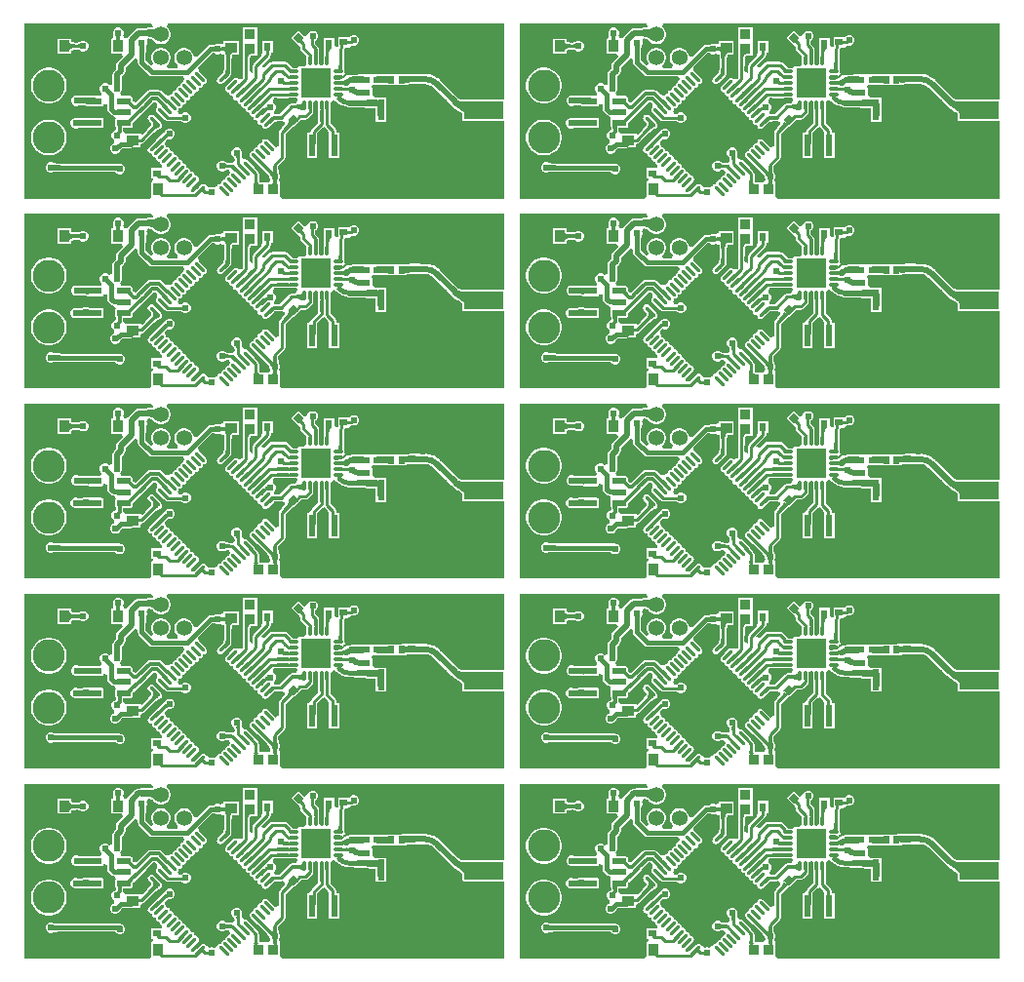
<source format=gtl>
G04*
G04 #@! TF.GenerationSoftware,Altium Limited,Altium Designer,22.10.1 (41)*
G04*
G04 Layer_Physical_Order=1*
G04 Layer_Color=255*
%FSTAX24Y24*%
%MOIN*%
G70*
G04*
G04 #@! TF.SameCoordinates,5BB37C8D-2695-4AAB-85CC-B91A701228BC*
G04*
G04*
G04 #@! TF.FilePolarity,Positive*
G04*
G01*
G75*
%ADD10C,0.0216*%
%ADD11C,0.0200*%
%ADD12C,0.0100*%
%ADD13C,0.0216*%
%ADD14C,0.0080*%
%ADD15C,0.0110*%
%ADD16C,0.0150*%
%ADD17R,0.1378X0.0591*%
G04:AMPARAMS|DCode=18|XSize=25.2mil|YSize=23.6mil|CornerRadius=0mil|HoleSize=0mil|Usage=FLASHONLY|Rotation=225.000|XOffset=0mil|YOffset=0mil|HoleType=Round|Shape=Rectangle|*
%AMROTATEDRECTD18*
4,1,4,0.0006,0.0173,0.0173,0.0006,-0.0006,-0.0173,-0.0173,-0.0006,0.0006,0.0173,0.0*
%
%ADD18ROTATEDRECTD18*%

G04:AMPARAMS|DCode=19|XSize=25.2mil|YSize=23.6mil|CornerRadius=0mil|HoleSize=0mil|Usage=FLASHONLY|Rotation=135.000|XOffset=0mil|YOffset=0mil|HoleType=Round|Shape=Rectangle|*
%AMROTATEDRECTD19*
4,1,4,0.0173,-0.0006,0.0006,-0.0173,-0.0173,0.0006,-0.0006,0.0173,0.0173,-0.0006,0.0*
%
%ADD19ROTATEDRECTD19*%

%ADD20R,0.0236X0.0252*%
%ADD21R,0.0252X0.0236*%
%ADD22R,0.0394X0.0354*%
%ADD23R,0.0354X0.0394*%
%ADD24R,0.0236X0.0197*%
%ADD25R,0.0197X0.0236*%
%ADD26R,0.0335X0.0374*%
%ADD27R,0.0295X0.0236*%
%ADD28R,0.0236X0.0295*%
%ADD29R,0.0374X0.0335*%
G04:AMPARAMS|DCode=30|XSize=47.6mil|YSize=23.2mil|CornerRadius=2.9mil|HoleSize=0mil|Usage=FLASHONLY|Rotation=0.000|XOffset=0mil|YOffset=0mil|HoleType=Round|Shape=RoundedRectangle|*
%AMROUNDEDRECTD30*
21,1,0.0476,0.0174,0,0,0.0*
21,1,0.0418,0.0232,0,0,0.0*
1,1,0.0058,0.0209,-0.0087*
1,1,0.0058,-0.0209,-0.0087*
1,1,0.0058,-0.0209,0.0087*
1,1,0.0058,0.0209,0.0087*
%
%ADD30ROUNDEDRECTD30*%
%ADD31R,0.0157X0.0748*%
%ADD32R,0.0236X0.0748*%
%ADD33R,0.1024X0.1024*%
G04:AMPARAMS|DCode=34|XSize=31.9mil|YSize=10.2mil|CornerRadius=1.3mil|HoleSize=0mil|Usage=FLASHONLY|Rotation=0.000|XOffset=0mil|YOffset=0mil|HoleType=Round|Shape=RoundedRectangle|*
%AMROUNDEDRECTD34*
21,1,0.0319,0.0077,0,0,0.0*
21,1,0.0293,0.0102,0,0,0.0*
1,1,0.0026,0.0147,-0.0038*
1,1,0.0026,-0.0147,-0.0038*
1,1,0.0026,-0.0147,0.0038*
1,1,0.0026,0.0147,0.0038*
%
%ADD34ROUNDEDRECTD34*%
G04:AMPARAMS|DCode=35|XSize=31.9mil|YSize=10.2mil|CornerRadius=1.3mil|HoleSize=0mil|Usage=FLASHONLY|Rotation=90.000|XOffset=0mil|YOffset=0mil|HoleType=Round|Shape=RoundedRectangle|*
%AMROUNDEDRECTD35*
21,1,0.0319,0.0077,0,0,90.0*
21,1,0.0293,0.0102,0,0,90.0*
1,1,0.0026,0.0038,0.0147*
1,1,0.0026,0.0038,-0.0147*
1,1,0.0026,-0.0038,-0.0147*
1,1,0.0026,-0.0038,0.0147*
%
%ADD35ROUNDEDRECTD35*%
G04:AMPARAMS|DCode=36|XSize=11.8mil|YSize=47.2mil|CornerRadius=0mil|HoleSize=0mil|Usage=FLASHONLY|Rotation=225.000|XOffset=0mil|YOffset=0mil|HoleType=Round|Shape=Round|*
%AMOVALD36*
21,1,0.0354,0.0118,0.0000,0.0000,315.0*
1,1,0.0118,-0.0125,0.0125*
1,1,0.0118,0.0125,-0.0125*
%
%ADD36OVALD36*%

G04:AMPARAMS|DCode=37|XSize=11.8mil|YSize=47.2mil|CornerRadius=0mil|HoleSize=0mil|Usage=FLASHONLY|Rotation=135.000|XOffset=0mil|YOffset=0mil|HoleType=Round|Shape=Round|*
%AMOVALD37*
21,1,0.0354,0.0118,0.0000,0.0000,225.0*
1,1,0.0118,0.0125,0.0125*
1,1,0.0118,-0.0125,-0.0125*
%
%ADD37OVALD37*%

%ADD38C,0.0190*%
%ADD39C,0.0170*%
%ADD40C,0.0140*%
%ADD41C,0.0119*%
%ADD42C,0.0535*%
%ADD43R,0.0535X0.0535*%
%ADD44C,0.1102*%
%ADD45C,0.0240*%
G36*
X038677Y045065D02*
X038663Y045081D01*
X03864Y045095D01*
X038609Y045108D01*
X038569Y045119D01*
X03852Y045128D01*
X038462Y045136D01*
X038321Y045146D01*
X038146Y045149D01*
X038152Y045349D01*
X038252Y04535D01*
X038657Y045376D01*
X038693Y045385D01*
X038719Y045394D01*
X038737Y045405D01*
X038677Y045065D01*
D02*
G37*
G36*
X021748D02*
X021734Y045081D01*
X021711Y045095D01*
X02168Y045108D01*
X02164Y045119D01*
X021591Y045128D01*
X021533Y045136D01*
X021392Y045146D01*
X021217Y045149D01*
X021223Y045349D01*
X021322Y04535D01*
X021728Y045376D01*
X021763Y045385D01*
X02179Y045394D01*
X021808Y045405D01*
X021748Y045065D01*
D02*
G37*
G36*
X050651Y043065D02*
X050641Y042964D01*
X049268D01*
X049266Y042965D01*
X049245Y042965D01*
X049226Y042967D01*
X049206Y04297D01*
X049187Y042975D01*
X049168Y04298D01*
X049149Y042987D01*
X04913Y042995D01*
X049111Y043005D01*
X049092Y043016D01*
X049077Y043026D01*
X048477Y043626D01*
X048475Y043629D01*
X048472Y04363D01*
X048471Y043633D01*
X048362Y043722D01*
X048356Y043724D01*
X048352Y043729D01*
X048229Y043795D01*
X048222Y043796D01*
X048217Y0438D01*
X048083Y04384D01*
X048077Y04384D01*
X048071Y043843D01*
X047931Y043857D01*
X047928Y043856D01*
X047925Y043857D01*
X047922Y043855D01*
X047788D01*
Y04386D01*
X047735D01*
X047728Y043863D01*
X047476D01*
X047469Y04386D01*
X047416D01*
Y043855D01*
X047194D01*
X04719Y043857D01*
X047184Y043855D01*
X047178Y043856D01*
X047119Y043844D01*
X047007D01*
X047Y043842D01*
X046671D01*
X046662Y043845D01*
X046661Y043845D01*
X046659Y043845D01*
X046396Y043834D01*
X046395Y043834D01*
X046384Y043835D01*
X04638Y043834D01*
X046372Y043837D01*
X046363Y043834D01*
X046117Y043834D01*
X046007Y043834D01*
X045841D01*
X045832Y043837D01*
X045831Y043837D01*
X04583Y043837D01*
X045451Y043829D01*
X045445Y043826D01*
X045382Y043818D01*
X045274Y043814D01*
D01*
X045272Y043814D01*
X045263Y043819D01*
X045184Y043893D01*
Y04396D01*
X045188Y043967D01*
X045186Y04397D01*
X045188Y043973D01*
X045167Y044386D01*
X045164Y044391D01*
Y044659D01*
X045167Y044662D01*
X045167Y044662D01*
X045191Y044698D01*
X045199Y044741D01*
X045232Y044745D01*
X045338Y044754D01*
X045338Y044754D01*
X04542Y044823D01*
X045447Y044833D01*
X045466Y044825D01*
X045538D01*
X045604Y044853D01*
X045655Y044904D01*
X045682Y04497D01*
Y045041D01*
X045655Y045108D01*
X045604Y045158D01*
X045538Y045186D01*
X045466D01*
X0454Y045158D01*
X045338Y04511D01*
X044966D01*
Y044805D01*
X04494Y044773D01*
X04483Y044813D01*
Y045087D01*
X044474D01*
Y044742D01*
X04447Y044733D01*
X04447Y044732D01*
X04447Y044732D01*
X044474Y044459D01*
X044474Y044458D01*
X044474Y044457D01*
X044474Y044453D01*
X044474Y044452D01*
X044474Y044451D01*
X044476Y044332D01*
X044477Y044329D01*
Y044187D01*
X044393Y044139D01*
X044308Y044187D01*
Y044444D01*
X044312Y044452D01*
X044312Y044452D01*
X044312Y044452D01*
X044311Y044712D01*
X044305Y044725D01*
X044299Y044755D01*
X044275Y044791D01*
X044275Y044791D01*
X044184Y044882D01*
Y044906D01*
X044187Y044921D01*
X044187Y044921D01*
Y044996D01*
X044204Y045003D01*
X044255Y045054D01*
X044282Y04512D01*
Y045191D01*
X044255Y045258D01*
X044204Y045308D01*
X044138Y045336D01*
X044135Y045336D01*
X044066D01*
X044Y045308D01*
X043949Y045258D01*
X043922Y045191D01*
Y045188D01*
X043812Y045143D01*
X043619Y045336D01*
X043367Y045084D01*
X04363Y044821D01*
X043679Y044731D01*
Y044717D01*
X043679Y044717D01*
X043687Y044674D01*
X043712Y044637D01*
X043886Y044463D01*
Y044307D01*
X043886Y044307D01*
X043886Y044303D01*
Y044159D01*
X043784Y04411D01*
X043624D01*
Y04411D01*
X043575Y044044D01*
X043414D01*
X043398Y044068D01*
X043231Y044235D01*
X043195Y044259D01*
X043152Y044268D01*
X043152Y044268D01*
X042702D01*
X042702Y044268D01*
X042659Y044259D01*
X042623Y044235D01*
X042453Y044065D01*
X042334Y044101D01*
X042329Y044124D01*
X042631Y044426D01*
X042631Y044426D01*
X042656Y044463D01*
X042664Y044506D01*
Y044572D01*
X04273D01*
Y044987D01*
X042374D01*
Y044572D01*
X042374D01*
X042357Y044469D01*
X042073Y044185D01*
X042048Y044148D01*
X04204Y044106D01*
X04204Y044106D01*
Y043885D01*
X042037Y043883D01*
X041927Y043942D01*
Y044126D01*
X04193Y044133D01*
X041931Y044207D01*
X041939Y044331D01*
X041945Y044379D01*
X041953Y044418D01*
X041962Y044446D01*
X04197Y044464D01*
X041974Y044469D01*
X041978Y04447D01*
X041982Y044472D01*
X042199D01*
Y044874D01*
X042199Y044956D01*
X042199Y045037D01*
Y045439D01*
X041705D01*
Y045037D01*
X041705Y044956D01*
X041705Y044874D01*
Y044593D01*
X041703Y044582D01*
X041703Y044582D01*
Y044538D01*
X041701Y044534D01*
X0417Y044134D01*
X0417Y044134D01*
X0417Y044134D01*
X041703Y044127D01*
Y043715D01*
X04168Y043693D01*
X041559Y043687D01*
X04152Y043713D01*
X041473Y043723D01*
X041427Y043713D01*
X041387Y043687D01*
X041137Y043436D01*
X041111Y043397D01*
X041101Y043351D01*
X041111Y043304D01*
X041137Y043265D01*
X041176Y043238D01*
X041223Y043229D01*
X041241Y043211D01*
X04125Y043165D01*
X041276Y043126D01*
X041315Y043099D01*
X041362Y04309D01*
X04138Y043072D01*
X041389Y043026D01*
X041415Y042986D01*
X041455Y04296D01*
X041501Y042951D01*
X041519Y042933D01*
X041528Y042887D01*
X041554Y042847D01*
X041594Y042821D01*
X04164Y042812D01*
X041658Y042794D01*
X041667Y042747D01*
X041694Y042708D01*
X041733Y042682D01*
X04178Y042672D01*
X041797Y042655D01*
X041807Y042608D01*
X041833Y042569D01*
X041872Y042543D01*
X041919Y042533D01*
X041937Y042515D01*
X041946Y042469D01*
X041972Y04243D01*
X042011Y042403D01*
X042058Y042394D01*
X042076Y042376D01*
X042085Y04233D01*
X042111Y04229D01*
X042151Y042264D01*
X042197Y042255D01*
X042215Y042237D01*
X042224Y042191D01*
X04225Y042151D01*
X04229Y042125D01*
X042336Y042116D01*
X042354Y042098D01*
X042363Y042051D01*
X04239Y042012D01*
X042429Y041986D01*
X042475Y041976D01*
X042522Y041986D01*
X042561Y042012D01*
X04277Y042221D01*
X042772Y042221D01*
X042773Y042224D01*
X042774Y042225D01*
X042774Y042225D01*
X042785Y042227D01*
X042951Y042237D01*
X042999Y042237D01*
X043012Y042242D01*
X043041Y042248D01*
X043145Y0422D01*
X043151Y042183D01*
X043154Y042141D01*
X043051Y042018D01*
X042999Y041965D01*
X042996Y041959D01*
X042973Y041935D01*
X042948Y041898D01*
X04294Y041856D01*
X04294Y041856D01*
Y041403D01*
X042919Y041386D01*
X042812Y041349D01*
X042561Y041599D01*
X042522Y041625D01*
X042475Y041635D01*
X042429Y041625D01*
X04239Y041599D01*
X042363Y04156D01*
X042354Y041513D01*
X042336Y041495D01*
X04229Y041486D01*
X04225Y04146D01*
X042224Y041421D01*
X042215Y041374D01*
X042197Y041356D01*
X042151Y041347D01*
X042111Y041321D01*
X042085Y041281D01*
X042076Y041235D01*
X042058Y041217D01*
X042011Y041208D01*
X041972Y041182D01*
X041946Y041142D01*
X041937Y041096D01*
X041946Y041049D01*
X041972Y04101D01*
X042218Y040764D01*
X042221Y040757D01*
X042221Y040757D01*
X042222Y040757D01*
X042499Y040491D01*
X042553Y040434D01*
X04259Y04039D01*
X042602Y040373D01*
X042611Y04036D01*
X042616Y040351D01*
X042617Y040348D01*
X042618Y040344D01*
X042622Y040338D01*
Y04032D01*
X042646Y040263D01*
X042629Y040216D01*
X042595Y040153D01*
X042502Y040153D01*
X042421Y040153D01*
X042297D01*
X042296Y040154D01*
X04229Y040169D01*
X042283Y040194D01*
X042276Y040226D01*
X042265Y040379D01*
X042264Y040444D01*
X042258Y040457D01*
X042252Y040486D01*
X042228Y040522D01*
X042228Y040522D01*
X042143Y040607D01*
X042142Y040613D01*
X042116Y040653D01*
X041865Y040903D01*
X041826Y040929D01*
X04178Y040939D01*
X041776Y040938D01*
X04168Y040997D01*
X041665Y041016D01*
X041664Y041056D01*
Y041068D01*
X041664Y041068D01*
X041664Y041068D01*
X041664Y041076D01*
X041682Y04112D01*
Y041191D01*
X041655Y041258D01*
X041604Y041308D01*
X041538Y041336D01*
X041466D01*
X0414Y041308D01*
X041349Y041258D01*
X041322Y041191D01*
Y04112D01*
X041349Y041054D01*
X0414Y041003D01*
X041427Y040893D01*
X041421Y040883D01*
X041376Y040842D01*
X041338Y040822D01*
X041327Y040821D01*
X041256Y040821D01*
X041171Y040826D01*
X041153Y040828D01*
X04114Y040831D01*
X041133Y040833D01*
X041127Y040835D01*
X041127D01*
X041104Y040858D01*
X041038Y040886D01*
X040966D01*
X0409Y040858D01*
X040849Y040808D01*
X040822Y040741D01*
Y04067D01*
X040849Y040604D01*
X0409Y040553D01*
X040966Y040525D01*
X041038D01*
X041104Y040553D01*
X041127Y040576D01*
X041227Y040571D01*
X041269Y040475D01*
X04125Y040446D01*
X041241Y0404D01*
X041223Y040382D01*
X041176Y040373D01*
X041137Y040346D01*
X041111Y040307D01*
X041101Y040261D01*
X041084Y040243D01*
X041037Y040233D01*
X040998Y040207D01*
X040971Y040168D01*
X040962Y040121D01*
X040944Y040104D01*
X040898Y040094D01*
X040859Y040068D01*
X040835Y040033D01*
X040828Y040025D01*
X040824Y040021D01*
X040726Y039974D01*
X040718Y039973D01*
X040688Y039986D01*
X040616D01*
X040586Y039973D01*
X040578Y039974D01*
X04048Y040021D01*
X040476Y040025D01*
X040469Y040033D01*
X040446Y040068D01*
X040406Y040094D01*
X04036Y040104D01*
X040313Y040094D01*
X040274Y040068D01*
X040054Y039848D01*
X040004Y039856D01*
X039965Y03997D01*
X039966Y039974D01*
X040167Y040175D01*
X040193Y040214D01*
X040203Y040261D01*
X040193Y040307D01*
X040167Y040346D01*
X040128Y040373D01*
X040081Y040382D01*
X040064Y0404D01*
X040054Y040446D01*
X040028Y040486D01*
X039989Y040512D01*
X039942Y040521D01*
X039924Y040539D01*
X039915Y040585D01*
X039889Y040625D01*
X039849Y040651D01*
X039803Y04066D01*
X039785Y040678D01*
X039776Y040725D01*
X03975Y040764D01*
X03971Y04079D01*
X039664Y040799D01*
X039646Y040817D01*
X039637Y040864D01*
X03961Y040903D01*
X039571Y040929D01*
X039525Y040939D01*
X039507Y040956D01*
X039498Y041003D01*
X039471Y041042D01*
X039432Y041069D01*
X039385Y041078D01*
X039368Y041096D01*
X039358Y041142D01*
X039332Y041182D01*
X039293Y041208D01*
X039246Y041217D01*
X039228Y041235D01*
X039219Y041281D01*
X039193Y041321D01*
X039153Y041347D01*
X039107Y041356D01*
X039089Y041374D01*
X03908Y041421D01*
X039054Y04146D01*
X039062Y041561D01*
X039154Y041631D01*
X039166Y041625D01*
X039238D01*
X039304Y041653D01*
X039355Y041704D01*
X039382Y04177D01*
Y041841D01*
X039355Y041908D01*
X039304Y041958D01*
X039238Y041986D01*
X039166D01*
X0391Y041958D01*
X039049Y041908D01*
X039034Y041871D01*
X039026Y041866D01*
X039013Y04186D01*
X038858Y041707D01*
X038767Y041622D01*
X038756Y041613D01*
X038748Y041607D01*
X038745Y041603D01*
X038741Y041601D01*
X038738Y041595D01*
X038492Y041349D01*
X038466Y041309D01*
X038457Y041263D01*
X038466Y041216D01*
X038492Y041177D01*
X038532Y041151D01*
X038578Y041141D01*
X038596Y041124D01*
X038605Y041077D01*
X038631Y041038D01*
X038671Y041011D01*
X038717Y041002D01*
X038735Y040984D01*
X038744Y040938D01*
X038771Y040898D01*
X03881Y040872D01*
X038856Y040863D01*
X038874Y040845D01*
X038883Y040799D01*
X03891Y040759D01*
X038933Y040744D01*
X03893Y040677D01*
X038915Y040634D01*
X038571D01*
Y040277D01*
X038642D01*
X03865Y040272D01*
X03865Y040242D01*
X038594Y040162D01*
X038581D01*
Y039649D01*
X038492Y039597D01*
X034242D01*
Y045573D01*
X03858D01*
X038628Y045463D01*
X038604Y045438D01*
X038249Y045415D01*
X038152Y045414D01*
X038148Y045412D01*
X038146D01*
X038083Y0454D01*
X03803Y045365D01*
X037787Y045121D01*
X037768Y045093D01*
X037676Y045064D01*
X037668Y045064D01*
X037641Y045102D01*
X037613Y045172D01*
X037632Y04522D01*
Y045291D01*
X037605Y045358D01*
X037554Y045408D01*
X037488Y045436D01*
X037416D01*
X03735Y045408D01*
X037299Y045358D01*
X037272Y045291D01*
Y04522D01*
X037292Y045172D01*
X037263Y045102D01*
X037235Y045062D01*
X037196D01*
Y044549D01*
X037559D01*
X037604Y044439D01*
X03742Y044255D01*
X037385Y044202D01*
X037373Y044139D01*
Y044025D01*
X037294Y043947D01*
X037259Y043894D01*
X037247Y043832D01*
Y043509D01*
X037222Y043496D01*
X037137Y043476D01*
X037104Y043508D01*
X037038Y043536D01*
X036966D01*
X0369Y043508D01*
X036849Y043458D01*
X036822Y043391D01*
Y04332D01*
X036849Y043254D01*
X036888Y043215D01*
X036876Y043156D01*
X036852Y043107D01*
X036449D01*
X036442Y043106D01*
X036438Y043108D01*
X036437Y043108D01*
X036437Y043108D01*
X036111Y043102D01*
X036062Y043123D01*
X03599D01*
X035924Y043095D01*
X035873Y043045D01*
X035846Y042978D01*
Y042907D01*
X035873Y042841D01*
X035924Y04279D01*
X03599Y042762D01*
X036062D01*
X036081Y04277D01*
X036319Y042766D01*
X036383Y042762D01*
X036402Y042759D01*
X03641Y042758D01*
X036414Y042756D01*
X036426Y042756D01*
X036438Y042751D01*
X036442Y042753D01*
X036449Y042752D01*
X036867D01*
X036902Y042759D01*
X036931Y042778D01*
X036951Y042808D01*
X036954Y042825D01*
X037064Y042814D01*
Y042656D01*
X037075Y042603D01*
X037105Y042558D01*
X037199Y042464D01*
X037244Y042434D01*
X037296Y042424D01*
X037311D01*
X037338Y042384D01*
X03736Y042314D01*
X037353Y042303D01*
X037346Y042269D01*
Y042094D01*
X037353Y04206D01*
X037364Y042043D01*
X037369Y041939D01*
X037366Y041936D01*
X0373Y041908D01*
X037249Y041858D01*
X037222Y041791D01*
Y04172D01*
X037249Y041654D01*
X0373Y041603D01*
X037317Y041596D01*
X037318Y041594D01*
X037317Y041517D01*
X037306Y041481D01*
X03725Y041458D01*
X037199Y041408D01*
X037172Y041341D01*
Y04127D01*
X037199Y041204D01*
X03725Y041153D01*
X037316Y041125D01*
X037388D01*
X037454Y041153D01*
X037505Y041204D01*
X03753Y041264D01*
X037587Y041322D01*
X03789D01*
X037943Y041332D01*
X037946Y041334D01*
X038209D01*
Y04138D01*
X03824Y041482D01*
X038283Y04149D01*
X03832Y041515D01*
X038536Y041731D01*
X038543Y041734D01*
X038589Y041779D01*
X038673Y041856D01*
X038745Y041915D01*
X038776Y041936D01*
X038804Y041954D01*
X038829Y041967D01*
X038849Y041975D01*
X038869Y041981D01*
X038875Y041986D01*
X038875Y041986D01*
X038899Y042002D01*
X038903Y042004D01*
X038903Y042004D01*
X038914Y042012D01*
X038941Y042051D01*
X03895Y042098D01*
X038941Y042144D01*
X038914Y042184D01*
X038664Y042434D01*
X038624Y042461D01*
X038578Y04247D01*
X038532Y042461D01*
X038492Y042434D01*
X038466Y042395D01*
X038457Y042348D01*
X038466Y042302D01*
X038492Y042263D01*
X038589Y042166D01*
X03859Y042163D01*
X03859Y042163D01*
X03859Y042162D01*
X038584Y042145D01*
X03857Y042119D01*
X038549Y042087D01*
X038433Y041951D01*
X03838Y041896D01*
X038377Y04189D01*
X038271Y041783D01*
X038209Y041808D01*
Y041808D01*
X037712D01*
X037677Y041831D01*
X03762Y041888D01*
X037621Y041975D01*
X037622Y042004D01*
X037855D01*
X03789Y042011D01*
X037919Y04203D01*
X037939Y04206D01*
X037946Y042094D01*
Y042188D01*
X037973Y042214D01*
X038003Y042234D01*
X038201Y042433D01*
X03824Y042459D01*
X038412Y042631D01*
X038425Y042649D01*
X038659Y042884D01*
X038719D01*
X038768Y042834D01*
X038771Y042713D01*
X038744Y042673D01*
X038735Y042627D01*
X038744Y04258D01*
X038771Y042541D01*
X039021Y04229D01*
X039061Y042264D01*
X03907Y042262D01*
X039099Y042243D01*
X039142Y042234D01*
X039619D01*
X03965Y042203D01*
X039716Y042175D01*
X039788D01*
X039854Y042203D01*
X039905Y042254D01*
X039932Y04232D01*
Y042391D01*
X039905Y042458D01*
X039854Y042508D01*
X039788Y042536D01*
X039716D01*
X03965Y042508D01*
X039607Y042465D01*
X039522Y042475D01*
X039501Y042515D01*
X039477Y042577D01*
X039498Y042608D01*
X039507Y042655D01*
X039525Y042672D01*
X039571Y042682D01*
X03961Y042708D01*
X039637Y042747D01*
X039646Y042794D01*
X039664Y042812D01*
X03971Y042821D01*
X03975Y042847D01*
X039776Y042887D01*
X039785Y042933D01*
X039803Y042951D01*
X039849Y04296D01*
X039889Y042986D01*
X039915Y043026D01*
X039924Y043072D01*
X039942Y04309D01*
X039989Y043099D01*
X040028Y043126D01*
X040054Y043165D01*
X040064Y043211D01*
X040081Y043229D01*
X040128Y043238D01*
X040167Y043265D01*
X040193Y043304D01*
X040203Y043351D01*
X040221Y043368D01*
X040267Y043378D01*
X040306Y043404D01*
X040333Y043443D01*
X040342Y04349D01*
X04036Y043508D01*
X040406Y043517D01*
X040446Y043543D01*
X040472Y043583D01*
X040481Y043629D01*
X040472Y043675D01*
X040446Y043715D01*
X040204Y043957D01*
X040194Y043973D01*
X040182Y044083D01*
X040185Y044094D01*
X040659Y044568D01*
X040735D01*
X04075Y044553D01*
X040816Y044525D01*
X040888D01*
X040936Y044545D01*
X041045Y044503D01*
X041063D01*
X041079Y044244D01*
X041079Y044226D01*
X041071Y044076D01*
X041065Y044017D01*
X041056Y043966D01*
X041047Y043926D01*
X041037Y043897D01*
X041032Y043889D01*
X040859Y043715D01*
X040832Y043675D01*
X040823Y043629D01*
X040832Y043583D01*
X040859Y043543D01*
X040898Y043517D01*
X040944Y043508D01*
X040991Y043517D01*
X04103Y043543D01*
X041281Y043794D01*
X041307Y043833D01*
X04131Y043849D01*
X041312Y04385D01*
X041313Y043861D01*
X041314Y043869D01*
X041319Y043881D01*
X041311Y044244D01*
X041319Y044362D01*
X041325Y04441D01*
X041333Y044449D01*
X041342Y044477D01*
X04135Y044495D01*
X041354Y044501D01*
X041359Y044502D01*
X04136Y044503D01*
X041559D01*
Y044977D01*
X041045D01*
Y044923D01*
X041006Y044895D01*
X040935Y044866D01*
X040888Y044886D01*
X040816D01*
X04075Y044858D01*
X040735Y044843D01*
X040602D01*
X040602Y044843D01*
X040549Y044833D01*
X040505Y044803D01*
X040133Y044431D01*
X040072Y044444D01*
X040018Y044472D01*
X040001Y044538D01*
X039958Y044613D01*
X039897Y044674D01*
X039822Y044717D01*
X039739Y044739D01*
X039653D01*
X039569Y044717D01*
X039495Y044674D01*
X039434Y044613D01*
X039391Y044538D01*
X039368Y044455D01*
Y044369D01*
X039391Y044286D01*
X039434Y044211D01*
X039491Y044153D01*
X039491Y044138D01*
X03946Y044043D01*
X039144D01*
X039113Y044138D01*
X039113Y044153D01*
X03917Y044211D01*
X039213Y044286D01*
X039236Y044369D01*
Y044455D01*
X039213Y044538D01*
X03917Y044613D01*
X039109Y044674D01*
X039035Y044717D01*
X038951Y044739D01*
X038865D01*
X038782Y044717D01*
X038707Y044674D01*
X038646Y044613D01*
X038603Y044538D01*
X038581Y044455D01*
Y044369D01*
X038603Y044286D01*
X038646Y044211D01*
X038568Y044134D01*
X03839Y044313D01*
Y044566D01*
X038392Y044571D01*
X038393Y044724D01*
X038396Y044789D01*
X038397Y044796D01*
X038405Y044804D01*
X038432Y04487D01*
Y044941D01*
X038423Y044963D01*
X038433Y044994D01*
X038488Y045065D01*
X03849Y045067D01*
X03851Y045064D01*
X038554Y045056D01*
X038588Y045046D01*
X038611Y045037D01*
X038621Y045031D01*
X038628Y045022D01*
X038634Y045019D01*
X038646Y044998D01*
X038707Y044937D01*
X038782Y044894D01*
X038865Y044872D01*
X038951D01*
X039035Y044894D01*
X039109Y044937D01*
X03917Y044998D01*
X039213Y045073D01*
X039236Y045156D01*
Y045242D01*
X039213Y045326D01*
X03917Y0454D01*
X039109Y045461D01*
X039105Y045463D01*
X039135Y045573D01*
X050651D01*
Y043065D01*
D02*
G37*
G36*
X033722D02*
X033712Y042964D01*
X032339D01*
X032337Y042965D01*
X032316Y042965D01*
X032296Y042967D01*
X032277Y04297D01*
X032258Y042975D01*
X032239Y04298D01*
X03222Y042987D01*
X032201Y042995D01*
X032182Y043005D01*
X032163Y043016D01*
X032147Y043026D01*
X031548Y043626D01*
X031546Y043629D01*
X031543Y04363D01*
X031542Y043633D01*
X031433Y043722D01*
X031427Y043724D01*
X031423Y043729D01*
X031299Y043795D01*
X031293Y043796D01*
X031288Y0438D01*
X031154Y04384D01*
X031147Y04384D01*
X031142Y043843D01*
X031002Y043857D01*
X030999Y043856D01*
X030996Y043857D01*
X030993Y043855D01*
X030859D01*
Y04386D01*
X030806D01*
X030799Y043863D01*
X030547D01*
X03054Y04386D01*
X030487D01*
Y043855D01*
X030265D01*
X030261Y043857D01*
X030255Y043855D01*
X030249Y043856D01*
X03019Y043844D01*
X030078D01*
X030071Y043842D01*
X029742D01*
X029733Y043845D01*
X029731Y043845D01*
X02973Y043845D01*
X029467Y043834D01*
X029466Y043834D01*
X029455Y043835D01*
X029451Y043834D01*
X029443Y043837D01*
X029434Y043834D01*
X029188Y043834D01*
X029078Y043834D01*
X028911D01*
X028902Y043837D01*
X028902Y043837D01*
X028901Y043837D01*
X028521Y043829D01*
X028516Y043826D01*
X028453Y043818D01*
X028345Y043814D01*
D01*
X028343Y043814D01*
X028334Y043819D01*
X028255Y043893D01*
Y04396D01*
X028258Y043967D01*
X028257Y04397D01*
X028258Y043973D01*
X028238Y044386D01*
X028235Y044391D01*
Y044659D01*
X028237Y044662D01*
X028237Y044662D01*
X028262Y044698D01*
X02827Y044741D01*
X028303Y044745D01*
X028409Y044754D01*
X028409Y044754D01*
X028491Y044823D01*
X028518Y044833D01*
X028537Y044825D01*
X028609D01*
X028675Y044853D01*
X028726Y044904D01*
X028753Y04497D01*
Y045041D01*
X028726Y045108D01*
X028675Y045158D01*
X028609Y045186D01*
X028537D01*
X028471Y045158D01*
X028409Y04511D01*
X028037D01*
Y044805D01*
X028011Y044773D01*
X027901Y044813D01*
Y045087D01*
X027545D01*
Y044742D01*
X027541Y044733D01*
X027541Y044732D01*
X027541Y044732D01*
X027545Y044459D01*
X027545Y044458D01*
X027545Y044457D01*
X027545Y044453D01*
X027544Y044452D01*
X027545Y044451D01*
X027547Y044332D01*
X027548Y044329D01*
Y044187D01*
X027463Y044139D01*
X027379Y044187D01*
Y044444D01*
X027382Y044452D01*
X027382Y044452D01*
X027382Y044452D01*
X027382Y044712D01*
X027376Y044725D01*
X02737Y044755D01*
X027346Y044791D01*
X027346Y044791D01*
X027255Y044882D01*
Y044906D01*
X027258Y044921D01*
X027258Y044921D01*
Y044996D01*
X027275Y045003D01*
X027326Y045054D01*
X027353Y04512D01*
Y045191D01*
X027326Y045258D01*
X027275Y045308D01*
X027209Y045336D01*
X027206Y045336D01*
X027137D01*
X027071Y045308D01*
X02702Y045258D01*
X026993Y045191D01*
Y045188D01*
X026883Y045143D01*
X02669Y045336D01*
X026438Y045084D01*
X026701Y044821D01*
X02675Y044731D01*
Y044717D01*
X02675Y044717D01*
X026758Y044674D01*
X026783Y044637D01*
X026956Y044463D01*
Y044307D01*
X026956Y044307D01*
X026957Y044303D01*
Y044159D01*
X026855Y04411D01*
X026695D01*
Y04411D01*
X026646Y044044D01*
X026485D01*
X026469Y044068D01*
X026302Y044235D01*
X026266Y044259D01*
X026223Y044268D01*
X026223Y044268D01*
X025773D01*
X025773Y044268D01*
X02573Y044259D01*
X025694Y044235D01*
X025524Y044065D01*
X025405Y044101D01*
X0254Y044124D01*
X025702Y044426D01*
X025702Y044426D01*
X025727Y044463D01*
X025735Y044506D01*
Y044572D01*
X025801D01*
Y044987D01*
X025445D01*
Y044572D01*
X025445D01*
X025427Y044469D01*
X025144Y044185D01*
X025119Y044148D01*
X025111Y044106D01*
X025111Y044106D01*
Y043885D01*
X025108Y043883D01*
X024998Y043942D01*
Y044126D01*
X025001Y044133D01*
X025002Y044207D01*
X02501Y044331D01*
X025016Y044379D01*
X025024Y044418D01*
X025033Y044446D01*
X025041Y044464D01*
X025045Y044469D01*
X025049Y04447D01*
X025053Y044472D01*
X02527D01*
Y044874D01*
X02527Y044956D01*
X02527Y045037D01*
Y045439D01*
X024776D01*
Y045037D01*
X024776Y044956D01*
X024776Y044874D01*
Y044593D01*
X024774Y044582D01*
X024774Y044582D01*
Y044538D01*
X024772Y044534D01*
X024771Y044134D01*
X024771Y044134D01*
X024771Y044134D01*
X024774Y044127D01*
Y043715D01*
X024751Y043693D01*
X02463Y043687D01*
X024591Y043713D01*
X024544Y043723D01*
X024498Y043713D01*
X024458Y043687D01*
X024208Y043436D01*
X024181Y043397D01*
X024172Y043351D01*
X024181Y043304D01*
X024208Y043265D01*
X024247Y043238D01*
X024294Y043229D01*
X024311Y043211D01*
X024321Y043165D01*
X024347Y043126D01*
X024386Y043099D01*
X024433Y04309D01*
X024451Y043072D01*
X02446Y043026D01*
X024486Y042986D01*
X024526Y04296D01*
X024572Y042951D01*
X02459Y042933D01*
X024599Y042887D01*
X024625Y042847D01*
X024665Y042821D01*
X024711Y042812D01*
X024729Y042794D01*
X024738Y042747D01*
X024765Y042708D01*
X024804Y042682D01*
X02485Y042672D01*
X024868Y042655D01*
X024877Y042608D01*
X024904Y042569D01*
X024943Y042543D01*
X02499Y042533D01*
X025007Y042515D01*
X025017Y042469D01*
X025043Y04243D01*
X025082Y042403D01*
X025129Y042394D01*
X025147Y042376D01*
X025156Y04233D01*
X025182Y04229D01*
X025222Y042264D01*
X025268Y042255D01*
X025286Y042237D01*
X025295Y042191D01*
X025321Y042151D01*
X025361Y042125D01*
X025407Y042116D01*
X025425Y042098D01*
X025434Y042051D01*
X025461Y042012D01*
X0255Y041986D01*
X025546Y041976D01*
X025593Y041986D01*
X025632Y042012D01*
X025841Y042221D01*
X025842Y042221D01*
X025844Y042224D01*
X025845Y042225D01*
X025845Y042225D01*
X025856Y042227D01*
X026021Y042237D01*
X02607Y042237D01*
X026082Y042242D01*
X026112Y042248D01*
X026215Y0422D01*
X026222Y042183D01*
X026225Y042141D01*
X026121Y042018D01*
X02607Y041965D01*
X026067Y041959D01*
X026044Y041935D01*
X026019Y041898D01*
X026011Y041856D01*
X026011Y041856D01*
Y041403D01*
X02599Y041386D01*
X025883Y041349D01*
X025632Y041599D01*
X025593Y041625D01*
X025546Y041635D01*
X0255Y041625D01*
X025461Y041599D01*
X025434Y04156D01*
X025425Y041513D01*
X025407Y041495D01*
X025361Y041486D01*
X025321Y04146D01*
X025295Y041421D01*
X025286Y041374D01*
X025268Y041356D01*
X025222Y041347D01*
X025182Y041321D01*
X025156Y041281D01*
X025147Y041235D01*
X025129Y041217D01*
X025082Y041208D01*
X025043Y041182D01*
X025017Y041142D01*
X025007Y041096D01*
X025017Y041049D01*
X025043Y04101D01*
X025289Y040764D01*
X025292Y040757D01*
X025292Y040757D01*
X025293Y040757D01*
X02557Y040491D01*
X025624Y040434D01*
X025661Y04039D01*
X025673Y040373D01*
X025682Y04036D01*
X025687Y040351D01*
X025688Y040348D01*
X025689Y040344D01*
X025693Y040338D01*
Y04032D01*
X025717Y040263D01*
X0257Y040216D01*
X025666Y040153D01*
X025573Y040153D01*
X025491Y040153D01*
X025368D01*
X025367Y040154D01*
X02536Y040169D01*
X025353Y040194D01*
X025347Y040226D01*
X025335Y040379D01*
X025335Y040444D01*
X025329Y040457D01*
X025323Y040486D01*
X025299Y040522D01*
X025299Y040522D01*
X025214Y040607D01*
X025213Y040613D01*
X025187Y040653D01*
X024936Y040903D01*
X024897Y040929D01*
X02485Y040939D01*
X024846Y040938D01*
X024751Y040997D01*
X024736Y041016D01*
X024735Y041056D01*
Y041068D01*
X024735Y041068D01*
X024735Y041068D01*
X024735Y041076D01*
X024753Y04112D01*
Y041191D01*
X024726Y041258D01*
X024675Y041308D01*
X024609Y041336D01*
X024537D01*
X024471Y041308D01*
X02442Y041258D01*
X024393Y041191D01*
Y04112D01*
X02442Y041054D01*
X024471Y041003D01*
X024498Y040893D01*
X024492Y040883D01*
X024447Y040842D01*
X024408Y040822D01*
X024398Y040821D01*
X024327Y040821D01*
X024242Y040826D01*
X024224Y040828D01*
X024211Y040831D01*
X024204Y040833D01*
X024198Y040835D01*
X024198D01*
X024175Y040858D01*
X024109Y040886D01*
X024037D01*
X023971Y040858D01*
X02392Y040808D01*
X023893Y040741D01*
Y04067D01*
X02392Y040604D01*
X023971Y040553D01*
X024037Y040525D01*
X024109D01*
X024175Y040553D01*
X024198Y040576D01*
X024298Y040571D01*
X02434Y040475D01*
X024321Y040446D01*
X024311Y0404D01*
X024294Y040382D01*
X024247Y040373D01*
X024208Y040346D01*
X024181Y040307D01*
X024172Y040261D01*
X024154Y040243D01*
X024108Y040233D01*
X024069Y040207D01*
X024042Y040168D01*
X024033Y040121D01*
X024015Y040104D01*
X023969Y040094D01*
X023929Y040068D01*
X023906Y040033D01*
X023899Y040025D01*
X023894Y040021D01*
X023797Y039974D01*
X023788Y039973D01*
X023759Y039986D01*
X023687D01*
X023657Y039973D01*
X023649Y039974D01*
X023551Y040021D01*
X023547Y040025D01*
X02354Y040033D01*
X023516Y040068D01*
X023477Y040094D01*
X023431Y040104D01*
X023384Y040094D01*
X023345Y040068D01*
X023125Y039848D01*
X023075Y039856D01*
X023036Y03997D01*
X023037Y039974D01*
X023238Y040175D01*
X023264Y040214D01*
X023274Y040261D01*
X023264Y040307D01*
X023238Y040346D01*
X023199Y040373D01*
X023152Y040382D01*
X023134Y0404D01*
X023125Y040446D01*
X023099Y040486D01*
X023059Y040512D01*
X023013Y040521D01*
X022995Y040539D01*
X022986Y040585D01*
X02296Y040625D01*
X02292Y040651D01*
X022874Y04066D01*
X022856Y040678D01*
X022847Y040725D01*
X02282Y040764D01*
X022781Y04079D01*
X022735Y040799D01*
X022717Y040817D01*
X022708Y040864D01*
X022681Y040903D01*
X022642Y040929D01*
X022595Y040939D01*
X022578Y040956D01*
X022568Y041003D01*
X022542Y041042D01*
X022503Y041069D01*
X022456Y041078D01*
X022438Y041096D01*
X022429Y041142D01*
X022403Y041182D01*
X022364Y041208D01*
X022317Y041217D01*
X022299Y041235D01*
X02229Y041281D01*
X022264Y041321D01*
X022224Y041347D01*
X022178Y041356D01*
X02216Y041374D01*
X022151Y041421D01*
X022124Y04146D01*
X022133Y041561D01*
X022225Y041631D01*
X022237Y041625D01*
X022309D01*
X022375Y041653D01*
X022426Y041704D01*
X022453Y04177D01*
Y041841D01*
X022426Y041908D01*
X022375Y041958D01*
X022309Y041986D01*
X022237D01*
X022171Y041958D01*
X02212Y041908D01*
X022105Y041871D01*
X022097Y041866D01*
X022084Y04186D01*
X021929Y041707D01*
X021838Y041622D01*
X021827Y041613D01*
X021819Y041607D01*
X021816Y041603D01*
X021812Y041601D01*
X021809Y041595D01*
X021563Y041349D01*
X021537Y041309D01*
X021528Y041263D01*
X021537Y041216D01*
X021563Y041177D01*
X021602Y041151D01*
X021649Y041141D01*
X021667Y041124D01*
X021676Y041077D01*
X021702Y041038D01*
X021742Y041011D01*
X021788Y041002D01*
X021806Y040984D01*
X021815Y040938D01*
X021841Y040898D01*
X021881Y040872D01*
X021927Y040863D01*
X021945Y040845D01*
X021954Y040799D01*
X021981Y040759D01*
X022004Y040744D01*
X022001Y040677D01*
X021986Y040634D01*
X021642D01*
Y040277D01*
X021713D01*
X021721Y040272D01*
X021721Y040242D01*
X021665Y040162D01*
X021651D01*
Y039649D01*
X021563Y039597D01*
X017313D01*
Y045573D01*
X021651D01*
X021699Y045463D01*
X021675Y045438D01*
X02132Y045415D01*
X021223Y045414D01*
X021219Y045412D01*
X021217D01*
X021154Y0454D01*
X021101Y045365D01*
X020858Y045121D01*
X020839Y045093D01*
X020746Y045064D01*
X020739Y045064D01*
X020712Y045102D01*
X020683Y045172D01*
X020703Y04522D01*
Y045291D01*
X020676Y045358D01*
X020625Y045408D01*
X020559Y045436D01*
X020487D01*
X020421Y045408D01*
X02037Y045358D01*
X020343Y045291D01*
Y04522D01*
X020362Y045172D01*
X020334Y045102D01*
X020306Y045062D01*
X020267D01*
Y044549D01*
X02063D01*
X020675Y044439D01*
X020491Y044255D01*
X020456Y044202D01*
X020443Y044139D01*
Y044025D01*
X020365Y043947D01*
X02033Y043894D01*
X020317Y043832D01*
Y043509D01*
X020293Y043496D01*
X020207Y043476D01*
X020175Y043508D01*
X020109Y043536D01*
X020037D01*
X019971Y043508D01*
X01992Y043458D01*
X019893Y043391D01*
Y04332D01*
X01992Y043254D01*
X019959Y043215D01*
X019947Y043156D01*
X019923Y043107D01*
X01952D01*
X019513Y043106D01*
X019509Y043108D01*
X019508Y043108D01*
X019508Y043108D01*
X019182Y043102D01*
X019133Y043123D01*
X019061D01*
X018995Y043095D01*
X018944Y043045D01*
X018917Y042978D01*
Y042907D01*
X018944Y042841D01*
X018995Y04279D01*
X019061Y042762D01*
X019133D01*
X019151Y04277D01*
X01939Y042766D01*
X019453Y042762D01*
X019472Y042759D01*
X019481Y042758D01*
X019485Y042756D01*
X019497Y042756D01*
X019509Y042751D01*
X019513Y042753D01*
X01952Y042752D01*
X019938D01*
X019973Y042759D01*
X020002Y042778D01*
X020022Y042808D01*
X020025Y042825D01*
X020135Y042814D01*
Y042656D01*
X020146Y042603D01*
X020176Y042558D01*
X02027Y042464D01*
X020315Y042434D01*
X020367Y042424D01*
X020382D01*
X020409Y042384D01*
X020431Y042314D01*
X020424Y042303D01*
X020417Y042269D01*
Y042094D01*
X020424Y04206D01*
X020435Y042043D01*
X02044Y041939D01*
X020437Y041936D01*
X020371Y041908D01*
X02032Y041858D01*
X020293Y041791D01*
Y04172D01*
X02032Y041654D01*
X020371Y041603D01*
X020388Y041596D01*
X020388Y041594D01*
X020387Y041517D01*
X020377Y041481D01*
X020321Y041458D01*
X02027Y041408D01*
X020243Y041341D01*
Y04127D01*
X02027Y041204D01*
X020321Y041153D01*
X020387Y041125D01*
X020459D01*
X020525Y041153D01*
X020576Y041204D01*
X020601Y041264D01*
X020658Y041322D01*
X020961D01*
X021014Y041332D01*
X021017Y041334D01*
X02128D01*
Y04138D01*
X021311Y041482D01*
X021354Y04149D01*
X02139Y041515D01*
X021607Y041731D01*
X021614Y041734D01*
X02166Y041779D01*
X021744Y041856D01*
X021816Y041915D01*
X021847Y041936D01*
X021875Y041954D01*
X021899Y041967D01*
X021919Y041975D01*
X02194Y041981D01*
X021946Y041986D01*
X021946Y041986D01*
X02197Y042002D01*
X021974Y042004D01*
X021974Y042004D01*
X021985Y042012D01*
X022012Y042051D01*
X022021Y042098D01*
X022012Y042144D01*
X021985Y042184D01*
X021735Y042434D01*
X021695Y042461D01*
X021649Y04247D01*
X021602Y042461D01*
X021563Y042434D01*
X021537Y042395D01*
X021528Y042348D01*
X021537Y042302D01*
X021563Y042263D01*
X02166Y042166D01*
X021661Y042163D01*
X021661Y042163D01*
X021661Y042162D01*
X021655Y042145D01*
X021641Y042119D01*
X02162Y042087D01*
X021504Y041951D01*
X021451Y041896D01*
X021448Y04189D01*
X021342Y041783D01*
X02128Y041808D01*
Y041808D01*
X020783D01*
X020748Y041831D01*
X020691Y041888D01*
X020692Y041975D01*
X020693Y042004D01*
X020926D01*
X020961Y042011D01*
X02099Y04203D01*
X02101Y04206D01*
X021017Y042094D01*
Y042188D01*
X021044Y042214D01*
X021074Y042234D01*
X021272Y042433D01*
X021311Y042459D01*
X021483Y042631D01*
X021495Y042649D01*
X02173Y042884D01*
X02179D01*
X021839Y042834D01*
X021841Y042713D01*
X021815Y042673D01*
X021806Y042627D01*
X021815Y04258D01*
X021841Y042541D01*
X022092Y04229D01*
X022131Y042264D01*
X02214Y042262D01*
X02217Y042243D01*
X022213Y042234D01*
X02269D01*
X022721Y042203D01*
X022787Y042175D01*
X022859D01*
X022925Y042203D01*
X022976Y042254D01*
X023003Y04232D01*
Y042391D01*
X022976Y042458D01*
X022925Y042508D01*
X022859Y042536D01*
X022787D01*
X022721Y042508D01*
X022678Y042465D01*
X022593Y042475D01*
X022571Y042515D01*
X022548Y042577D01*
X022568Y042608D01*
X022578Y042655D01*
X022595Y042672D01*
X022642Y042682D01*
X022681Y042708D01*
X022708Y042747D01*
X022717Y042794D01*
X022735Y042812D01*
X022781Y042821D01*
X02282Y042847D01*
X022847Y042887D01*
X022856Y042933D01*
X022874Y042951D01*
X02292Y04296D01*
X02296Y042986D01*
X022986Y043026D01*
X022995Y043072D01*
X023013Y04309D01*
X023059Y043099D01*
X023099Y043126D01*
X023125Y043165D01*
X023134Y043211D01*
X023152Y043229D01*
X023199Y043238D01*
X023238Y043265D01*
X023264Y043304D01*
X023274Y043351D01*
X023291Y043368D01*
X023338Y043378D01*
X023377Y043404D01*
X023404Y043443D01*
X023413Y04349D01*
X023431Y043508D01*
X023477Y043517D01*
X023516Y043543D01*
X023543Y043583D01*
X023552Y043629D01*
X023543Y043675D01*
X023516Y043715D01*
X023274Y043957D01*
X023265Y043973D01*
X023253Y044083D01*
X023256Y044094D01*
X02373Y044568D01*
X023806D01*
X023821Y044553D01*
X023887Y044525D01*
X023959D01*
X024007Y044545D01*
X024116Y044503D01*
X024133D01*
X02415Y044244D01*
X02415Y044226D01*
X024142Y044076D01*
X024136Y044017D01*
X024127Y043966D01*
X024118Y043926D01*
X024107Y043897D01*
X024103Y043889D01*
X023929Y043715D01*
X023903Y043675D01*
X023894Y043629D01*
X023903Y043583D01*
X023929Y043543D01*
X023969Y043517D01*
X024015Y043508D01*
X024062Y043517D01*
X024101Y043543D01*
X024352Y043794D01*
X024378Y043833D01*
X024381Y043849D01*
X024383Y04385D01*
X024383Y043861D01*
X024385Y043869D01*
X02439Y043881D01*
X024382Y044244D01*
X024389Y044362D01*
X024396Y04441D01*
X024404Y044449D01*
X024413Y044477D01*
X024421Y044495D01*
X024425Y044501D01*
X024429Y044502D01*
X024431Y044503D01*
X02463D01*
Y044977D01*
X024116D01*
Y044923D01*
X024077Y044895D01*
X024006Y044866D01*
X023959Y044886D01*
X023887D01*
X023821Y044858D01*
X023806Y044843D01*
X023673D01*
X023673Y044843D01*
X02362Y044833D01*
X023576Y044803D01*
X023204Y044431D01*
X023143Y044444D01*
X023089Y044472D01*
X023072Y044538D01*
X023029Y044613D01*
X022968Y044674D01*
X022893Y044717D01*
X02281Y044739D01*
X022724D01*
X02264Y044717D01*
X022566Y044674D01*
X022505Y044613D01*
X022462Y044538D01*
X022439Y044455D01*
Y044369D01*
X022462Y044286D01*
X022505Y044211D01*
X022562Y044153D01*
X022562Y044138D01*
X02253Y044043D01*
X022215D01*
X022184Y044138D01*
X022183Y044153D01*
X022241Y044211D01*
X022284Y044286D01*
X022307Y044369D01*
Y044455D01*
X022284Y044538D01*
X022241Y044613D01*
X02218Y044674D01*
X022106Y044717D01*
X022022Y044739D01*
X021936D01*
X021853Y044717D01*
X021778Y044674D01*
X021717Y044613D01*
X021674Y044538D01*
X021652Y044455D01*
Y044369D01*
X021674Y044286D01*
X021717Y044211D01*
X021639Y044134D01*
X021461Y044313D01*
Y044566D01*
X021463Y044571D01*
X021464Y044724D01*
X021467Y044789D01*
X021468Y044796D01*
X021476Y044804D01*
X021503Y04487D01*
Y044941D01*
X021494Y044963D01*
X021503Y044994D01*
X021559Y045065D01*
X021561Y045067D01*
X02158Y045064D01*
X021625Y045056D01*
X021659Y045046D01*
X021681Y045037D01*
X021691Y045031D01*
X021699Y045022D01*
X021705Y045019D01*
X021717Y044998D01*
X021778Y044937D01*
X021853Y044894D01*
X021936Y044872D01*
X022022D01*
X022106Y044894D01*
X02218Y044937D01*
X022241Y044998D01*
X022284Y045073D01*
X022307Y045156D01*
Y045242D01*
X022284Y045326D01*
X022241Y0454D01*
X02218Y045461D01*
X022176Y045463D01*
X022206Y045573D01*
X033722D01*
Y043065D01*
D02*
G37*
G36*
X037484Y045192D02*
X037493Y045059D01*
X037497Y045038D01*
X037502Y045021D01*
X037508Y04501D01*
X037515Y045002D01*
X037522Y045D01*
X037345D01*
X037352Y045002D01*
X037359Y04501D01*
X037365Y045021D01*
X03737Y045038D01*
X037374Y045059D01*
X037377Y045085D01*
X037382Y045152D01*
X037384Y045237D01*
X037484D01*
X037484Y045192D01*
D02*
G37*
G36*
X020555D02*
X020564Y045059D01*
X020568Y045038D01*
X020573Y045021D01*
X020579Y04501D01*
X020586Y045002D01*
X020593Y045D01*
X020416D01*
X020423Y045002D01*
X02043Y04501D01*
X020436Y045021D01*
X020441Y045038D01*
X020445Y045059D01*
X020448Y045085D01*
X020453Y045152D01*
X020454Y045237D01*
X020554D01*
X020555Y045192D01*
D02*
G37*
G36*
X043728Y045005D02*
X04373Y045001D01*
X043735Y044996D01*
X043807Y044921D01*
X043826Y044902D01*
X043756Y044831D01*
X043652Y04493D01*
X043727Y045006D01*
X043728Y045005D01*
D02*
G37*
G36*
X026799D02*
X026801Y045001D01*
X026806Y044996D01*
X026878Y044921D01*
X026897Y044902D01*
X026827Y044831D01*
X026723Y04493D01*
X026798Y045006D01*
X026799Y045005D01*
D02*
G37*
G36*
X041108Y04461D02*
X041105Y044619D01*
X041097Y044627D01*
X041085Y044633D01*
X041067Y044639D01*
X041044Y044644D01*
X041016Y044648D01*
X040944Y044654D01*
X040852Y044656D01*
Y044756D01*
X040901Y044756D01*
X041044Y044767D01*
X041067Y044772D01*
X041085Y044778D01*
X041097Y044785D01*
X041105Y044792D01*
X041108Y044801D01*
Y04461D01*
D02*
G37*
G36*
X024178D02*
X024176Y044619D01*
X024168Y044627D01*
X024155Y044633D01*
X024138Y044639D01*
X024115Y044644D01*
X024086Y044648D01*
X024015Y044654D01*
X023923Y044656D01*
Y044756D01*
X023971Y044756D01*
X024115Y044767D01*
X024138Y044772D01*
X024155Y044778D01*
X024168Y044785D01*
X024176Y044792D01*
X024178Y044801D01*
Y04461D01*
D02*
G37*
G36*
X038334Y044816D02*
X038333Y044807D01*
X038331Y044794D01*
X038328Y044726D01*
X038327Y044572D01*
X038177D01*
X038168Y04482D01*
X038336D01*
X038334Y044816D01*
D02*
G37*
G36*
X021405D02*
X021404Y044807D01*
X021402Y044794D01*
X021399Y044726D01*
X021398Y044572D01*
X021248D01*
X021239Y04482D01*
X021407D01*
X021405Y044816D01*
D02*
G37*
G36*
X044247Y044452D02*
X044145D01*
X044145Y044455D01*
X044146Y044547D01*
X044146Y044712D01*
X044246D01*
X044247Y044452D01*
D02*
G37*
G36*
X027318D02*
X027216D01*
X027216Y044455D01*
X027216Y044547D01*
X027217Y044712D01*
X027317D01*
X027318Y044452D01*
D02*
G37*
G36*
X044641Y044733D02*
X044741D01*
X044722Y044729D01*
X044705Y044717D01*
X04469Y044697D01*
X044677Y044669D01*
X044666Y044633D01*
X044657Y044589D01*
X04465Y044537D01*
X044642Y044409D01*
X044641Y044333D01*
X044541D01*
X044539Y044452D01*
X044539D01*
X044539Y044457D01*
X044539Y044457D01*
X044535Y044733D01*
X04454D01*
X044541Y044818D01*
X044641D01*
X044641Y044733D01*
D02*
G37*
G36*
X027711D02*
X027811D01*
X027792Y044729D01*
X027775Y044717D01*
X02776Y044697D01*
X027747Y044669D01*
X027736Y044633D01*
X027727Y044589D01*
X02772Y044537D01*
X027712Y044409D01*
X027711Y044333D01*
X027611D01*
X02761Y044452D01*
X027609D01*
X02761Y044457D01*
X02761Y044457D01*
X027606Y044733D01*
X027611D01*
X027611Y044818D01*
X027711D01*
X027711Y044733D01*
D02*
G37*
G36*
X041946Y04453D02*
X041929Y044518D01*
X041914Y044498D01*
X041901Y04447D01*
X04189Y044434D01*
X041881Y04439D01*
X041874Y044338D01*
X041866Y04421D01*
X041865Y044134D01*
X041765D01*
X041766Y044534D01*
X041965D01*
X041946Y04453D01*
D02*
G37*
G36*
X025017D02*
X025Y044518D01*
X024985Y044498D01*
X024972Y04447D01*
X024961Y044434D01*
X024952Y04439D01*
X024945Y044338D01*
X024937Y04421D01*
X024936Y044134D01*
X024836D01*
X024837Y044534D01*
X025036D01*
X025017Y04453D01*
D02*
G37*
G36*
X045123Y04397D02*
X044902Y043981D01*
X044921Y043984D01*
X044938Y043996D01*
X044953Y044015D01*
X044966Y044043D01*
X044977Y044079D01*
X044986Y044123D01*
X044993Y044176D01*
X045001Y044305D01*
X045002Y044382D01*
X045102D01*
X045123Y04397D01*
D02*
G37*
G36*
X028194D02*
X027973Y043981D01*
X027992Y043984D01*
X028009Y043996D01*
X028024Y044015D01*
X028037Y044043D01*
X028048Y044079D01*
X028057Y044123D01*
X028064Y044176D01*
X028072Y044305D01*
X028073Y044382D01*
X028173D01*
X028194Y04397D01*
D02*
G37*
G36*
X041326Y044561D02*
X041309Y044549D01*
X041294Y044529D01*
X041281Y044501D01*
X04127Y044465D01*
X041261Y04442D01*
X041254Y044368D01*
X041246Y044245D01*
X041254Y04388D01*
X041046Y043812D01*
X041065Y043823D01*
X041081Y043842D01*
X041096Y043871D01*
X041109Y043908D01*
X04112Y043953D01*
X041129Y044008D01*
X041136Y044071D01*
X041144Y044224D01*
X041144Y044246D01*
X041126Y044528D01*
X04112Y044548D01*
X041114Y04456D01*
X041106Y044564D01*
X041345Y044565D01*
X041326Y044561D01*
D02*
G37*
G36*
X024397D02*
X02438Y044549D01*
X024365Y044529D01*
X024352Y044501D01*
X024341Y044465D01*
X024332Y04442D01*
X024325Y044368D01*
X024317Y044245D01*
X024325Y04388D01*
X024117Y043812D01*
X024135Y043823D01*
X024152Y043842D01*
X024167Y043871D01*
X02418Y043908D01*
X024191Y043953D01*
X0242Y044008D01*
X024207Y044071D01*
X024215Y044224D01*
X024215Y044246D01*
X024197Y044528D01*
X024191Y044548D01*
X024185Y04456D01*
X024177Y044564D01*
X024416Y044565D01*
X024397Y044561D01*
D02*
G37*
G36*
X046662Y043765D02*
X046779Y043764D01*
Y043547D01*
X046662Y043545D01*
Y043531D01*
X046658Y043534D01*
X046646Y043537D01*
X046627Y043539D01*
X04657Y043543D01*
X046372Y043539D01*
Y043546D01*
X046275Y043547D01*
Y043764D01*
X046372Y043768D01*
Y043772D01*
X046377Y043771D01*
X046389Y043769D01*
X046395Y043769D01*
X046662Y04378D01*
Y043765D01*
D02*
G37*
G36*
X029733D02*
X02985Y043764D01*
Y043547D01*
X029733Y043545D01*
Y043531D01*
X029729Y043534D01*
X029717Y043537D01*
X029698Y043539D01*
X029641Y043543D01*
X029443Y043539D01*
Y043546D01*
X029346Y043547D01*
Y043764D01*
X029443Y043768D01*
Y043772D01*
X029447Y043771D01*
X02946Y043769D01*
X029466Y043769D01*
X029733Y04378D01*
Y043765D01*
D02*
G37*
G36*
X045109Y043709D02*
X045097Y043679D01*
X045067Y043666D01*
X045057Y043664D01*
X04505Y043659D01*
X044967D01*
X044925Y04365D01*
X044845D01*
X044797Y043735D01*
X044845Y043819D01*
X045034D01*
X045109Y043709D01*
D02*
G37*
G36*
X02818D02*
X028168Y043679D01*
X028138Y043666D01*
X028128Y043664D01*
X028121Y043659D01*
X028038D01*
X027996Y04365D01*
X027916D01*
X027868Y043735D01*
X027916Y043819D01*
X028105D01*
X02818Y043709D01*
D02*
G37*
G36*
X047602Y043574D02*
X047533Y043574D01*
X047255Y043557D01*
X047245Y043552D01*
X047241Y043547D01*
X047242Y04378D01*
X047246Y043782D01*
X047257Y043784D01*
X047275Y043786D01*
X047419Y04379D01*
X047602Y043791D01*
Y043574D01*
D02*
G37*
G36*
X030673D02*
X030604Y043574D01*
X030326Y043557D01*
X030315Y043552D01*
X030312Y043547D01*
X030313Y04378D01*
X030317Y043782D01*
X030327Y043784D01*
X030345Y043786D01*
X030489Y04379D01*
X030673Y043791D01*
Y043574D01*
D02*
G37*
G36*
X045832Y043539D02*
X045828Y04354D01*
X045816Y043542D01*
X045797Y043543D01*
X045524Y043547D01*
X045452Y043547D01*
Y043764D01*
X045832Y043772D01*
Y043539D01*
D02*
G37*
G36*
X028902D02*
X028899Y04354D01*
X028887Y043542D01*
X028868Y043543D01*
X028595Y043547D01*
X028523Y043547D01*
Y043764D01*
X028902Y043772D01*
Y043539D01*
D02*
G37*
G36*
X048037Y043495D02*
X048141Y043452D01*
X048229Y043385D01*
X04823Y043383D01*
X048835Y042778D01*
X048836Y042775D01*
X048838Y042774D01*
X048839Y042772D01*
X048972Y042658D01*
X048977Y042657D01*
X04898Y042653D01*
X049129Y042562D01*
X049133Y042561D01*
X049135Y042559D01*
X049138Y042557D01*
X049139Y042556D01*
X049163Y042538D01*
X049187Y042517D01*
X0492Y042504D01*
Y04231D01*
X049203Y042304D01*
Y04225D01*
X049256D01*
X049263Y042248D01*
X050641D01*
X050651Y042146D01*
Y039597D01*
X04307D01*
X042985Y039659D01*
X042985Y039707D01*
Y040153D01*
X042985Y040153D01*
X042958Y040263D01*
X042982Y04032D01*
Y040391D01*
X042955Y040458D01*
X04294Y040472D01*
X042938Y04048D01*
X042936Y040483D01*
X042935Y040486D01*
X042932Y040496D01*
X042929Y040509D01*
X042917Y040663D01*
X042917Y040705D01*
X042915Y04071D01*
X043131Y040926D01*
X043131Y040926D01*
X043156Y040963D01*
X043164Y041006D01*
Y041805D01*
X043264Y041903D01*
X043377Y042006D01*
X043402Y042026D01*
X043412Y042033D01*
X043424Y042021D01*
X04347Y042061D01*
X043474Y04207D01*
X043596Y042193D01*
X043605Y042199D01*
X0437Y042293D01*
X043852D01*
X043852Y042293D01*
X043895Y042302D01*
X043931Y042326D01*
X044078Y042473D01*
X044078Y042473D01*
X044103Y042509D01*
X044111Y042552D01*
X044111Y042552D01*
Y042621D01*
X044111Y042623D01*
Y042888D01*
X044196Y042936D01*
X04428Y042888D01*
Y042631D01*
X044277Y042623D01*
X044277Y042623D01*
X044277Y042623D01*
X044278Y042221D01*
X04428Y042214D01*
Y042193D01*
X044063Y041975D01*
X044039Y041939D01*
X04403Y041896D01*
X043945Y04184D01*
X0439D01*
Y040972D01*
X044256D01*
Y04184D01*
X044326Y041921D01*
X044404Y041999D01*
X044506Y042037D01*
X044551Y041998D01*
X044614Y041935D01*
X044648Y04184D01*
X044648D01*
Y040972D01*
X045004D01*
Y04184D01*
X044904D01*
X044902Y041922D01*
X044896Y041935D01*
X044891Y041964D01*
X044866Y042D01*
X044866Y042D01*
X044702Y042165D01*
Y042214D01*
X044704Y042221D01*
X044705Y042623D01*
X044705Y042623D01*
X044705Y042623D01*
X044702Y042631D01*
Y042885D01*
X044792Y042964D01*
X044817Y042962D01*
X044904Y042908D01*
X045001Y042829D01*
X045111Y04277D01*
X045231Y042733D01*
X045349Y042722D01*
X045355Y042719D01*
X045712Y042714D01*
X045774Y042709D01*
X045774Y042701D01*
X045835Y042697D01*
X045836Y042697D01*
X045839Y042697D01*
X045847Y042701D01*
X045885D01*
X04589Y042697D01*
X045948Y042686D01*
X045955Y042682D01*
X046083Y042682D01*
X046248Y042677D01*
X046251Y04259D01*
Y042554D01*
X04625Y042551D01*
X046249Y042543D01*
X04625Y042539D01*
X046247Y04253D01*
X046251Y042521D01*
Y042517D01*
X04625Y04251D01*
X046251Y04251D01*
Y04222D01*
X046607D01*
Y042521D01*
X046611Y04253D01*
X04661Y042531D01*
X046611Y042532D01*
X046607Y042672D01*
Y042707D01*
X046607Y04271D01*
X046608Y042718D01*
X046607Y042722D01*
X046611Y042731D01*
X046607Y04274D01*
Y042744D01*
X046607Y042751D01*
X046607Y042752D01*
Y043042D01*
X046321D01*
X046312Y043045D01*
X04631Y043045D01*
X046309Y043045D01*
X046238Y043042D01*
X04613Y043147D01*
Y043364D01*
X046111D01*
X046107Y043367D01*
X046155Y043477D01*
X046363D01*
X046372Y043474D01*
X046373Y043474D01*
X046374Y043474D01*
X046491Y043476D01*
X046601Y04347D01*
X046662Y043466D01*
X046663Y043466D01*
X046669Y043466D01*
X046675Y04347D01*
X047D01*
X047007Y043467D01*
X047243D01*
X04725Y04347D01*
X047303D01*
Y043495D01*
X047458Y043504D01*
X047469D01*
X047476Y043501D01*
X047728D01*
X047735Y043504D01*
X047788D01*
Y043509D01*
X047925D01*
X047927Y04351D01*
X048037Y043495D01*
D02*
G37*
G36*
X031108D02*
X031212Y043452D01*
X0313Y043385D01*
X0313Y043383D01*
X031905Y042778D01*
X031907Y042775D01*
X031909Y042774D01*
X03191Y042772D01*
X032043Y042658D01*
X032048Y042657D01*
X032051Y042653D01*
X0322Y042562D01*
X032204Y042561D01*
X032206Y042559D01*
X032208Y042557D01*
X03221Y042556D01*
X032234Y042538D01*
X032258Y042517D01*
X032271Y042504D01*
Y04231D01*
X032274Y042304D01*
Y04225D01*
X032327D01*
X032334Y042248D01*
X033712D01*
X033722Y042146D01*
Y039597D01*
X026141D01*
X026056Y039659D01*
X026056Y039707D01*
Y040153D01*
X026056Y040153D01*
X026029Y040263D01*
X026053Y04032D01*
Y040391D01*
X026026Y040458D01*
X026011Y040472D01*
X026009Y04048D01*
X026007Y040483D01*
X026005Y040486D01*
X026002Y040496D01*
X026Y040509D01*
X025988Y040663D01*
X025988Y040705D01*
X025986Y04071D01*
X026202Y040926D01*
X026202Y040926D01*
X026227Y040963D01*
X026235Y041006D01*
Y041805D01*
X026335Y041903D01*
X026448Y042006D01*
X026473Y042026D01*
X026483Y042033D01*
X026495Y042021D01*
X026541Y042061D01*
X026545Y04207D01*
X026667Y042193D01*
X026676Y042199D01*
X026771Y042293D01*
X026923D01*
X026923Y042293D01*
X026966Y042302D01*
X027002Y042326D01*
X027149Y042473D01*
X027149Y042473D01*
X027173Y042509D01*
X027182Y042552D01*
X027182Y042552D01*
Y042621D01*
X027182Y042623D01*
Y042888D01*
X027267Y042936D01*
X027351Y042888D01*
Y042631D01*
X027348Y042623D01*
X027348Y042623D01*
X027348Y042623D01*
X027349Y042221D01*
X027351Y042214D01*
Y042193D01*
X027134Y041975D01*
X027109Y041939D01*
X027101Y041896D01*
X027016Y04184D01*
X026971D01*
Y040972D01*
X027327D01*
Y04184D01*
X027397Y041921D01*
X027475Y041999D01*
X027577Y042037D01*
X027622Y041998D01*
X027685Y041935D01*
X027719Y04184D01*
X027719D01*
Y040972D01*
X028075D01*
Y04184D01*
X027975D01*
X027973Y041922D01*
X027967Y041935D01*
X027961Y041964D01*
X027937Y042D01*
X027937Y042D01*
X027772Y042165D01*
Y042214D01*
X027775Y042221D01*
X027776Y042623D01*
X027776Y042623D01*
X027776Y042623D01*
X027773Y042631D01*
Y042885D01*
X027863Y042964D01*
X027888Y042962D01*
X027975Y042908D01*
X028072Y042829D01*
X028182Y04277D01*
X028302Y042733D01*
X02842Y042722D01*
X028425Y042719D01*
X028783Y042714D01*
X028845Y042709D01*
X028845Y042701D01*
X028906Y042697D01*
X028907Y042697D01*
X02891Y042697D01*
X028917Y042701D01*
X028955D01*
X028961Y042697D01*
X029018Y042686D01*
X029026Y042682D01*
X029154Y042682D01*
X029319Y042677D01*
X029322Y04259D01*
Y042554D01*
X029321Y042551D01*
X02932Y042543D01*
X029321Y042539D01*
X029318Y04253D01*
X029322Y042521D01*
Y042517D01*
X029321Y04251D01*
X029322Y04251D01*
Y04222D01*
X029678D01*
Y042521D01*
X029682Y04253D01*
X029681Y042531D01*
X029682Y042532D01*
X029678Y042672D01*
Y042707D01*
X029678Y04271D01*
X029679Y042718D01*
X029678Y042722D01*
X029682Y042731D01*
X029678Y04274D01*
Y042744D01*
X029678Y042751D01*
X029678Y042752D01*
Y043042D01*
X029392D01*
X029383Y043045D01*
X029381Y043045D01*
X02938Y043045D01*
X029309Y043042D01*
X029201Y043147D01*
Y043364D01*
X029182D01*
X029178Y043367D01*
X029226Y043477D01*
X029434D01*
X029443Y043474D01*
X029444Y043474D01*
X029445Y043474D01*
X029562Y043476D01*
X029672Y04347D01*
X029733Y043466D01*
X029734Y043466D01*
X029739Y043466D01*
X029746Y04347D01*
X030071D01*
X030078Y043467D01*
X030314D01*
X030321Y04347D01*
X030374D01*
Y043495D01*
X030529Y043504D01*
X03054D01*
X030547Y043501D01*
X030799D01*
X030806Y043504D01*
X030859D01*
Y043509D01*
X030996D01*
X030998Y04351D01*
X031108Y043495D01*
D02*
G37*
G36*
X043281Y043487D02*
X043279Y043487D01*
X043274Y043487D01*
X043108Y043488D01*
Y043588D01*
X043281Y043589D01*
Y043487D01*
D02*
G37*
G36*
X026352D02*
X02635Y043487D01*
X026345Y043487D01*
X026179Y043488D01*
Y043588D01*
X026352Y043589D01*
Y043487D01*
D02*
G37*
G36*
X04185Y043629D02*
X041667Y043439D01*
X04159Y043516D01*
X041593Y043519D01*
X0416Y043524D01*
X041641Y043563D01*
X04178Y0437D01*
X04185Y043629D01*
D02*
G37*
G36*
X024921D02*
X024738Y043439D01*
X024661Y043516D01*
X024664Y043519D01*
X024671Y043524D01*
X024712Y043563D01*
X024851Y0437D01*
X024921Y043629D01*
D02*
G37*
G36*
X043281Y04329D02*
X042879Y043291D01*
Y043391D01*
X043281Y043392D01*
Y04329D01*
D02*
G37*
G36*
X026352D02*
X02595Y043291D01*
Y043391D01*
X026352Y043392D01*
Y04329D01*
D02*
G37*
G36*
X042091Y043591D02*
X041793Y043281D01*
X04171Y043365D01*
X04172Y043372D01*
X041735Y043385D01*
X041878Y043521D01*
X04202Y043662D01*
X042091Y043591D01*
D02*
G37*
G36*
X025161D02*
X024864Y043281D01*
X024781Y043365D01*
X024791Y043372D01*
X024805Y043385D01*
X024949Y043521D01*
X025091Y043662D01*
X025161Y043591D01*
D02*
G37*
G36*
X04223Y043452D02*
X041933Y043142D01*
X041849Y043225D01*
X041859Y043233D01*
X041874Y043245D01*
X042017Y043382D01*
X042159Y043523D01*
X04223Y043452D01*
D02*
G37*
G36*
X025301D02*
X025003Y043142D01*
X02492Y043225D01*
X02493Y043233D01*
X024945Y043245D01*
X025088Y043382D01*
X02523Y043523D01*
X025301Y043452D01*
D02*
G37*
G36*
X038058Y044368D02*
X038114Y044337D01*
Y044256D01*
X038125Y044203D01*
X038155Y044158D01*
X038505Y043808D01*
X038549Y043778D01*
X038602Y043768D01*
X038602Y043768D01*
X03966D01*
X039711Y043672D01*
X039662Y043577D01*
X039645Y043574D01*
X039606Y043548D01*
X039579Y043508D01*
X03957Y043462D01*
X039552Y043444D01*
X039506Y043435D01*
X039467Y043409D01*
X03944Y043369D01*
X039431Y043323D01*
X039413Y043305D01*
X039367Y043296D01*
X039327Y043269D01*
X039301Y04323D01*
X039292Y043184D01*
X039274Y043166D01*
X039228Y043157D01*
X039188Y04313D01*
X039067Y043132D01*
X038929Y04327D01*
X03889Y043296D01*
X038843Y043306D01*
X038535D01*
X038489Y043296D01*
X038449Y04327D01*
X038062Y042883D01*
X037956Y042914D01*
X037946Y042924D01*
Y043017D01*
X037939Y043051D01*
X037919Y043081D01*
X03789Y043101D01*
X037855Y043107D01*
X037552D01*
X037531Y043149D01*
X037519Y043217D01*
X037555Y043254D01*
X037582Y04332D01*
Y043391D01*
X037573Y043414D01*
Y043764D01*
X037651Y043842D01*
X037686Y043895D01*
X037699Y043958D01*
Y044072D01*
X038004Y044377D01*
X038058Y044368D01*
D02*
G37*
G36*
X021128D02*
X021185Y044337D01*
Y044256D01*
X021196Y044203D01*
X021226Y044158D01*
X021576Y043808D01*
X02162Y043778D01*
X021673Y043768D01*
X021673Y043768D01*
X022731D01*
X022782Y043672D01*
X022733Y043577D01*
X022716Y043574D01*
X022677Y043548D01*
X02265Y043508D01*
X022641Y043462D01*
X022623Y043444D01*
X022577Y043435D01*
X022537Y043409D01*
X022511Y043369D01*
X022502Y043323D01*
X022484Y043305D01*
X022438Y043296D01*
X022398Y043269D01*
X022372Y04323D01*
X022363Y043184D01*
X022345Y043166D01*
X022298Y043157D01*
X022259Y04313D01*
X022137Y043132D01*
X022Y04327D01*
X02196Y043296D01*
X021914Y043306D01*
X021606D01*
X021559Y043296D01*
X02152Y04327D01*
X021133Y042883D01*
X021027Y042914D01*
X021017Y042924D01*
Y043017D01*
X02101Y043051D01*
X02099Y043081D01*
X020961Y043101D01*
X020926Y043107D01*
X020623D01*
X020602Y043149D01*
X020589Y043217D01*
X020626Y043254D01*
X020653Y04332D01*
Y043391D01*
X020644Y043414D01*
Y043764D01*
X020722Y043842D01*
X020757Y043895D01*
X02077Y043958D01*
Y044072D01*
X021075Y044377D01*
X021128Y044368D01*
D02*
G37*
G36*
X043281Y043093D02*
X042879Y043094D01*
Y043194D01*
X043281Y043195D01*
Y043093D01*
D02*
G37*
G36*
X026352D02*
X02595Y043094D01*
Y043194D01*
X026352Y043195D01*
Y043093D01*
D02*
G37*
G36*
X042369Y043313D02*
X042072Y043003D01*
X041988Y043086D01*
X041998Y043094D01*
X042013Y043106D01*
X042156Y043243D01*
X042298Y043383D01*
X042369Y043313D01*
D02*
G37*
G36*
X02544D02*
X025143Y043003D01*
X025059Y043086D01*
X025069Y043094D01*
X025084Y043106D01*
X025227Y043243D01*
X025369Y043383D01*
X02544Y043313D01*
D02*
G37*
G36*
X042508Y043173D02*
X042211Y042863D01*
X042128Y042947D01*
X042138Y042955D01*
X042152Y042967D01*
X042295Y043103D01*
X042437Y043244D01*
X042508Y043173D01*
D02*
G37*
G36*
X025579D02*
X025282Y042863D01*
X025198Y042947D01*
X025208Y042955D01*
X025223Y042967D01*
X025366Y043103D01*
X025508Y043244D01*
X025579Y043173D01*
D02*
G37*
G36*
X036438Y042816D02*
X036429Y04282D01*
X036412Y042823D01*
X036389Y042826D01*
X036322Y042831D01*
X036032Y042836D01*
Y043036D01*
X036438Y043043D01*
Y042816D01*
D02*
G37*
G36*
X019509D02*
X019499Y04282D01*
X019483Y042823D01*
X01946Y042826D01*
X019393Y042831D01*
X019103Y042836D01*
Y043036D01*
X019509Y043043D01*
Y042816D01*
D02*
G37*
G36*
X045835Y042762D02*
X04583Y042766D01*
X045816Y04277D01*
X045792Y042773D01*
X045715Y042779D01*
X045356Y042784D01*
Y042934D01*
X045835Y042956D01*
Y042762D01*
D02*
G37*
G36*
X028906D02*
X028901Y042766D01*
X028887Y04277D01*
X028863Y042773D01*
X028786Y042779D01*
X028426Y042784D01*
Y042934D01*
X028906Y042956D01*
Y042762D01*
D02*
G37*
G36*
X042647Y043034D02*
X04235Y042724D01*
X042267Y042808D01*
X042277Y042815D01*
X042291Y042828D01*
X042435Y042964D01*
X042577Y043105D01*
X042647Y043034D01*
D02*
G37*
G36*
X025718D02*
X025421Y042724D01*
X025338Y042808D01*
X025348Y042815D01*
X025362Y042828D01*
X025506Y042964D01*
X025648Y043105D01*
X025718Y043034D01*
D02*
G37*
G36*
X043764Y042611D02*
X043726Y042626D01*
X043652Y04265D01*
X043614Y04266D01*
X043538Y042676D01*
X0435Y042681D01*
X043423Y042687D01*
X043384Y042688D01*
Y042788D01*
X043455Y042789D01*
X043622Y042802D01*
X043662Y04281D01*
X043695Y042819D01*
X043721Y042831D01*
X043739Y042844D01*
X043749Y042859D01*
X043752Y042875D01*
X043764Y042611D01*
D02*
G37*
G36*
X026835D02*
X026797Y042626D01*
X026722Y04265D01*
X026685Y04266D01*
X026609Y042676D01*
X026571Y042681D01*
X026494Y042687D01*
X026455Y042688D01*
Y042788D01*
X026526Y042789D01*
X026693Y042802D01*
X026733Y04281D01*
X026766Y042819D01*
X026792Y042831D01*
X02681Y042844D01*
X02682Y042859D01*
X026823Y042875D01*
X026835Y042611D01*
D02*
G37*
G36*
X049058Y042961D02*
X04908Y042948D01*
X049103Y042937D01*
X049125Y042927D01*
X049148Y042918D01*
X049171Y042912D01*
X049194Y042906D01*
X049217Y042903D01*
X049241Y0429D01*
X049264Y0429D01*
X049265Y042522D01*
X049262Y042532D01*
X04925Y042546D01*
X049231Y042565D01*
X049204Y042588D01*
X049078Y042685D01*
X048883Y042822D01*
X049036Y042975D01*
X049058Y042961D01*
D02*
G37*
G36*
X032129D02*
X032151Y042948D01*
X032173Y042937D01*
X032196Y042927D01*
X032219Y042918D01*
X032242Y042912D01*
X032265Y042906D01*
X032288Y042903D01*
X032312Y0429D01*
X032335Y0429D01*
X032336Y042522D01*
X032332Y042532D01*
X032321Y042546D01*
X032302Y042565D01*
X032275Y042588D01*
X032149Y042685D01*
X031953Y042822D01*
X032107Y042975D01*
X032129Y042961D01*
D02*
G37*
G36*
X042879Y043029D02*
X043281Y043028D01*
X043281Y043028D01*
X043281Y043028D01*
X043289Y043032D01*
X043546D01*
X04359Y042975D01*
X04355Y042861D01*
X043452Y042854D01*
X043384Y042853D01*
X043371Y042847D01*
X043341Y042841D01*
X043305Y042817D01*
X043305Y042817D01*
X042955Y042467D01*
X042816Y042467D01*
X042803Y04247D01*
X04278Y042517D01*
X042771Y042568D01*
X042771Y042577D01*
X042808Y042615D01*
X042835Y042681D01*
Y042753D01*
X042808Y042819D01*
X042757Y042869D01*
X042751Y042979D01*
X04278Y043026D01*
X042789Y043032D01*
X042872D01*
X042879Y043029D01*
D02*
G37*
G36*
X02595D02*
X026352Y043028D01*
X026352Y043028D01*
X026352Y043028D01*
X02636Y043032D01*
X026617D01*
X026661Y042975D01*
X02662Y042861D01*
X026523Y042854D01*
X026454Y042853D01*
X026442Y042847D01*
X026412Y042841D01*
X026376Y042817D01*
X026376Y042817D01*
X026026Y042467D01*
X025887Y042467D01*
X025874Y04247D01*
X025851Y042517D01*
X025842Y042568D01*
X025842Y042577D01*
X025879Y042615D01*
X025906Y042681D01*
Y042753D01*
X025879Y042819D01*
X025828Y042869D01*
X025821Y042979D01*
X025851Y043026D01*
X02586Y043032D01*
X025943D01*
X02595Y043029D01*
D02*
G37*
G36*
X046312Y042731D02*
X04632D01*
X046321Y042856D01*
X046537D01*
X04654Y042731D01*
X046546D01*
X046544Y042728D01*
X046543Y042718D01*
X046541Y042702D01*
X046541Y042699D01*
X046546Y04253D01*
X046538D01*
X046537Y042406D01*
X046321D01*
X046317Y04253D01*
X046312D01*
X046314Y042534D01*
X046315Y042543D01*
X046316Y04256D01*
X046316Y042562D01*
X046312Y042731D01*
X046308Y042734D01*
X046298Y042737D01*
X04628Y042739D01*
X046255Y042741D01*
X046084Y042747D01*
X045956Y042747D01*
Y042964D01*
X046312Y04298D01*
Y042731D01*
D02*
G37*
G36*
X029383D02*
X029391D01*
X029391Y042856D01*
X029608D01*
X029611Y042731D01*
X029617D01*
X029615Y042728D01*
X029613Y042718D01*
X029612Y042702D01*
X029612Y042699D01*
X029617Y04253D01*
X029609D01*
X029608Y042406D01*
X029391D01*
X029388Y04253D01*
X029383D01*
X029384Y042534D01*
X029386Y042543D01*
X029387Y04256D01*
X029387Y042562D01*
X029383Y042731D01*
X029379Y042734D01*
X029369Y042737D01*
X029351Y042739D01*
X029326Y042741D01*
X029155Y042747D01*
X029026Y042747D01*
Y042964D01*
X029383Y04298D01*
Y042731D01*
D02*
G37*
G36*
X042751Y042403D02*
X042772Y042402D01*
X042998Y042402D01*
Y042302D01*
X042948Y042302D01*
X042776Y042291D01*
X042757Y042287D01*
X042744Y042283D01*
X042735Y042278D01*
X042732Y042272D01*
X042749Y042403D01*
X042751Y042403D01*
D02*
G37*
G36*
X025822D02*
X025843Y042402D01*
X026069Y042402D01*
Y042302D01*
X026019Y042302D01*
X025847Y042291D01*
X025828Y042287D01*
X025815Y042283D01*
X025806Y042278D01*
X025803Y042272D01*
X025819Y042403D01*
X025822Y042403D01*
D02*
G37*
G36*
X044639Y042221D02*
X044539D01*
X044539Y042623D01*
X04464D01*
X044639Y042221D01*
D02*
G37*
G36*
X044443D02*
X044343D01*
X044342Y042623D01*
X044444D01*
X044443Y042221D01*
D02*
G37*
G36*
X02771D02*
X02761D01*
X027609Y042623D01*
X027711D01*
X02771Y042221D01*
D02*
G37*
G36*
X027513D02*
X027413D01*
X027413Y042623D01*
X027514D01*
X027513Y042221D01*
D02*
G37*
G36*
X043424Y042107D02*
X043416Y042109D01*
X043404Y042105D01*
X043386Y042094D01*
X043363Y042078D01*
X043335Y042055D01*
X043219Y04195D01*
X043116Y041849D01*
X043046Y04192D01*
X043099Y041974D01*
X043215Y042112D01*
X04324Y042149D01*
X043258Y042183D01*
X043269Y042211D01*
X043272Y042236D01*
X043269Y042256D01*
X043259Y042273D01*
X043424Y042107D01*
D02*
G37*
G36*
X026495D02*
X026487Y042109D01*
X026475Y042105D01*
X026457Y042094D01*
X026434Y042078D01*
X026406Y042055D01*
X02629Y04195D01*
X026187Y041849D01*
X026116Y04192D01*
X02617Y041974D01*
X026286Y042112D01*
X026311Y042149D01*
X026329Y042183D01*
X02634Y042211D01*
X026343Y042236D01*
X02634Y042256D01*
X02633Y042273D01*
X026495Y042107D01*
D02*
G37*
G36*
X037565Y042067D02*
X037563Y042065D01*
X037562Y04206D01*
X03756Y042051D01*
X037559Y042038D01*
X037556Y041977D01*
X037555Y041883D01*
X037437D01*
X037428Y042069D01*
X037565Y042067D01*
D02*
G37*
G36*
X020636D02*
X020634Y042065D01*
X020632Y04206D01*
X020631Y042051D01*
X02063Y042038D01*
X020627Y041977D01*
X020626Y041883D01*
X020508D01*
X020499Y042069D01*
X020636Y042067D01*
D02*
G37*
G36*
X038851Y042043D02*
X038827Y042037D01*
X038801Y042026D01*
X038772Y04201D01*
X03874Y04199D01*
X038706Y041966D01*
X03863Y041905D01*
X038544Y041826D01*
X038497Y04178D01*
X038427Y041851D01*
X038481Y041907D01*
X038601Y042048D01*
X038626Y042086D01*
X038644Y042119D01*
X038654Y042148D01*
X038657Y042171D01*
X038652Y042191D01*
X03864Y042205D01*
X038851Y042043D01*
D02*
G37*
G36*
X021922D02*
X021898Y042037D01*
X021872Y042026D01*
X021843Y04201D01*
X021811Y04199D01*
X021777Y041966D01*
X021701Y041905D01*
X021615Y041826D01*
X021568Y04178D01*
X021497Y041851D01*
X021552Y041907D01*
X021672Y042048D01*
X021697Y042086D01*
X021715Y042119D01*
X021725Y042148D01*
X021728Y042171D01*
X021723Y042191D01*
X02171Y042205D01*
X021922Y042043D01*
D02*
G37*
G36*
X04484Y041778D02*
X044734D01*
X044734Y04178D01*
X044735Y041784D01*
X044735Y041791D01*
X044737Y041894D01*
X044737Y041921D01*
X044837D01*
X04484Y041778D01*
D02*
G37*
G36*
X027911D02*
X027804D01*
X027805Y04178D01*
X027806Y041784D01*
X027806Y041791D01*
X027808Y041894D01*
X027808Y041921D01*
X027908D01*
X027911Y041778D01*
D02*
G37*
G36*
X039129Y041743D02*
X03887Y041472D01*
X038787Y041555D01*
X038797Y041562D01*
X03881Y041574D01*
X038903Y041661D01*
X039059Y041814D01*
X039129Y041743D01*
D02*
G37*
G36*
X0222D02*
X021941Y041472D01*
X021858Y041555D01*
X021867Y041562D01*
X021881Y041574D01*
X021974Y041661D01*
X02213Y041814D01*
X0222Y041743D01*
D02*
G37*
G36*
X041602Y040806D02*
X041502Y040795D01*
X041502Y04084D01*
X041492Y040973D01*
X041487Y040996D01*
X041482Y041014D01*
X041476Y041028D01*
X041469Y041037D01*
X041461Y041043D01*
X041599Y041085D01*
X041602Y040806D01*
D02*
G37*
G36*
X024673D02*
X024573Y040795D01*
X024573Y04084D01*
X024563Y040973D01*
X024558Y040996D01*
X024553Y041014D01*
X024547Y041028D01*
X02454Y041037D01*
X024532Y041043D01*
X02467Y041085D01*
X024673Y040806D01*
D02*
G37*
G36*
X041102Y040775D02*
X041112Y040771D01*
X041126Y040767D01*
X041144Y040764D01*
X041165Y040762D01*
X041254Y040757D01*
X041333Y040756D01*
Y040706D01*
X041369Y040741D01*
X041524Y040593D01*
X041447Y040516D01*
X041445Y040519D01*
X04144Y040525D01*
X041409Y040558D01*
X041313Y040655D01*
X041292Y040655D01*
X041126Y040644D01*
X041112Y04064D01*
X041102Y040636D01*
X041097Y040632D01*
Y04078D01*
X041102Y040775D01*
D02*
G37*
G36*
X024173D02*
X024183Y040771D01*
X024197Y040767D01*
X024214Y040764D01*
X024236Y040762D01*
X024325Y040757D01*
X024404Y040756D01*
Y040706D01*
X02444Y040741D01*
X024595Y040593D01*
X024518Y040516D01*
X024516Y040519D01*
X024511Y040525D01*
X02448Y040558D01*
X024384Y040655D01*
X024363Y040655D01*
X024197Y040644D01*
X024183Y04064D01*
X024173Y040636D01*
X024167Y040632D01*
Y04078D01*
X024173Y040775D01*
D02*
G37*
G36*
X042358Y040877D02*
X04237Y040862D01*
X042507Y040719D01*
X042608Y040617D01*
X042619Y040606D01*
X042722Y040515D01*
X04274Y040502D01*
X042744Y040524D01*
X042749Y040585D01*
X042752Y040661D01*
X042752Y040705D01*
X042852D01*
X042852Y040661D01*
X042864Y0405D01*
X042869Y040479D01*
X042874Y040463D01*
X04288Y04045D01*
X042886Y040441D01*
X042765D01*
X042682Y040355D01*
X04268Y040365D01*
X042675Y040378D01*
X042667Y040393D01*
X042656Y040411D01*
X042641Y04043D01*
X042602Y040477D01*
X042545Y040537D01*
X042267Y040803D01*
X04235Y040887D01*
X042358Y040877D01*
D02*
G37*
G36*
X025429D02*
X025441Y040862D01*
X025577Y040719D01*
X025679Y040617D01*
X02569Y040606D01*
X025792Y040515D01*
X025811Y040502D01*
X025814Y040524D01*
X02582Y040585D01*
X025823Y040661D01*
X025823Y040705D01*
X025923D01*
X025923Y040661D01*
X025935Y0405D01*
X02594Y040479D01*
X025945Y040463D01*
X025951Y04045D01*
X025957Y040441D01*
X025836D01*
X025753Y040355D01*
X025751Y040365D01*
X025746Y040378D01*
X025738Y040393D01*
X025727Y040411D01*
X025712Y04043D01*
X025673Y040477D01*
X025616Y040537D01*
X025338Y040803D01*
X025421Y040887D01*
X025429Y040877D01*
D02*
G37*
G36*
X042853Y040302D02*
X042864Y040156D01*
X042869Y040132D01*
X042875Y040114D01*
X042882Y040101D01*
X042891Y040093D01*
X0429Y04009D01*
X042704D01*
X042714Y040093D01*
X042722Y040101D01*
X042729Y040114D01*
X042735Y040132D01*
X04274Y040156D01*
X042744Y040184D01*
X04275Y040257D01*
X042752Y040352D01*
X042852D01*
X042853Y040302D01*
D02*
G37*
G36*
X0422Y040376D02*
X042212Y040217D01*
X042219Y040179D01*
X042228Y040147D01*
X042239Y040122D01*
X042251Y040104D01*
X042265Y040094D01*
X042281Y04009D01*
X04208Y040091D01*
X042084Y040095D01*
X042087Y040105D01*
X04209Y040123D01*
X042092Y040148D01*
X042097Y040264D01*
X042099Y040443D01*
X042199D01*
X0422Y040376D01*
D02*
G37*
G36*
X025923Y040302D02*
X025935Y040156D01*
X02594Y040132D01*
X025946Y040114D01*
X025953Y040101D01*
X025961Y040093D01*
X02597Y04009D01*
X025775D01*
X025784Y040093D01*
X025792Y040101D01*
X0258Y040114D01*
X025806Y040132D01*
X025811Y040156D01*
X025815Y040184D01*
X025821Y040257D01*
X025823Y040352D01*
X025923D01*
X025923Y040302D01*
D02*
G37*
G36*
X025271Y040376D02*
X025283Y040217D01*
X02529Y040179D01*
X025299Y040147D01*
X02531Y040122D01*
X025322Y040104D01*
X025336Y040094D01*
X025352Y04009D01*
X025151Y040091D01*
X025154Y040095D01*
X025158Y040105D01*
X02516Y040123D01*
X025163Y040148D01*
X025168Y040264D01*
X02517Y040443D01*
X02527D01*
X025271Y040376D01*
D02*
G37*
G36*
X038677Y038569D02*
X038663Y038585D01*
X03864Y038599D01*
X038609Y038612D01*
X038569Y038623D01*
X03852Y038632D01*
X038462Y03864D01*
X038321Y03865D01*
X038146Y038653D01*
X038152Y038853D01*
X038252Y038854D01*
X038657Y03888D01*
X038693Y038889D01*
X038719Y038898D01*
X038737Y038908D01*
X038677Y038569D01*
D02*
G37*
G36*
X021748D02*
X021734Y038585D01*
X021711Y038599D01*
X02168Y038612D01*
X02164Y038623D01*
X021591Y038632D01*
X021533Y03864D01*
X021392Y03865D01*
X021217Y038653D01*
X021223Y038853D01*
X021322Y038854D01*
X021728Y03888D01*
X021763Y038889D01*
X02179Y038898D01*
X021808Y038908D01*
X021748Y038569D01*
D02*
G37*
G36*
X050651Y036569D02*
X050641Y036468D01*
X049268D01*
X049266Y036469D01*
X049245Y036469D01*
X049226Y036471D01*
X049206Y036474D01*
X049187Y036479D01*
X049168Y036484D01*
X049149Y036491D01*
X04913Y036499D01*
X049111Y036509D01*
X049092Y03652D01*
X049077Y03653D01*
X048477Y03713D01*
X048475Y037133D01*
X048472Y037134D01*
X048471Y037137D01*
X048362Y037226D01*
X048356Y037228D01*
X048352Y037233D01*
X048229Y037299D01*
X048222Y0373D01*
X048217Y037304D01*
X048083Y037344D01*
X048077Y037344D01*
X048071Y037347D01*
X047931Y03736D01*
X047928Y037359D01*
X047925Y037361D01*
X047922Y037359D01*
X047788D01*
Y037364D01*
X047735D01*
X047728Y037367D01*
X047476D01*
X047469Y037364D01*
X047416D01*
Y037359D01*
X047194D01*
X04719Y037361D01*
X047184Y037359D01*
X047178Y03736D01*
X047119Y037348D01*
X047007D01*
X047Y037345D01*
X046671D01*
X046662Y037349D01*
X046661Y037349D01*
X046659Y037349D01*
X046396Y037338D01*
X046395Y037338D01*
X046384Y037339D01*
X04638Y037338D01*
X046372Y037341D01*
X046363Y037338D01*
X046117Y037338D01*
X046007Y037338D01*
X045841D01*
X045832Y037341D01*
X045831Y037341D01*
X04583Y037341D01*
X045451Y037333D01*
X045445Y03733D01*
X045382Y037322D01*
X045274Y037318D01*
D01*
X045272Y037318D01*
X045263Y037323D01*
X045184Y037397D01*
Y037464D01*
X045188Y037471D01*
X045186Y037474D01*
X045188Y037477D01*
X045167Y03789D01*
X045164Y037895D01*
Y038163D01*
X045167Y038165D01*
X045167Y038165D01*
X045191Y038202D01*
X045199Y038245D01*
X045232Y038249D01*
X045338Y038258D01*
X045338Y038258D01*
X04542Y038327D01*
X045447Y038337D01*
X045466Y038329D01*
X045538D01*
X045604Y038357D01*
X045655Y038407D01*
X045682Y038474D01*
Y038545D01*
X045655Y038612D01*
X045604Y038662D01*
X045538Y03869D01*
X045466D01*
X0454Y038662D01*
X045338Y038614D01*
X044966D01*
Y038309D01*
X04494Y038277D01*
X04483Y038317D01*
Y038591D01*
X044474D01*
Y038246D01*
X04447Y038237D01*
X04447Y038236D01*
X04447Y038236D01*
X044474Y037963D01*
X044474Y037962D01*
X044474Y037961D01*
X044474Y037957D01*
X044474Y037956D01*
X044474Y037955D01*
X044476Y037836D01*
X044477Y037833D01*
Y037691D01*
X044393Y037643D01*
X044308Y037691D01*
Y037948D01*
X044312Y037956D01*
X044312Y037956D01*
X044312Y037956D01*
X044311Y038216D01*
X044305Y038229D01*
X044299Y038259D01*
X044275Y038295D01*
X044275Y038295D01*
X044184Y038386D01*
Y03841D01*
X044187Y038425D01*
X044187Y038425D01*
Y0385D01*
X044204Y038507D01*
X044255Y038558D01*
X044282Y038624D01*
Y038695D01*
X044255Y038762D01*
X044204Y038812D01*
X044138Y03884D01*
X044135Y03884D01*
X044066D01*
X044Y038812D01*
X043949Y038762D01*
X043922Y038695D01*
Y038692D01*
X043812Y038646D01*
X043619Y038839D01*
X043367Y038588D01*
X04363Y038325D01*
X043679Y038235D01*
Y03822D01*
X043679Y03822D01*
X043687Y038178D01*
X043712Y038141D01*
X043886Y037967D01*
Y037811D01*
X043886Y037811D01*
X043886Y037807D01*
Y037663D01*
X043784Y037614D01*
X043624D01*
Y037614D01*
X043575Y037548D01*
X043414D01*
X043398Y037572D01*
X043231Y037739D01*
X043195Y037763D01*
X043152Y037772D01*
X043152Y037772D01*
X042702D01*
X042702Y037772D01*
X042659Y037763D01*
X042623Y037739D01*
X042453Y037569D01*
X042334Y037605D01*
X042329Y037628D01*
X042631Y03793D01*
X042631Y03793D01*
X042656Y037967D01*
X042664Y03801D01*
Y038075D01*
X04273D01*
Y038491D01*
X042374D01*
Y038075D01*
X042374D01*
X042357Y037973D01*
X042073Y037689D01*
X042048Y037652D01*
X04204Y03761D01*
X04204Y03761D01*
Y037389D01*
X042037Y037387D01*
X041927Y037446D01*
Y03763D01*
X04193Y037637D01*
X041931Y037711D01*
X041939Y037835D01*
X041945Y037883D01*
X041953Y037921D01*
X041962Y03795D01*
X04197Y037968D01*
X041974Y037973D01*
X041978Y037974D01*
X041982Y037976D01*
X042199D01*
Y038378D01*
X042199Y03846D01*
X042199Y038541D01*
Y038943D01*
X041705D01*
Y038541D01*
X041705Y03846D01*
X041705Y038378D01*
Y038097D01*
X041703Y038086D01*
X041703Y038086D01*
Y038041D01*
X041701Y038038D01*
X0417Y037638D01*
X0417Y037638D01*
X0417Y037637D01*
X041703Y037631D01*
Y037219D01*
X04168Y037197D01*
X041559Y037191D01*
X04152Y037217D01*
X041473Y037227D01*
X041427Y037217D01*
X041387Y037191D01*
X041137Y03694D01*
X041111Y036901D01*
X041101Y036855D01*
X041111Y036808D01*
X041137Y036769D01*
X041176Y036742D01*
X041223Y036733D01*
X041241Y036715D01*
X04125Y036669D01*
X041276Y03663D01*
X041315Y036603D01*
X041362Y036594D01*
X04138Y036576D01*
X041389Y03653D01*
X041415Y03649D01*
X041455Y036464D01*
X041501Y036455D01*
X041519Y036437D01*
X041528Y036391D01*
X041554Y036351D01*
X041594Y036325D01*
X04164Y036316D01*
X041658Y036298D01*
X041667Y036251D01*
X041694Y036212D01*
X041733Y036186D01*
X04178Y036176D01*
X041797Y036159D01*
X041807Y036112D01*
X041833Y036073D01*
X041872Y036046D01*
X041919Y036037D01*
X041937Y036019D01*
X041946Y035973D01*
X041972Y035934D01*
X042011Y035907D01*
X042058Y035898D01*
X042076Y03588D01*
X042085Y035834D01*
X042111Y035794D01*
X042151Y035768D01*
X042197Y035759D01*
X042215Y035741D01*
X042224Y035695D01*
X04225Y035655D01*
X04229Y035629D01*
X042336Y03562D01*
X042354Y035602D01*
X042363Y035555D01*
X04239Y035516D01*
X042429Y03549D01*
X042475Y03548D01*
X042522Y03549D01*
X042561Y035516D01*
X04277Y035725D01*
X042772Y035725D01*
X042773Y035728D01*
X042774Y035728D01*
X042774Y035728D01*
X042785Y035731D01*
X042951Y035741D01*
X042999Y035741D01*
X043012Y035746D01*
X043041Y035752D01*
X043145Y035704D01*
X043151Y035687D01*
X043154Y035644D01*
X043051Y035522D01*
X042999Y035469D01*
X042996Y035463D01*
X042973Y035439D01*
X042948Y035402D01*
X04294Y03536D01*
X04294Y03536D01*
Y034907D01*
X042919Y03489D01*
X042812Y034852D01*
X042561Y035103D01*
X042522Y035129D01*
X042475Y035139D01*
X042429Y035129D01*
X04239Y035103D01*
X042363Y035064D01*
X042354Y035017D01*
X042336Y034999D01*
X04229Y03499D01*
X04225Y034964D01*
X042224Y034924D01*
X042215Y034878D01*
X042197Y03486D01*
X042151Y034851D01*
X042111Y034825D01*
X042085Y034785D01*
X042076Y034739D01*
X042058Y034721D01*
X042011Y034712D01*
X041972Y034685D01*
X041946Y034646D01*
X041937Y0346D01*
X041946Y034553D01*
X041972Y034514D01*
X042218Y034268D01*
X042221Y034261D01*
X042221Y034261D01*
X042222Y03426D01*
X042499Y033995D01*
X042553Y033938D01*
X04259Y033894D01*
X042602Y033877D01*
X042611Y033864D01*
X042616Y033855D01*
X042617Y033852D01*
X042618Y033848D01*
X042622Y033841D01*
Y033824D01*
X042646Y033767D01*
X042629Y03372D01*
X042595Y033657D01*
X042502Y033657D01*
X042421Y033657D01*
X042297D01*
X042296Y033658D01*
X04229Y033673D01*
X042283Y033698D01*
X042276Y03373D01*
X042265Y033883D01*
X042264Y033948D01*
X042258Y033961D01*
X042252Y03399D01*
X042228Y034026D01*
X042228Y034026D01*
X042143Y034111D01*
X042142Y034117D01*
X042116Y034157D01*
X041865Y034407D01*
X041826Y034433D01*
X04178Y034443D01*
X041776Y034442D01*
X04168Y034501D01*
X041665Y03452D01*
X041664Y03456D01*
Y034572D01*
X041664Y034572D01*
X041664Y034572D01*
X041664Y03458D01*
X041682Y034624D01*
Y034695D01*
X041655Y034762D01*
X041604Y034812D01*
X041538Y03484D01*
X041466D01*
X0414Y034812D01*
X041349Y034762D01*
X041322Y034695D01*
Y034624D01*
X041349Y034557D01*
X0414Y034507D01*
X041427Y034397D01*
X041421Y034387D01*
X041376Y034346D01*
X041338Y034326D01*
X041327Y034325D01*
X041256Y034325D01*
X041171Y03433D01*
X041153Y034332D01*
X04114Y034335D01*
X041133Y034337D01*
X041127Y034339D01*
X041127D01*
X041104Y034362D01*
X041038Y03439D01*
X040966D01*
X0409Y034362D01*
X040849Y034312D01*
X040822Y034245D01*
Y034174D01*
X040849Y034107D01*
X0409Y034057D01*
X040966Y034029D01*
X041038D01*
X041104Y034057D01*
X041127Y03408D01*
X041227Y034075D01*
X041269Y033979D01*
X04125Y03395D01*
X041241Y033904D01*
X041223Y033886D01*
X041176Y033877D01*
X041137Y03385D01*
X041111Y033811D01*
X041101Y033764D01*
X041084Y033747D01*
X041037Y033737D01*
X040998Y033711D01*
X040971Y033672D01*
X040962Y033625D01*
X040944Y033607D01*
X040898Y033598D01*
X040859Y033572D01*
X040835Y033537D01*
X040828Y033529D01*
X040824Y033525D01*
X040726Y033478D01*
X040718Y033477D01*
X040688Y03349D01*
X040616D01*
X040586Y033477D01*
X040578Y033478D01*
X04048Y033525D01*
X040476Y033529D01*
X040469Y033537D01*
X040446Y033572D01*
X040406Y033598D01*
X04036Y033607D01*
X040313Y033598D01*
X040274Y033572D01*
X040054Y033352D01*
X040004Y03336D01*
X039965Y033473D01*
X039966Y033477D01*
X040167Y033679D01*
X040193Y033718D01*
X040203Y033764D01*
X040193Y033811D01*
X040167Y03385D01*
X040128Y033877D01*
X040081Y033886D01*
X040064Y033904D01*
X040054Y03395D01*
X040028Y033989D01*
X039989Y034016D01*
X039942Y034025D01*
X039924Y034043D01*
X039915Y034089D01*
X039889Y034129D01*
X039849Y034155D01*
X039803Y034164D01*
X039785Y034182D01*
X039776Y034228D01*
X03975Y034268D01*
X03971Y034294D01*
X039664Y034303D01*
X039646Y034321D01*
X039637Y034368D01*
X03961Y034407D01*
X039571Y034433D01*
X039525Y034443D01*
X039507Y03446D01*
X039498Y034507D01*
X039471Y034546D01*
X039432Y034573D01*
X039385Y034582D01*
X039368Y0346D01*
X039358Y034646D01*
X039332Y034685D01*
X039293Y034712D01*
X039246Y034721D01*
X039228Y034739D01*
X039219Y034785D01*
X039193Y034825D01*
X039153Y034851D01*
X039107Y03486D01*
X039089Y034878D01*
X03908Y034924D01*
X039054Y034964D01*
X039062Y035065D01*
X039154Y035135D01*
X039166Y035129D01*
X039238D01*
X039304Y035157D01*
X039355Y035208D01*
X039382Y035274D01*
Y035345D01*
X039355Y035412D01*
X039304Y035462D01*
X039238Y03549D01*
X039166D01*
X0391Y035462D01*
X039049Y035412D01*
X039034Y035375D01*
X039026Y03537D01*
X039013Y035364D01*
X038858Y035211D01*
X038767Y035126D01*
X038756Y035117D01*
X038748Y035111D01*
X038745Y035107D01*
X038741Y035105D01*
X038738Y035099D01*
X038492Y034852D01*
X038466Y034813D01*
X038457Y034767D01*
X038466Y03472D01*
X038492Y034681D01*
X038532Y034655D01*
X038578Y034645D01*
X038596Y034627D01*
X038605Y034581D01*
X038631Y034542D01*
X038671Y034515D01*
X038717Y034506D01*
X038735Y034488D01*
X038744Y034442D01*
X038771Y034402D01*
X03881Y034376D01*
X038856Y034367D01*
X038874Y034349D01*
X038883Y034303D01*
X03891Y034263D01*
X038933Y034248D01*
X03893Y034181D01*
X038915Y034138D01*
X038571D01*
Y033781D01*
X038642D01*
X03865Y033776D01*
X03865Y033746D01*
X038594Y033666D01*
X038581D01*
Y033153D01*
X038492Y033101D01*
X034242D01*
Y039077D01*
X03858D01*
X038628Y038967D01*
X038604Y038942D01*
X038249Y038919D01*
X038152Y038918D01*
X038148Y038916D01*
X038146D01*
X038083Y038904D01*
X03803Y038869D01*
X037787Y038625D01*
X037768Y038597D01*
X037676Y038568D01*
X037668Y038568D01*
X037641Y038606D01*
X037613Y038676D01*
X037632Y038724D01*
Y038795D01*
X037605Y038862D01*
X037554Y038912D01*
X037488Y03894D01*
X037416D01*
X03735Y038912D01*
X037299Y038862D01*
X037272Y038795D01*
Y038724D01*
X037292Y038676D01*
X037263Y038606D01*
X037235Y038566D01*
X037196D01*
Y038053D01*
X037559D01*
X037604Y037943D01*
X03742Y037759D01*
X037385Y037706D01*
X037373Y037643D01*
Y037529D01*
X037294Y037451D01*
X037259Y037398D01*
X037247Y037336D01*
Y037013D01*
X037222Y037D01*
X037137Y03698D01*
X037104Y037012D01*
X037038Y03704D01*
X036966D01*
X0369Y037012D01*
X036849Y036962D01*
X036822Y036895D01*
Y036824D01*
X036849Y036758D01*
X036888Y036719D01*
X036876Y03666D01*
X036852Y036611D01*
X036449D01*
X036442Y03661D01*
X036438Y036612D01*
X036437Y036612D01*
X036437Y036612D01*
X036111Y036606D01*
X036062Y036627D01*
X03599D01*
X035924Y036599D01*
X035873Y036549D01*
X035846Y036482D01*
Y036411D01*
X035873Y036345D01*
X035924Y036294D01*
X03599Y036266D01*
X036062D01*
X036081Y036274D01*
X036319Y03627D01*
X036383Y036266D01*
X036402Y036263D01*
X03641Y036262D01*
X036414Y03626D01*
X036426Y03626D01*
X036438Y036255D01*
X036442Y036257D01*
X036449Y036256D01*
X036867D01*
X036902Y036263D01*
X036931Y036282D01*
X036951Y036312D01*
X036954Y036329D01*
X037064Y036318D01*
Y03616D01*
X037075Y036107D01*
X037105Y036062D01*
X037199Y035968D01*
X037244Y035938D01*
X037296Y035928D01*
X037311D01*
X037338Y035888D01*
X03736Y035818D01*
X037353Y035807D01*
X037346Y035773D01*
Y035598D01*
X037353Y035564D01*
X037364Y035547D01*
X037369Y035443D01*
X037366Y03544D01*
X0373Y035412D01*
X037249Y035362D01*
X037222Y035295D01*
Y035224D01*
X037249Y035157D01*
X0373Y035107D01*
X037317Y0351D01*
X037318Y035098D01*
X037317Y035021D01*
X037306Y034985D01*
X03725Y034962D01*
X037199Y034912D01*
X037172Y034845D01*
Y034774D01*
X037199Y034708D01*
X03725Y034657D01*
X037316Y034629D01*
X037388D01*
X037454Y034657D01*
X037505Y034708D01*
X03753Y034768D01*
X037587Y034826D01*
X03789D01*
X037943Y034836D01*
X037946Y034838D01*
X038209D01*
Y034884D01*
X03824Y034986D01*
X038283Y034994D01*
X03832Y035018D01*
X038536Y035235D01*
X038543Y035238D01*
X038589Y035283D01*
X038673Y03536D01*
X038745Y035418D01*
X038776Y03544D01*
X038804Y035458D01*
X038829Y035471D01*
X038849Y035479D01*
X038869Y035485D01*
X038875Y03549D01*
X038875Y03549D01*
X038899Y035506D01*
X038903Y035508D01*
X038903Y035508D01*
X038914Y035516D01*
X038941Y035555D01*
X03895Y035602D01*
X038941Y035648D01*
X038914Y035688D01*
X038664Y035938D01*
X038624Y035965D01*
X038578Y035974D01*
X038532Y035965D01*
X038492Y035938D01*
X038466Y035899D01*
X038457Y035852D01*
X038466Y035806D01*
X038492Y035767D01*
X038589Y03567D01*
X03859Y035667D01*
X03859Y035667D01*
X03859Y035666D01*
X038584Y035649D01*
X03857Y035623D01*
X038549Y035591D01*
X038433Y035455D01*
X03838Y0354D01*
X038377Y035394D01*
X038271Y035287D01*
X038209Y035312D01*
Y035312D01*
X037712D01*
X037677Y035335D01*
X03762Y035391D01*
X037621Y035479D01*
X037622Y035508D01*
X037855D01*
X03789Y035515D01*
X037919Y035534D01*
X037939Y035564D01*
X037946Y035598D01*
Y035691D01*
X037973Y035718D01*
X038003Y035738D01*
X038201Y035937D01*
X03824Y035963D01*
X038412Y036135D01*
X038425Y036153D01*
X038659Y036388D01*
X038719D01*
X038768Y036338D01*
X038771Y036217D01*
X038744Y036177D01*
X038735Y036131D01*
X038744Y036084D01*
X038771Y036045D01*
X039021Y035794D01*
X039061Y035768D01*
X03907Y035766D01*
X039099Y035747D01*
X039142Y035738D01*
X039619D01*
X03965Y035707D01*
X039716Y035679D01*
X039788D01*
X039854Y035707D01*
X039905Y035758D01*
X039932Y035824D01*
Y035895D01*
X039905Y035962D01*
X039854Y036012D01*
X039788Y03604D01*
X039716D01*
X03965Y036012D01*
X039607Y035969D01*
X039522Y035979D01*
X039501Y036018D01*
X039477Y036081D01*
X039498Y036112D01*
X039507Y036159D01*
X039525Y036176D01*
X039571Y036186D01*
X03961Y036212D01*
X039637Y036251D01*
X039646Y036298D01*
X039664Y036316D01*
X03971Y036325D01*
X03975Y036351D01*
X039776Y036391D01*
X039785Y036437D01*
X039803Y036455D01*
X039849Y036464D01*
X039889Y03649D01*
X039915Y03653D01*
X039924Y036576D01*
X039942Y036594D01*
X039989Y036603D01*
X040028Y03663D01*
X040054Y036669D01*
X040064Y036715D01*
X040081Y036733D01*
X040128Y036742D01*
X040167Y036769D01*
X040193Y036808D01*
X040203Y036855D01*
X040221Y036872D01*
X040267Y036882D01*
X040306Y036908D01*
X040333Y036947D01*
X040342Y036994D01*
X04036Y037012D01*
X040406Y037021D01*
X040446Y037047D01*
X040472Y037087D01*
X040481Y037133D01*
X040472Y037179D01*
X040446Y037219D01*
X040204Y037461D01*
X040194Y037477D01*
X040182Y037587D01*
X040185Y037598D01*
X040659Y038072D01*
X040735D01*
X04075Y038057D01*
X040816Y038029D01*
X040888D01*
X040936Y038049D01*
X041045Y038007D01*
X041063D01*
X041079Y037748D01*
X041079Y03773D01*
X041071Y03758D01*
X041065Y037521D01*
X041056Y03747D01*
X041047Y03743D01*
X041037Y037401D01*
X041032Y037393D01*
X040859Y037219D01*
X040832Y037179D01*
X040823Y037133D01*
X040832Y037087D01*
X040859Y037047D01*
X040898Y037021D01*
X040944Y037012D01*
X040991Y037021D01*
X04103Y037047D01*
X041281Y037298D01*
X041307Y037337D01*
X04131Y037353D01*
X041312Y037354D01*
X041313Y037365D01*
X041314Y037373D01*
X041319Y037385D01*
X041311Y037748D01*
X041319Y037866D01*
X041325Y037913D01*
X041333Y037952D01*
X041342Y037981D01*
X04135Y037999D01*
X041354Y038005D01*
X041359Y038006D01*
X04136Y038007D01*
X041559D01*
Y038481D01*
X041045D01*
Y038427D01*
X041006Y038399D01*
X040935Y03837D01*
X040888Y03839D01*
X040816D01*
X04075Y038362D01*
X040735Y038347D01*
X040602D01*
X040602Y038347D01*
X040549Y038337D01*
X040505Y038307D01*
X040133Y037935D01*
X040072Y037948D01*
X040018Y037976D01*
X040001Y038042D01*
X039958Y038117D01*
X039897Y038178D01*
X039822Y038221D01*
X039739Y038243D01*
X039653D01*
X039569Y038221D01*
X039495Y038178D01*
X039434Y038117D01*
X039391Y038042D01*
X039368Y037959D01*
Y037873D01*
X039391Y037789D01*
X039434Y037715D01*
X039491Y037657D01*
X039491Y037642D01*
X03946Y037547D01*
X039144D01*
X039113Y037642D01*
X039113Y037657D01*
X03917Y037715D01*
X039213Y037789D01*
X039236Y037873D01*
Y037959D01*
X039213Y038042D01*
X03917Y038117D01*
X039109Y038178D01*
X039035Y038221D01*
X038951Y038243D01*
X038865D01*
X038782Y038221D01*
X038707Y038178D01*
X038646Y038117D01*
X038603Y038042D01*
X038581Y037959D01*
Y037873D01*
X038603Y037789D01*
X038646Y037715D01*
X038568Y037638D01*
X03839Y037817D01*
Y03807D01*
X038392Y038075D01*
X038393Y038228D01*
X038396Y038293D01*
X038397Y0383D01*
X038405Y038307D01*
X038432Y038374D01*
Y038445D01*
X038423Y038467D01*
X038433Y038498D01*
X038488Y038569D01*
X03849Y038571D01*
X03851Y038568D01*
X038554Y03856D01*
X038588Y03855D01*
X038611Y038541D01*
X038621Y038535D01*
X038628Y038526D01*
X038634Y038523D01*
X038646Y038502D01*
X038707Y038441D01*
X038782Y038398D01*
X038865Y038376D01*
X038951D01*
X039035Y038398D01*
X039109Y038441D01*
X03917Y038502D01*
X039213Y038577D01*
X039236Y03866D01*
Y038746D01*
X039213Y03883D01*
X03917Y038904D01*
X039109Y038965D01*
X039105Y038967D01*
X039135Y039077D01*
X050651D01*
Y036569D01*
D02*
G37*
G36*
X033722D02*
X033712Y036468D01*
X032339D01*
X032337Y036469D01*
X032316Y036469D01*
X032296Y036471D01*
X032277Y036474D01*
X032258Y036479D01*
X032239Y036484D01*
X03222Y036491D01*
X032201Y036499D01*
X032182Y036509D01*
X032163Y03652D01*
X032147Y03653D01*
X031548Y03713D01*
X031546Y037133D01*
X031543Y037134D01*
X031542Y037137D01*
X031433Y037226D01*
X031427Y037228D01*
X031423Y037233D01*
X031299Y037299D01*
X031293Y0373D01*
X031288Y037304D01*
X031154Y037344D01*
X031147Y037344D01*
X031142Y037347D01*
X031002Y03736D01*
X030999Y037359D01*
X030996Y037361D01*
X030993Y037359D01*
X030859D01*
Y037364D01*
X030806D01*
X030799Y037367D01*
X030547D01*
X03054Y037364D01*
X030487D01*
Y037359D01*
X030265D01*
X030261Y037361D01*
X030255Y037359D01*
X030249Y03736D01*
X03019Y037348D01*
X030078D01*
X030071Y037345D01*
X029742D01*
X029733Y037349D01*
X029731Y037349D01*
X02973Y037349D01*
X029467Y037338D01*
X029466Y037338D01*
X029455Y037339D01*
X029451Y037338D01*
X029443Y037341D01*
X029434Y037338D01*
X029188Y037338D01*
X029078Y037338D01*
X028911D01*
X028902Y037341D01*
X028902Y037341D01*
X028901Y037341D01*
X028521Y037333D01*
X028516Y03733D01*
X028453Y037322D01*
X028345Y037318D01*
D01*
X028343Y037318D01*
X028334Y037323D01*
X028255Y037397D01*
Y037464D01*
X028258Y037471D01*
X028257Y037474D01*
X028258Y037477D01*
X028238Y03789D01*
X028235Y037895D01*
Y038163D01*
X028237Y038165D01*
X028237Y038165D01*
X028262Y038202D01*
X02827Y038245D01*
X028303Y038249D01*
X028409Y038258D01*
X028409Y038258D01*
X028491Y038327D01*
X028518Y038337D01*
X028537Y038329D01*
X028609D01*
X028675Y038357D01*
X028726Y038407D01*
X028753Y038474D01*
Y038545D01*
X028726Y038612D01*
X028675Y038662D01*
X028609Y03869D01*
X028537D01*
X028471Y038662D01*
X028409Y038614D01*
X028037D01*
Y038309D01*
X028011Y038277D01*
X027901Y038317D01*
Y038591D01*
X027545D01*
Y038246D01*
X027541Y038237D01*
X027541Y038236D01*
X027541Y038236D01*
X027545Y037963D01*
X027545Y037962D01*
X027545Y037961D01*
X027545Y037957D01*
X027544Y037956D01*
X027545Y037955D01*
X027547Y037836D01*
X027548Y037833D01*
Y037691D01*
X027463Y037643D01*
X027379Y037691D01*
Y037948D01*
X027382Y037956D01*
X027382Y037956D01*
X027382Y037956D01*
X027382Y038216D01*
X027376Y038229D01*
X02737Y038259D01*
X027346Y038295D01*
X027346Y038295D01*
X027255Y038386D01*
Y03841D01*
X027258Y038425D01*
X027258Y038425D01*
Y0385D01*
X027275Y038507D01*
X027326Y038558D01*
X027353Y038624D01*
Y038695D01*
X027326Y038762D01*
X027275Y038812D01*
X027209Y03884D01*
X027206Y03884D01*
X027137D01*
X027071Y038812D01*
X02702Y038762D01*
X026993Y038695D01*
Y038692D01*
X026883Y038646D01*
X02669Y038839D01*
X026438Y038588D01*
X026701Y038325D01*
X02675Y038235D01*
Y03822D01*
X02675Y03822D01*
X026758Y038178D01*
X026783Y038141D01*
X026956Y037967D01*
Y037811D01*
X026956Y037811D01*
X026957Y037807D01*
Y037663D01*
X026855Y037614D01*
X026695D01*
Y037614D01*
X026646Y037548D01*
X026485D01*
X026469Y037572D01*
X026302Y037739D01*
X026266Y037763D01*
X026223Y037772D01*
X026223Y037772D01*
X025773D01*
X025773Y037772D01*
X02573Y037763D01*
X025694Y037739D01*
X025524Y037569D01*
X025405Y037605D01*
X0254Y037628D01*
X025702Y03793D01*
X025702Y03793D01*
X025727Y037967D01*
X025735Y03801D01*
Y038075D01*
X025801D01*
Y038491D01*
X025445D01*
Y038075D01*
X025445D01*
X025427Y037973D01*
X025144Y037689D01*
X025119Y037652D01*
X025111Y03761D01*
X025111Y03761D01*
Y037389D01*
X025108Y037387D01*
X024998Y037446D01*
Y03763D01*
X025001Y037637D01*
X025002Y037711D01*
X02501Y037835D01*
X025016Y037883D01*
X025024Y037921D01*
X025033Y03795D01*
X025041Y037968D01*
X025045Y037973D01*
X025049Y037974D01*
X025053Y037976D01*
X02527D01*
Y038378D01*
X02527Y03846D01*
X02527Y038541D01*
Y038943D01*
X024776D01*
Y038541D01*
X024776Y03846D01*
X024776Y038378D01*
Y038097D01*
X024774Y038086D01*
X024774Y038086D01*
Y038041D01*
X024772Y038038D01*
X024771Y037638D01*
X024771Y037638D01*
X024771Y037637D01*
X024774Y037631D01*
Y037219D01*
X024751Y037197D01*
X02463Y037191D01*
X024591Y037217D01*
X024544Y037227D01*
X024498Y037217D01*
X024458Y037191D01*
X024208Y03694D01*
X024181Y036901D01*
X024172Y036855D01*
X024181Y036808D01*
X024208Y036769D01*
X024247Y036742D01*
X024294Y036733D01*
X024311Y036715D01*
X024321Y036669D01*
X024347Y03663D01*
X024386Y036603D01*
X024433Y036594D01*
X024451Y036576D01*
X02446Y03653D01*
X024486Y03649D01*
X024526Y036464D01*
X024572Y036455D01*
X02459Y036437D01*
X024599Y036391D01*
X024625Y036351D01*
X024665Y036325D01*
X024711Y036316D01*
X024729Y036298D01*
X024738Y036251D01*
X024765Y036212D01*
X024804Y036186D01*
X02485Y036176D01*
X024868Y036159D01*
X024877Y036112D01*
X024904Y036073D01*
X024943Y036046D01*
X02499Y036037D01*
X025007Y036019D01*
X025017Y035973D01*
X025043Y035934D01*
X025082Y035907D01*
X025129Y035898D01*
X025147Y03588D01*
X025156Y035834D01*
X025182Y035794D01*
X025222Y035768D01*
X025268Y035759D01*
X025286Y035741D01*
X025295Y035695D01*
X025321Y035655D01*
X025361Y035629D01*
X025407Y03562D01*
X025425Y035602D01*
X025434Y035555D01*
X025461Y035516D01*
X0255Y03549D01*
X025546Y03548D01*
X025593Y03549D01*
X025632Y035516D01*
X025841Y035725D01*
X025842Y035725D01*
X025844Y035728D01*
X025845Y035728D01*
X025845Y035728D01*
X025856Y035731D01*
X026021Y035741D01*
X02607Y035741D01*
X026082Y035746D01*
X026112Y035752D01*
X026215Y035704D01*
X026222Y035687D01*
X026225Y035644D01*
X026121Y035522D01*
X02607Y035469D01*
X026067Y035463D01*
X026044Y035439D01*
X026019Y035402D01*
X026011Y03536D01*
X026011Y03536D01*
Y034907D01*
X02599Y03489D01*
X025883Y034852D01*
X025632Y035103D01*
X025593Y035129D01*
X025546Y035139D01*
X0255Y035129D01*
X025461Y035103D01*
X025434Y035064D01*
X025425Y035017D01*
X025407Y034999D01*
X025361Y03499D01*
X025321Y034964D01*
X025295Y034924D01*
X025286Y034878D01*
X025268Y03486D01*
X025222Y034851D01*
X025182Y034825D01*
X025156Y034785D01*
X025147Y034739D01*
X025129Y034721D01*
X025082Y034712D01*
X025043Y034685D01*
X025017Y034646D01*
X025007Y0346D01*
X025017Y034553D01*
X025043Y034514D01*
X025289Y034268D01*
X025292Y034261D01*
X025292Y034261D01*
X025293Y03426D01*
X02557Y033995D01*
X025624Y033938D01*
X025661Y033894D01*
X025673Y033877D01*
X025682Y033864D01*
X025687Y033855D01*
X025688Y033852D01*
X025689Y033848D01*
X025693Y033841D01*
Y033824D01*
X025717Y033767D01*
X0257Y03372D01*
X025666Y033657D01*
X025573Y033657D01*
X025491Y033657D01*
X025368D01*
X025367Y033658D01*
X02536Y033673D01*
X025353Y033698D01*
X025347Y03373D01*
X025335Y033883D01*
X025335Y033948D01*
X025329Y033961D01*
X025323Y03399D01*
X025299Y034026D01*
X025299Y034026D01*
X025214Y034111D01*
X025213Y034117D01*
X025187Y034157D01*
X024936Y034407D01*
X024897Y034433D01*
X02485Y034443D01*
X024846Y034442D01*
X024751Y034501D01*
X024736Y03452D01*
X024735Y03456D01*
Y034572D01*
X024735Y034572D01*
X024735Y034572D01*
X024735Y03458D01*
X024753Y034624D01*
Y034695D01*
X024726Y034762D01*
X024675Y034812D01*
X024609Y03484D01*
X024537D01*
X024471Y034812D01*
X02442Y034762D01*
X024393Y034695D01*
Y034624D01*
X02442Y034557D01*
X024471Y034507D01*
X024498Y034397D01*
X024492Y034387D01*
X024447Y034346D01*
X024408Y034326D01*
X024398Y034325D01*
X024327Y034325D01*
X024242Y03433D01*
X024224Y034332D01*
X024211Y034335D01*
X024204Y034337D01*
X024198Y034339D01*
X024198D01*
X024175Y034362D01*
X024109Y03439D01*
X024037D01*
X023971Y034362D01*
X02392Y034312D01*
X023893Y034245D01*
Y034174D01*
X02392Y034107D01*
X023971Y034057D01*
X024037Y034029D01*
X024109D01*
X024175Y034057D01*
X024198Y03408D01*
X024298Y034075D01*
X02434Y033979D01*
X024321Y03395D01*
X024311Y033904D01*
X024294Y033886D01*
X024247Y033877D01*
X024208Y03385D01*
X024181Y033811D01*
X024172Y033764D01*
X024154Y033747D01*
X024108Y033737D01*
X024069Y033711D01*
X024042Y033672D01*
X024033Y033625D01*
X024015Y033607D01*
X023969Y033598D01*
X023929Y033572D01*
X023906Y033537D01*
X023899Y033529D01*
X023894Y033525D01*
X023797Y033478D01*
X023788Y033477D01*
X023759Y03349D01*
X023687D01*
X023657Y033477D01*
X023649Y033478D01*
X023551Y033525D01*
X023547Y033529D01*
X02354Y033537D01*
X023516Y033572D01*
X023477Y033598D01*
X023431Y033607D01*
X023384Y033598D01*
X023345Y033572D01*
X023125Y033352D01*
X023075Y03336D01*
X023036Y033473D01*
X023037Y033477D01*
X023238Y033679D01*
X023264Y033718D01*
X023274Y033764D01*
X023264Y033811D01*
X023238Y03385D01*
X023199Y033877D01*
X023152Y033886D01*
X023134Y033904D01*
X023125Y03395D01*
X023099Y033989D01*
X023059Y034016D01*
X023013Y034025D01*
X022995Y034043D01*
X022986Y034089D01*
X02296Y034129D01*
X02292Y034155D01*
X022874Y034164D01*
X022856Y034182D01*
X022847Y034228D01*
X02282Y034268D01*
X022781Y034294D01*
X022735Y034303D01*
X022717Y034321D01*
X022708Y034368D01*
X022681Y034407D01*
X022642Y034433D01*
X022595Y034443D01*
X022578Y03446D01*
X022568Y034507D01*
X022542Y034546D01*
X022503Y034573D01*
X022456Y034582D01*
X022438Y0346D01*
X022429Y034646D01*
X022403Y034685D01*
X022364Y034712D01*
X022317Y034721D01*
X022299Y034739D01*
X02229Y034785D01*
X022264Y034825D01*
X022224Y034851D01*
X022178Y03486D01*
X02216Y034878D01*
X022151Y034924D01*
X022124Y034964D01*
X022133Y035065D01*
X022225Y035135D01*
X022237Y035129D01*
X022309D01*
X022375Y035157D01*
X022426Y035208D01*
X022453Y035274D01*
Y035345D01*
X022426Y035412D01*
X022375Y035462D01*
X022309Y03549D01*
X022237D01*
X022171Y035462D01*
X02212Y035412D01*
X022105Y035375D01*
X022097Y03537D01*
X022084Y035364D01*
X021929Y035211D01*
X021838Y035126D01*
X021827Y035117D01*
X021819Y035111D01*
X021816Y035107D01*
X021812Y035105D01*
X021809Y035099D01*
X021563Y034852D01*
X021537Y034813D01*
X021528Y034767D01*
X021537Y03472D01*
X021563Y034681D01*
X021602Y034655D01*
X021649Y034645D01*
X021667Y034627D01*
X021676Y034581D01*
X021702Y034542D01*
X021742Y034515D01*
X021788Y034506D01*
X021806Y034488D01*
X021815Y034442D01*
X021841Y034402D01*
X021881Y034376D01*
X021927Y034367D01*
X021945Y034349D01*
X021954Y034303D01*
X021981Y034263D01*
X022004Y034248D01*
X022001Y034181D01*
X021986Y034138D01*
X021642D01*
Y033781D01*
X021713D01*
X021721Y033776D01*
X021721Y033746D01*
X021665Y033666D01*
X021651D01*
Y033153D01*
X021563Y033101D01*
X017313D01*
Y039077D01*
X021651D01*
X021699Y038967D01*
X021675Y038942D01*
X02132Y038919D01*
X021223Y038918D01*
X021219Y038916D01*
X021217D01*
X021154Y038904D01*
X021101Y038869D01*
X020858Y038625D01*
X020839Y038597D01*
X020746Y038568D01*
X020739Y038568D01*
X020712Y038606D01*
X020683Y038676D01*
X020703Y038724D01*
Y038795D01*
X020676Y038862D01*
X020625Y038912D01*
X020559Y03894D01*
X020487D01*
X020421Y038912D01*
X02037Y038862D01*
X020343Y038795D01*
Y038724D01*
X020362Y038676D01*
X020334Y038606D01*
X020306Y038566D01*
X020267D01*
Y038053D01*
X02063D01*
X020675Y037943D01*
X020491Y037759D01*
X020456Y037706D01*
X020443Y037643D01*
Y037529D01*
X020365Y037451D01*
X02033Y037398D01*
X020317Y037336D01*
Y037013D01*
X020293Y037D01*
X020207Y03698D01*
X020175Y037012D01*
X020109Y03704D01*
X020037D01*
X019971Y037012D01*
X01992Y036962D01*
X019893Y036895D01*
Y036824D01*
X01992Y036758D01*
X019959Y036719D01*
X019947Y03666D01*
X019923Y036611D01*
X01952D01*
X019513Y03661D01*
X019509Y036612D01*
X019508Y036612D01*
X019508Y036612D01*
X019182Y036606D01*
X019133Y036627D01*
X019061D01*
X018995Y036599D01*
X018944Y036549D01*
X018917Y036482D01*
Y036411D01*
X018944Y036345D01*
X018995Y036294D01*
X019061Y036266D01*
X019133D01*
X019151Y036274D01*
X01939Y03627D01*
X019453Y036266D01*
X019472Y036263D01*
X019481Y036262D01*
X019485Y03626D01*
X019497Y03626D01*
X019509Y036255D01*
X019513Y036257D01*
X01952Y036256D01*
X019938D01*
X019973Y036263D01*
X020002Y036282D01*
X020022Y036312D01*
X020025Y036329D01*
X020135Y036318D01*
Y03616D01*
X020146Y036107D01*
X020176Y036062D01*
X02027Y035968D01*
X020315Y035938D01*
X020367Y035928D01*
X020382D01*
X020409Y035888D01*
X020431Y035818D01*
X020424Y035807D01*
X020417Y035773D01*
Y035598D01*
X020424Y035564D01*
X020435Y035547D01*
X02044Y035443D01*
X020437Y03544D01*
X020371Y035412D01*
X02032Y035362D01*
X020293Y035295D01*
Y035224D01*
X02032Y035157D01*
X020371Y035107D01*
X020388Y0351D01*
X020388Y035098D01*
X020387Y035021D01*
X020377Y034985D01*
X020321Y034962D01*
X02027Y034912D01*
X020243Y034845D01*
Y034774D01*
X02027Y034708D01*
X020321Y034657D01*
X020387Y034629D01*
X020459D01*
X020525Y034657D01*
X020576Y034708D01*
X020601Y034768D01*
X020658Y034826D01*
X020961D01*
X021014Y034836D01*
X021017Y034838D01*
X02128D01*
Y034884D01*
X021311Y034986D01*
X021354Y034994D01*
X02139Y035018D01*
X021607Y035235D01*
X021614Y035238D01*
X02166Y035283D01*
X021744Y03536D01*
X021816Y035418D01*
X021847Y03544D01*
X021875Y035458D01*
X021899Y035471D01*
X021919Y035479D01*
X02194Y035485D01*
X021946Y03549D01*
X021946Y03549D01*
X02197Y035506D01*
X021974Y035508D01*
X021974Y035508D01*
X021985Y035516D01*
X022012Y035555D01*
X022021Y035602D01*
X022012Y035648D01*
X021985Y035688D01*
X021735Y035938D01*
X021695Y035965D01*
X021649Y035974D01*
X021602Y035965D01*
X021563Y035938D01*
X021537Y035899D01*
X021528Y035852D01*
X021537Y035806D01*
X021563Y035767D01*
X02166Y03567D01*
X021661Y035667D01*
X021661Y035667D01*
X021661Y035666D01*
X021655Y035649D01*
X021641Y035623D01*
X02162Y035591D01*
X021504Y035455D01*
X021451Y0354D01*
X021448Y035394D01*
X021342Y035287D01*
X02128Y035312D01*
Y035312D01*
X020783D01*
X020748Y035335D01*
X020691Y035391D01*
X020692Y035479D01*
X020693Y035508D01*
X020926D01*
X020961Y035515D01*
X02099Y035534D01*
X02101Y035564D01*
X021017Y035598D01*
Y035691D01*
X021044Y035718D01*
X021074Y035738D01*
X021272Y035937D01*
X021311Y035963D01*
X021483Y036135D01*
X021495Y036153D01*
X02173Y036388D01*
X02179D01*
X021839Y036338D01*
X021841Y036217D01*
X021815Y036177D01*
X021806Y036131D01*
X021815Y036084D01*
X021841Y036045D01*
X022092Y035794D01*
X022131Y035768D01*
X02214Y035766D01*
X02217Y035747D01*
X022213Y035738D01*
X02269D01*
X022721Y035707D01*
X022787Y035679D01*
X022859D01*
X022925Y035707D01*
X022976Y035758D01*
X023003Y035824D01*
Y035895D01*
X022976Y035962D01*
X022925Y036012D01*
X022859Y03604D01*
X022787D01*
X022721Y036012D01*
X022678Y035969D01*
X022593Y035979D01*
X022571Y036018D01*
X022548Y036081D01*
X022568Y036112D01*
X022578Y036159D01*
X022595Y036176D01*
X022642Y036186D01*
X022681Y036212D01*
X022708Y036251D01*
X022717Y036298D01*
X022735Y036316D01*
X022781Y036325D01*
X02282Y036351D01*
X022847Y036391D01*
X022856Y036437D01*
X022874Y036455D01*
X02292Y036464D01*
X02296Y03649D01*
X022986Y03653D01*
X022995Y036576D01*
X023013Y036594D01*
X023059Y036603D01*
X023099Y03663D01*
X023125Y036669D01*
X023134Y036715D01*
X023152Y036733D01*
X023199Y036742D01*
X023238Y036769D01*
X023264Y036808D01*
X023274Y036855D01*
X023291Y036872D01*
X023338Y036882D01*
X023377Y036908D01*
X023404Y036947D01*
X023413Y036994D01*
X023431Y037012D01*
X023477Y037021D01*
X023516Y037047D01*
X023543Y037087D01*
X023552Y037133D01*
X023543Y037179D01*
X023516Y037219D01*
X023274Y037461D01*
X023265Y037477D01*
X023253Y037587D01*
X023256Y037598D01*
X02373Y038072D01*
X023806D01*
X023821Y038057D01*
X023887Y038029D01*
X023959D01*
X024007Y038049D01*
X024116Y038007D01*
X024133D01*
X02415Y037748D01*
X02415Y03773D01*
X024142Y03758D01*
X024136Y037521D01*
X024127Y03747D01*
X024118Y03743D01*
X024107Y037401D01*
X024103Y037393D01*
X023929Y037219D01*
X023903Y037179D01*
X023894Y037133D01*
X023903Y037087D01*
X023929Y037047D01*
X023969Y037021D01*
X024015Y037012D01*
X024062Y037021D01*
X024101Y037047D01*
X024352Y037298D01*
X024378Y037337D01*
X024381Y037353D01*
X024383Y037354D01*
X024383Y037365D01*
X024385Y037373D01*
X02439Y037385D01*
X024382Y037748D01*
X024389Y037866D01*
X024396Y037913D01*
X024404Y037952D01*
X024413Y037981D01*
X024421Y037999D01*
X024425Y038005D01*
X024429Y038006D01*
X024431Y038007D01*
X02463D01*
Y038481D01*
X024116D01*
Y038427D01*
X024077Y038399D01*
X024006Y03837D01*
X023959Y03839D01*
X023887D01*
X023821Y038362D01*
X023806Y038347D01*
X023673D01*
X023673Y038347D01*
X02362Y038337D01*
X023576Y038307D01*
X023204Y037935D01*
X023143Y037948D01*
X023089Y037976D01*
X023072Y038042D01*
X023029Y038117D01*
X022968Y038178D01*
X022893Y038221D01*
X02281Y038243D01*
X022724D01*
X02264Y038221D01*
X022566Y038178D01*
X022505Y038117D01*
X022462Y038042D01*
X022439Y037959D01*
Y037873D01*
X022462Y037789D01*
X022505Y037715D01*
X022562Y037657D01*
X022562Y037642D01*
X02253Y037547D01*
X022215D01*
X022184Y037642D01*
X022183Y037657D01*
X022241Y037715D01*
X022284Y037789D01*
X022307Y037873D01*
Y037959D01*
X022284Y038042D01*
X022241Y038117D01*
X02218Y038178D01*
X022106Y038221D01*
X022022Y038243D01*
X021936D01*
X021853Y038221D01*
X021778Y038178D01*
X021717Y038117D01*
X021674Y038042D01*
X021652Y037959D01*
Y037873D01*
X021674Y037789D01*
X021717Y037715D01*
X021639Y037638D01*
X021461Y037817D01*
Y03807D01*
X021463Y038075D01*
X021464Y038228D01*
X021467Y038293D01*
X021468Y0383D01*
X021476Y038307D01*
X021503Y038374D01*
Y038445D01*
X021494Y038467D01*
X021503Y038498D01*
X021559Y038569D01*
X021561Y038571D01*
X02158Y038568D01*
X021625Y03856D01*
X021659Y03855D01*
X021681Y038541D01*
X021691Y038535D01*
X021699Y038526D01*
X021705Y038523D01*
X021717Y038502D01*
X021778Y038441D01*
X021853Y038398D01*
X021936Y038376D01*
X022022D01*
X022106Y038398D01*
X02218Y038441D01*
X022241Y038502D01*
X022284Y038577D01*
X022307Y03866D01*
Y038746D01*
X022284Y03883D01*
X022241Y038904D01*
X02218Y038965D01*
X022176Y038967D01*
X022206Y039077D01*
X033722D01*
Y036569D01*
D02*
G37*
G36*
X037484Y038696D02*
X037493Y038563D01*
X037497Y038542D01*
X037502Y038525D01*
X037508Y038513D01*
X037515Y038506D01*
X037522Y038504D01*
X037345D01*
X037352Y038506D01*
X037359Y038513D01*
X037365Y038525D01*
X03737Y038542D01*
X037374Y038563D01*
X037377Y038589D01*
X037382Y038656D01*
X037384Y038741D01*
X037484D01*
X037484Y038696D01*
D02*
G37*
G36*
X020555D02*
X020564Y038563D01*
X020568Y038542D01*
X020573Y038525D01*
X020579Y038513D01*
X020586Y038506D01*
X020593Y038504D01*
X020416D01*
X020423Y038506D01*
X02043Y038513D01*
X020436Y038525D01*
X020441Y038542D01*
X020445Y038563D01*
X020448Y038589D01*
X020453Y038656D01*
X020454Y038741D01*
X020554D01*
X020555Y038696D01*
D02*
G37*
G36*
X043728Y038508D02*
X04373Y038505D01*
X043735Y0385D01*
X043807Y038425D01*
X043826Y038406D01*
X043756Y038335D01*
X043652Y038434D01*
X043727Y03851D01*
X043728Y038508D01*
D02*
G37*
G36*
X026799D02*
X026801Y038505D01*
X026806Y0385D01*
X026878Y038425D01*
X026897Y038406D01*
X026827Y038335D01*
X026723Y038434D01*
X026798Y03851D01*
X026799Y038508D01*
D02*
G37*
G36*
X041108Y038114D02*
X041105Y038123D01*
X041097Y03813D01*
X041085Y038137D01*
X041067Y038143D01*
X041044Y038148D01*
X041016Y038152D01*
X040944Y038158D01*
X040852Y03816D01*
Y03826D01*
X040901Y03826D01*
X041044Y038271D01*
X041067Y038276D01*
X041085Y038282D01*
X041097Y038289D01*
X041105Y038296D01*
X041108Y038305D01*
Y038114D01*
D02*
G37*
G36*
X024178D02*
X024176Y038123D01*
X024168Y03813D01*
X024155Y038137D01*
X024138Y038143D01*
X024115Y038148D01*
X024086Y038152D01*
X024015Y038158D01*
X023923Y03816D01*
Y03826D01*
X023971Y03826D01*
X024115Y038271D01*
X024138Y038276D01*
X024155Y038282D01*
X024168Y038289D01*
X024176Y038296D01*
X024178Y038305D01*
Y038114D01*
D02*
G37*
G36*
X038334Y03832D02*
X038333Y038311D01*
X038331Y038298D01*
X038328Y03823D01*
X038327Y038076D01*
X038177D01*
X038168Y038324D01*
X038336D01*
X038334Y03832D01*
D02*
G37*
G36*
X021405D02*
X021404Y038311D01*
X021402Y038298D01*
X021399Y03823D01*
X021398Y038076D01*
X021248D01*
X021239Y038324D01*
X021407D01*
X021405Y03832D01*
D02*
G37*
G36*
X044247Y037956D02*
X044145D01*
X044145Y037959D01*
X044146Y038051D01*
X044146Y038216D01*
X044246D01*
X044247Y037956D01*
D02*
G37*
G36*
X027318D02*
X027216D01*
X027216Y037959D01*
X027216Y038051D01*
X027217Y038216D01*
X027317D01*
X027318Y037956D01*
D02*
G37*
G36*
X044641Y038237D02*
X044741D01*
X044722Y038233D01*
X044705Y038221D01*
X04469Y038201D01*
X044677Y038173D01*
X044666Y038137D01*
X044657Y038093D01*
X04465Y038041D01*
X044642Y037913D01*
X044641Y037837D01*
X044541D01*
X044539Y037956D01*
X044539D01*
X044539Y037961D01*
X044539Y037961D01*
X044535Y038237D01*
X04454D01*
X044541Y038322D01*
X044641D01*
X044641Y038237D01*
D02*
G37*
G36*
X027711D02*
X027811D01*
X027792Y038233D01*
X027775Y038221D01*
X02776Y038201D01*
X027747Y038173D01*
X027736Y038137D01*
X027727Y038093D01*
X02772Y038041D01*
X027712Y037913D01*
X027711Y037837D01*
X027611D01*
X02761Y037956D01*
X027609D01*
X02761Y037961D01*
X02761Y037961D01*
X027606Y038237D01*
X027611D01*
X027611Y038322D01*
X027711D01*
X027711Y038237D01*
D02*
G37*
G36*
X041946Y038033D02*
X041929Y038021D01*
X041914Y038001D01*
X041901Y037973D01*
X04189Y037937D01*
X041881Y037893D01*
X041874Y037841D01*
X041866Y037713D01*
X041865Y037637D01*
X041765D01*
X041766Y038037D01*
X041965D01*
X041946Y038033D01*
D02*
G37*
G36*
X025017D02*
X025Y038021D01*
X024985Y038001D01*
X024972Y037973D01*
X024961Y037937D01*
X024952Y037893D01*
X024945Y037841D01*
X024937Y037713D01*
X024936Y037637D01*
X024836D01*
X024837Y038037D01*
X025036D01*
X025017Y038033D01*
D02*
G37*
G36*
X045123Y037474D02*
X044902Y037485D01*
X044921Y037488D01*
X044938Y0375D01*
X044953Y037519D01*
X044966Y037547D01*
X044977Y037583D01*
X044986Y037627D01*
X044993Y03768D01*
X045001Y037809D01*
X045002Y037886D01*
X045102D01*
X045123Y037474D01*
D02*
G37*
G36*
X028194D02*
X027973Y037485D01*
X027992Y037488D01*
X028009Y0375D01*
X028024Y037519D01*
X028037Y037547D01*
X028048Y037583D01*
X028057Y037627D01*
X028064Y03768D01*
X028072Y037809D01*
X028073Y037886D01*
X028173D01*
X028194Y037474D01*
D02*
G37*
G36*
X041326Y038065D02*
X041309Y038053D01*
X041294Y038033D01*
X041281Y038005D01*
X04127Y037968D01*
X041261Y037924D01*
X041254Y037872D01*
X041246Y037749D01*
X041254Y037384D01*
X041046Y037316D01*
X041065Y037327D01*
X041081Y037346D01*
X041096Y037375D01*
X041109Y037412D01*
X04112Y037457D01*
X041129Y037512D01*
X041136Y037575D01*
X041144Y037728D01*
X041144Y037749D01*
X041126Y038032D01*
X04112Y038052D01*
X041114Y038064D01*
X041106Y038068D01*
X041345Y038069D01*
X041326Y038065D01*
D02*
G37*
G36*
X024397D02*
X02438Y038053D01*
X024365Y038033D01*
X024352Y038005D01*
X024341Y037968D01*
X024332Y037924D01*
X024325Y037872D01*
X024317Y037749D01*
X024325Y037384D01*
X024117Y037316D01*
X024135Y037327D01*
X024152Y037346D01*
X024167Y037375D01*
X02418Y037412D01*
X024191Y037457D01*
X0242Y037512D01*
X024207Y037575D01*
X024215Y037728D01*
X024215Y037749D01*
X024197Y038032D01*
X024191Y038052D01*
X024185Y038064D01*
X024177Y038068D01*
X024416Y038069D01*
X024397Y038065D01*
D02*
G37*
G36*
X046662Y037269D02*
X046779Y037268D01*
Y037051D01*
X046662Y037049D01*
Y037035D01*
X046658Y037038D01*
X046646Y037041D01*
X046627Y037043D01*
X04657Y037047D01*
X046372Y037043D01*
Y03705D01*
X046275Y037051D01*
Y037268D01*
X046372Y037272D01*
Y037276D01*
X046377Y037275D01*
X046389Y037273D01*
X046395Y037273D01*
X046662Y037284D01*
Y037269D01*
D02*
G37*
G36*
X029733D02*
X02985Y037268D01*
Y037051D01*
X029733Y037049D01*
Y037035D01*
X029729Y037038D01*
X029717Y037041D01*
X029698Y037043D01*
X029641Y037047D01*
X029443Y037043D01*
Y03705D01*
X029346Y037051D01*
Y037268D01*
X029443Y037272D01*
Y037276D01*
X029447Y037275D01*
X02946Y037273D01*
X029466Y037273D01*
X029733Y037284D01*
Y037269D01*
D02*
G37*
G36*
X045109Y037213D02*
X045097Y037183D01*
X045067Y03717D01*
X045057Y037168D01*
X04505Y037163D01*
X044967D01*
X044925Y037154D01*
X044845D01*
X044797Y037239D01*
X044845Y037323D01*
X045034D01*
X045109Y037213D01*
D02*
G37*
G36*
X02818D02*
X028168Y037183D01*
X028138Y03717D01*
X028128Y037168D01*
X028121Y037163D01*
X028038D01*
X027996Y037154D01*
X027916D01*
X027868Y037239D01*
X027916Y037323D01*
X028105D01*
X02818Y037213D01*
D02*
G37*
G36*
X047602Y037078D02*
X047533Y037078D01*
X047255Y037061D01*
X047245Y037056D01*
X047241Y037051D01*
X047242Y037284D01*
X047246Y037286D01*
X047257Y037288D01*
X047275Y03729D01*
X047419Y037294D01*
X047602Y037295D01*
Y037078D01*
D02*
G37*
G36*
X030673D02*
X030604Y037078D01*
X030326Y037061D01*
X030315Y037056D01*
X030312Y037051D01*
X030313Y037284D01*
X030317Y037286D01*
X030327Y037288D01*
X030345Y03729D01*
X030489Y037294D01*
X030673Y037295D01*
Y037078D01*
D02*
G37*
G36*
X045832Y037043D02*
X045828Y037044D01*
X045816Y037046D01*
X045797Y037047D01*
X045524Y037051D01*
X045452Y037051D01*
Y037268D01*
X045832Y037276D01*
Y037043D01*
D02*
G37*
G36*
X028902D02*
X028899Y037044D01*
X028887Y037046D01*
X028868Y037047D01*
X028595Y037051D01*
X028523Y037051D01*
Y037268D01*
X028902Y037276D01*
Y037043D01*
D02*
G37*
G36*
X048037Y036999D02*
X048141Y036956D01*
X048229Y036889D01*
X04823Y036887D01*
X048835Y036282D01*
X048836Y036279D01*
X048838Y036278D01*
X048839Y036276D01*
X048972Y036162D01*
X048977Y036161D01*
X04898Y036157D01*
X049129Y036065D01*
X049133Y036065D01*
X049135Y036063D01*
X049138Y036061D01*
X049139Y03606D01*
X049163Y036042D01*
X049187Y036021D01*
X0492Y036008D01*
Y035814D01*
X049203Y035808D01*
Y035754D01*
X049256D01*
X049263Y035751D01*
X050641D01*
X050651Y03565D01*
Y033101D01*
X04307D01*
X042985Y033163D01*
X042985Y033211D01*
Y033657D01*
X042985Y033657D01*
X042958Y033767D01*
X042982Y033824D01*
Y033895D01*
X042955Y033962D01*
X04294Y033976D01*
X042938Y033984D01*
X042936Y033987D01*
X042935Y03399D01*
X042932Y034D01*
X042929Y034013D01*
X042917Y034167D01*
X042917Y034209D01*
X042915Y034214D01*
X043131Y03443D01*
X043131Y03443D01*
X043156Y034467D01*
X043164Y03451D01*
Y035309D01*
X043264Y035407D01*
X043377Y03551D01*
X043402Y03553D01*
X043412Y035537D01*
X043424Y035525D01*
X04347Y035565D01*
X043474Y035574D01*
X043596Y035697D01*
X043605Y035703D01*
X0437Y035797D01*
X043852D01*
X043852Y035797D01*
X043895Y035806D01*
X043931Y03583D01*
X044078Y035977D01*
X044078Y035977D01*
X044103Y036013D01*
X044111Y036056D01*
X044111Y036056D01*
Y036125D01*
X044111Y036127D01*
Y036392D01*
X044196Y03644D01*
X04428Y036392D01*
Y036135D01*
X044277Y036127D01*
X044277Y036127D01*
X044277Y036127D01*
X044278Y035725D01*
X04428Y035718D01*
Y035697D01*
X044063Y035479D01*
X044039Y035443D01*
X04403Y0354D01*
X043945Y035344D01*
X0439D01*
Y034476D01*
X044256D01*
Y035344D01*
X044326Y035425D01*
X044404Y035503D01*
X044506Y035541D01*
X044551Y035502D01*
X044614Y035439D01*
X044648Y035344D01*
X044648D01*
Y034476D01*
X045004D01*
Y035344D01*
X044904D01*
X044902Y035426D01*
X044896Y035439D01*
X044891Y035468D01*
X044866Y035504D01*
X044866Y035504D01*
X044702Y035669D01*
Y035718D01*
X044704Y035725D01*
X044705Y036127D01*
X044705Y036127D01*
X044705Y036127D01*
X044702Y036135D01*
Y036389D01*
X044792Y036468D01*
X044817Y036466D01*
X044904Y036412D01*
X045001Y036333D01*
X045111Y036274D01*
X045231Y036237D01*
X045349Y036226D01*
X045355Y036223D01*
X045712Y036218D01*
X045774Y036213D01*
X045774Y036205D01*
X045835Y036201D01*
X045836Y036201D01*
X045839Y036201D01*
X045847Y036205D01*
X045885D01*
X04589Y036201D01*
X045948Y03619D01*
X045955Y036186D01*
X046083Y036186D01*
X046248Y036181D01*
X046251Y036093D01*
Y036058D01*
X04625Y036055D01*
X046249Y036047D01*
X04625Y036043D01*
X046247Y036034D01*
X046251Y036025D01*
Y036021D01*
X04625Y036014D01*
X046251Y036013D01*
Y035724D01*
X046607D01*
Y036025D01*
X046611Y036034D01*
X04661Y036035D01*
X046611Y036036D01*
X046607Y036176D01*
Y036211D01*
X046607Y036214D01*
X046608Y036222D01*
X046607Y036226D01*
X046611Y036235D01*
X046607Y036244D01*
Y036248D01*
X046607Y036255D01*
X046607Y036256D01*
Y036546D01*
X046321D01*
X046312Y036549D01*
X04631Y036549D01*
X046309Y036549D01*
X046238Y036546D01*
X04613Y036651D01*
Y036868D01*
X046111D01*
X046107Y036871D01*
X046155Y036981D01*
X046363D01*
X046372Y036978D01*
X046373Y036978D01*
X046374Y036978D01*
X046491Y03698D01*
X046601Y036974D01*
X046662Y03697D01*
X046663Y03697D01*
X046669Y03697D01*
X046675Y036974D01*
X047D01*
X047007Y036971D01*
X047243D01*
X04725Y036974D01*
X047303D01*
Y036999D01*
X047458Y037008D01*
X047469D01*
X047476Y037005D01*
X047728D01*
X047735Y037008D01*
X047788D01*
Y037013D01*
X047925D01*
X047927Y037014D01*
X048037Y036999D01*
D02*
G37*
G36*
X031108D02*
X031212Y036956D01*
X0313Y036889D01*
X0313Y036887D01*
X031905Y036282D01*
X031907Y036279D01*
X031909Y036278D01*
X03191Y036276D01*
X032043Y036162D01*
X032048Y036161D01*
X032051Y036157D01*
X0322Y036065D01*
X032204Y036065D01*
X032206Y036063D01*
X032208Y036061D01*
X03221Y03606D01*
X032234Y036042D01*
X032258Y036021D01*
X032271Y036008D01*
Y035814D01*
X032274Y035808D01*
Y035754D01*
X032327D01*
X032334Y035751D01*
X033712D01*
X033722Y03565D01*
Y033101D01*
X026141D01*
X026056Y033163D01*
X026056Y033211D01*
Y033657D01*
X026056Y033657D01*
X026029Y033767D01*
X026053Y033824D01*
Y033895D01*
X026026Y033962D01*
X026011Y033976D01*
X026009Y033984D01*
X026007Y033987D01*
X026005Y03399D01*
X026002Y034D01*
X026Y034013D01*
X025988Y034167D01*
X025988Y034209D01*
X025986Y034214D01*
X026202Y03443D01*
X026202Y03443D01*
X026227Y034467D01*
X026235Y03451D01*
Y035309D01*
X026335Y035407D01*
X026448Y03551D01*
X026473Y03553D01*
X026483Y035537D01*
X026495Y035525D01*
X026541Y035565D01*
X026545Y035574D01*
X026667Y035697D01*
X026676Y035703D01*
X026771Y035797D01*
X026923D01*
X026923Y035797D01*
X026966Y035806D01*
X027002Y03583D01*
X027149Y035977D01*
X027149Y035977D01*
X027173Y036013D01*
X027182Y036056D01*
X027182Y036056D01*
Y036125D01*
X027182Y036127D01*
Y036392D01*
X027267Y03644D01*
X027351Y036392D01*
Y036135D01*
X027348Y036127D01*
X027348Y036127D01*
X027348Y036127D01*
X027349Y035725D01*
X027351Y035718D01*
Y035697D01*
X027134Y035479D01*
X027109Y035443D01*
X027101Y0354D01*
X027016Y035344D01*
X026971D01*
Y034476D01*
X027327D01*
Y035344D01*
X027397Y035425D01*
X027475Y035503D01*
X027577Y035541D01*
X027622Y035502D01*
X027685Y035439D01*
X027719Y035344D01*
X027719D01*
Y034476D01*
X028075D01*
Y035344D01*
X027975D01*
X027973Y035426D01*
X027967Y035439D01*
X027961Y035468D01*
X027937Y035504D01*
X027937Y035504D01*
X027772Y035669D01*
Y035718D01*
X027775Y035725D01*
X027776Y036127D01*
X027776Y036127D01*
X027776Y036127D01*
X027773Y036135D01*
Y036389D01*
X027863Y036468D01*
X027888Y036466D01*
X027975Y036412D01*
X028072Y036333D01*
X028182Y036274D01*
X028302Y036237D01*
X02842Y036226D01*
X028425Y036223D01*
X028783Y036218D01*
X028845Y036213D01*
X028845Y036205D01*
X028906Y036201D01*
X028907Y036201D01*
X02891Y036201D01*
X028917Y036205D01*
X028955D01*
X028961Y036201D01*
X029018Y03619D01*
X029026Y036186D01*
X029154Y036186D01*
X029319Y036181D01*
X029322Y036093D01*
Y036058D01*
X029321Y036055D01*
X02932Y036047D01*
X029321Y036043D01*
X029318Y036034D01*
X029322Y036025D01*
Y036021D01*
X029321Y036014D01*
X029322Y036013D01*
Y035724D01*
X029678D01*
Y036025D01*
X029682Y036034D01*
X029681Y036035D01*
X029682Y036036D01*
X029678Y036176D01*
Y036211D01*
X029678Y036214D01*
X029679Y036222D01*
X029678Y036226D01*
X029682Y036235D01*
X029678Y036244D01*
Y036248D01*
X029678Y036255D01*
X029678Y036256D01*
Y036546D01*
X029392D01*
X029383Y036549D01*
X029381Y036549D01*
X02938Y036549D01*
X029309Y036546D01*
X029201Y036651D01*
Y036868D01*
X029182D01*
X029178Y036871D01*
X029226Y036981D01*
X029434D01*
X029443Y036978D01*
X029444Y036978D01*
X029445Y036978D01*
X029562Y03698D01*
X029672Y036974D01*
X029733Y03697D01*
X029734Y03697D01*
X029739Y03697D01*
X029746Y036974D01*
X030071D01*
X030078Y036971D01*
X030314D01*
X030321Y036974D01*
X030374D01*
Y036999D01*
X030529Y037008D01*
X03054D01*
X030547Y037005D01*
X030799D01*
X030806Y037008D01*
X030859D01*
Y037013D01*
X030996D01*
X030998Y037014D01*
X031108Y036999D01*
D02*
G37*
G36*
X043281Y036991D02*
X043279Y036991D01*
X043274Y036991D01*
X043108Y036992D01*
Y037092D01*
X043281Y037093D01*
Y036991D01*
D02*
G37*
G36*
X026352D02*
X02635Y036991D01*
X026345Y036991D01*
X026179Y036992D01*
Y037092D01*
X026352Y037093D01*
Y036991D01*
D02*
G37*
G36*
X04185Y037133D02*
X041667Y036943D01*
X04159Y03702D01*
X041593Y037023D01*
X0416Y037028D01*
X041641Y037067D01*
X04178Y037204D01*
X04185Y037133D01*
D02*
G37*
G36*
X024921D02*
X024738Y036943D01*
X024661Y03702D01*
X024664Y037023D01*
X024671Y037028D01*
X024712Y037067D01*
X024851Y037204D01*
X024921Y037133D01*
D02*
G37*
G36*
X043281Y036794D02*
X042879Y036795D01*
Y036895D01*
X043281Y036896D01*
Y036794D01*
D02*
G37*
G36*
X026352D02*
X02595Y036795D01*
Y036895D01*
X026352Y036896D01*
Y036794D01*
D02*
G37*
G36*
X042091Y037095D02*
X041793Y036785D01*
X04171Y036868D01*
X04172Y036876D01*
X041735Y036889D01*
X041878Y037025D01*
X04202Y037166D01*
X042091Y037095D01*
D02*
G37*
G36*
X025161D02*
X024864Y036785D01*
X024781Y036868D01*
X024791Y036876D01*
X024805Y036889D01*
X024949Y037025D01*
X025091Y037166D01*
X025161Y037095D01*
D02*
G37*
G36*
X04223Y036956D02*
X041933Y036646D01*
X041849Y036729D01*
X041859Y036737D01*
X041874Y036749D01*
X042017Y036886D01*
X042159Y037026D01*
X04223Y036956D01*
D02*
G37*
G36*
X025301D02*
X025003Y036646D01*
X02492Y036729D01*
X02493Y036737D01*
X024945Y036749D01*
X025088Y036886D01*
X02523Y037026D01*
X025301Y036956D01*
D02*
G37*
G36*
X038058Y037872D02*
X038114Y037841D01*
Y03776D01*
X038125Y037707D01*
X038155Y037662D01*
X038505Y037312D01*
X038549Y037282D01*
X038602Y037272D01*
X038602Y037272D01*
X03966D01*
X039711Y037176D01*
X039662Y037081D01*
X039645Y037078D01*
X039606Y037052D01*
X039579Y037012D01*
X03957Y036966D01*
X039552Y036948D01*
X039506Y036939D01*
X039467Y036913D01*
X03944Y036873D01*
X039431Y036827D01*
X039413Y036809D01*
X039367Y0368D01*
X039327Y036773D01*
X039301Y036734D01*
X039292Y036688D01*
X039274Y03667D01*
X039228Y03666D01*
X039188Y036634D01*
X039067Y036636D01*
X038929Y036774D01*
X03889Y0368D01*
X038843Y03681D01*
X038535D01*
X038489Y0368D01*
X038449Y036774D01*
X038062Y036387D01*
X037956Y036418D01*
X037946Y036428D01*
Y036521D01*
X037939Y036555D01*
X037919Y036585D01*
X03789Y036604D01*
X037855Y036611D01*
X037552D01*
X037531Y036653D01*
X037519Y036721D01*
X037555Y036758D01*
X037582Y036824D01*
Y036895D01*
X037573Y036918D01*
Y037268D01*
X037651Y037346D01*
X037686Y037399D01*
X037699Y037462D01*
Y037576D01*
X038004Y037881D01*
X038058Y037872D01*
D02*
G37*
G36*
X021128D02*
X021185Y037841D01*
Y03776D01*
X021196Y037707D01*
X021226Y037662D01*
X021576Y037312D01*
X02162Y037282D01*
X021673Y037272D01*
X021673Y037272D01*
X022731D01*
X022782Y037176D01*
X022733Y037081D01*
X022716Y037078D01*
X022677Y037052D01*
X02265Y037012D01*
X022641Y036966D01*
X022623Y036948D01*
X022577Y036939D01*
X022537Y036913D01*
X022511Y036873D01*
X022502Y036827D01*
X022484Y036809D01*
X022438Y0368D01*
X022398Y036773D01*
X022372Y036734D01*
X022363Y036688D01*
X022345Y03667D01*
X022298Y03666D01*
X022259Y036634D01*
X022137Y036636D01*
X022Y036774D01*
X02196Y0368D01*
X021914Y03681D01*
X021606D01*
X021559Y0368D01*
X02152Y036774D01*
X021133Y036387D01*
X021027Y036418D01*
X021017Y036428D01*
Y036521D01*
X02101Y036555D01*
X02099Y036585D01*
X020961Y036604D01*
X020926Y036611D01*
X020623D01*
X020602Y036653D01*
X020589Y036721D01*
X020626Y036758D01*
X020653Y036824D01*
Y036895D01*
X020644Y036918D01*
Y037268D01*
X020722Y037346D01*
X020757Y037399D01*
X02077Y037462D01*
Y037576D01*
X021075Y037881D01*
X021128Y037872D01*
D02*
G37*
G36*
X043281Y036597D02*
X042879Y036598D01*
Y036698D01*
X043281Y036699D01*
Y036597D01*
D02*
G37*
G36*
X026352D02*
X02595Y036598D01*
Y036698D01*
X026352Y036699D01*
Y036597D01*
D02*
G37*
G36*
X042369Y036817D02*
X042072Y036507D01*
X041988Y03659D01*
X041998Y036598D01*
X042013Y03661D01*
X042156Y036746D01*
X042298Y036887D01*
X042369Y036817D01*
D02*
G37*
G36*
X02544D02*
X025143Y036507D01*
X025059Y03659D01*
X025069Y036598D01*
X025084Y03661D01*
X025227Y036746D01*
X025369Y036887D01*
X02544Y036817D01*
D02*
G37*
G36*
X042508Y036677D02*
X042211Y036367D01*
X042128Y036451D01*
X042138Y036458D01*
X042152Y036471D01*
X042295Y036607D01*
X042437Y036748D01*
X042508Y036677D01*
D02*
G37*
G36*
X025579D02*
X025282Y036367D01*
X025198Y036451D01*
X025208Y036458D01*
X025223Y036471D01*
X025366Y036607D01*
X025508Y036748D01*
X025579Y036677D01*
D02*
G37*
G36*
X036438Y03632D02*
X036429Y036324D01*
X036412Y036327D01*
X036389Y03633D01*
X036322Y036335D01*
X036032Y03634D01*
Y03654D01*
X036438Y036547D01*
Y03632D01*
D02*
G37*
G36*
X019509D02*
X019499Y036324D01*
X019483Y036327D01*
X01946Y03633D01*
X019393Y036335D01*
X019103Y03634D01*
Y03654D01*
X019509Y036547D01*
Y03632D01*
D02*
G37*
G36*
X045835Y036266D02*
X04583Y03627D01*
X045816Y036274D01*
X045792Y036277D01*
X045715Y036282D01*
X045356Y036288D01*
Y036438D01*
X045835Y03646D01*
Y036266D01*
D02*
G37*
G36*
X028906D02*
X028901Y03627D01*
X028887Y036274D01*
X028863Y036277D01*
X028786Y036282D01*
X028426Y036288D01*
Y036438D01*
X028906Y03646D01*
Y036266D01*
D02*
G37*
G36*
X042647Y036538D02*
X04235Y036228D01*
X042267Y036312D01*
X042277Y036319D01*
X042291Y036332D01*
X042435Y036468D01*
X042577Y036609D01*
X042647Y036538D01*
D02*
G37*
G36*
X025718D02*
X025421Y036228D01*
X025338Y036312D01*
X025348Y036319D01*
X025362Y036332D01*
X025506Y036468D01*
X025648Y036609D01*
X025718Y036538D01*
D02*
G37*
G36*
X043764Y036115D02*
X043726Y036129D01*
X043652Y036154D01*
X043614Y036164D01*
X043538Y036179D01*
X0435Y036185D01*
X043423Y036191D01*
X043384Y036192D01*
Y036292D01*
X043455Y036293D01*
X043622Y036306D01*
X043662Y036314D01*
X043695Y036323D01*
X043721Y036335D01*
X043739Y036348D01*
X043749Y036363D01*
X043752Y036379D01*
X043764Y036115D01*
D02*
G37*
G36*
X026835D02*
X026797Y036129D01*
X026722Y036154D01*
X026685Y036164D01*
X026609Y036179D01*
X026571Y036185D01*
X026494Y036191D01*
X026455Y036192D01*
Y036292D01*
X026526Y036293D01*
X026693Y036306D01*
X026733Y036314D01*
X026766Y036323D01*
X026792Y036335D01*
X02681Y036348D01*
X02682Y036363D01*
X026823Y036379D01*
X026835Y036115D01*
D02*
G37*
G36*
X049058Y036465D02*
X04908Y036452D01*
X049103Y036441D01*
X049125Y036431D01*
X049148Y036422D01*
X049171Y036416D01*
X049194Y03641D01*
X049217Y036407D01*
X049241Y036404D01*
X049264Y036404D01*
X049265Y036026D01*
X049262Y036036D01*
X04925Y03605D01*
X049231Y036069D01*
X049204Y036092D01*
X049078Y036189D01*
X048883Y036326D01*
X049036Y036479D01*
X049058Y036465D01*
D02*
G37*
G36*
X032129D02*
X032151Y036452D01*
X032173Y036441D01*
X032196Y036431D01*
X032219Y036422D01*
X032242Y036416D01*
X032265Y03641D01*
X032288Y036407D01*
X032312Y036404D01*
X032335Y036404D01*
X032336Y036026D01*
X032332Y036036D01*
X032321Y03605D01*
X032302Y036069D01*
X032275Y036092D01*
X032149Y036189D01*
X031953Y036326D01*
X032107Y036479D01*
X032129Y036465D01*
D02*
G37*
G36*
X042879Y036533D02*
X043281Y036532D01*
X043281Y036532D01*
X043281Y036532D01*
X043289Y036535D01*
X043546D01*
X04359Y036479D01*
X04355Y036365D01*
X043452Y036358D01*
X043384Y036357D01*
X043371Y036351D01*
X043341Y036345D01*
X043305Y036321D01*
X043305Y036321D01*
X042955Y035971D01*
X042816Y035971D01*
X042803Y035974D01*
X04278Y036021D01*
X042771Y036072D01*
X042771Y036081D01*
X042808Y036119D01*
X042835Y036185D01*
Y036256D01*
X042808Y036323D01*
X042757Y036373D01*
X042751Y036483D01*
X04278Y03653D01*
X042789Y036536D01*
X042872D01*
X042879Y036533D01*
D02*
G37*
G36*
X02595D02*
X026352Y036532D01*
X026352Y036532D01*
X026352Y036532D01*
X02636Y036535D01*
X026617D01*
X026661Y036479D01*
X02662Y036365D01*
X026523Y036358D01*
X026454Y036357D01*
X026442Y036351D01*
X026412Y036345D01*
X026376Y036321D01*
X026376Y036321D01*
X026026Y035971D01*
X025887Y035971D01*
X025874Y035974D01*
X025851Y036021D01*
X025842Y036072D01*
X025842Y036081D01*
X025879Y036119D01*
X025906Y036185D01*
Y036256D01*
X025879Y036323D01*
X025828Y036373D01*
X025821Y036483D01*
X025851Y03653D01*
X02586Y036536D01*
X025943D01*
X02595Y036533D01*
D02*
G37*
G36*
X046312Y036235D02*
X04632D01*
X046321Y03636D01*
X046537D01*
X04654Y036235D01*
X046546D01*
X046544Y036231D01*
X046543Y036222D01*
X046541Y036205D01*
X046541Y036203D01*
X046546Y036034D01*
X046538D01*
X046537Y03591D01*
X046321D01*
X046317Y036034D01*
X046312D01*
X046314Y036038D01*
X046315Y036047D01*
X046316Y036064D01*
X046316Y036066D01*
X046312Y036235D01*
X046308Y036238D01*
X046298Y036241D01*
X04628Y036243D01*
X046255Y036245D01*
X046084Y036251D01*
X045956Y036251D01*
Y036468D01*
X046312Y036484D01*
Y036235D01*
D02*
G37*
G36*
X029383D02*
X029391D01*
X029391Y03636D01*
X029608D01*
X029611Y036235D01*
X029617D01*
X029615Y036231D01*
X029613Y036222D01*
X029612Y036205D01*
X029612Y036203D01*
X029617Y036034D01*
X029609D01*
X029608Y03591D01*
X029391D01*
X029388Y036034D01*
X029383D01*
X029384Y036038D01*
X029386Y036047D01*
X029387Y036064D01*
X029387Y036066D01*
X029383Y036235D01*
X029379Y036238D01*
X029369Y036241D01*
X029351Y036243D01*
X029326Y036245D01*
X029155Y036251D01*
X029026Y036251D01*
Y036468D01*
X029383Y036484D01*
Y036235D01*
D02*
G37*
G36*
X042751Y035907D02*
X042772Y035906D01*
X042998Y035906D01*
Y035806D01*
X042948Y035806D01*
X042776Y035795D01*
X042757Y035791D01*
X042744Y035787D01*
X042735Y035782D01*
X042732Y035776D01*
X042749Y035907D01*
X042751Y035907D01*
D02*
G37*
G36*
X025822D02*
X025843Y035906D01*
X026069Y035906D01*
Y035806D01*
X026019Y035806D01*
X025847Y035795D01*
X025828Y035791D01*
X025815Y035787D01*
X025806Y035782D01*
X025803Y035776D01*
X025819Y035907D01*
X025822Y035907D01*
D02*
G37*
G36*
X044639Y035725D02*
X044539D01*
X044539Y036127D01*
X04464D01*
X044639Y035725D01*
D02*
G37*
G36*
X044443D02*
X044343D01*
X044342Y036127D01*
X044444D01*
X044443Y035725D01*
D02*
G37*
G36*
X02771D02*
X02761D01*
X027609Y036127D01*
X027711D01*
X02771Y035725D01*
D02*
G37*
G36*
X027513D02*
X027413D01*
X027413Y036127D01*
X027514D01*
X027513Y035725D01*
D02*
G37*
G36*
X043424Y035611D02*
X043416Y035613D01*
X043404Y035609D01*
X043386Y035598D01*
X043363Y035582D01*
X043335Y035559D01*
X043219Y035454D01*
X043116Y035353D01*
X043046Y035424D01*
X043099Y035478D01*
X043215Y035616D01*
X04324Y035653D01*
X043258Y035687D01*
X043269Y035715D01*
X043272Y03574D01*
X043269Y03576D01*
X043259Y035776D01*
X043424Y035611D01*
D02*
G37*
G36*
X026495D02*
X026487Y035613D01*
X026475Y035609D01*
X026457Y035598D01*
X026434Y035582D01*
X026406Y035559D01*
X02629Y035454D01*
X026187Y035353D01*
X026116Y035424D01*
X02617Y035478D01*
X026286Y035616D01*
X026311Y035653D01*
X026329Y035687D01*
X02634Y035715D01*
X026343Y03574D01*
X02634Y03576D01*
X02633Y035776D01*
X026495Y035611D01*
D02*
G37*
G36*
X037565Y035571D02*
X037563Y035569D01*
X037562Y035564D01*
X03756Y035555D01*
X037559Y035542D01*
X037556Y035481D01*
X037555Y035387D01*
X037437D01*
X037428Y035573D01*
X037565Y035571D01*
D02*
G37*
G36*
X020636D02*
X020634Y035569D01*
X020632Y035564D01*
X020631Y035555D01*
X02063Y035542D01*
X020627Y035481D01*
X020626Y035387D01*
X020508D01*
X020499Y035573D01*
X020636Y035571D01*
D02*
G37*
G36*
X038851Y035547D02*
X038827Y035541D01*
X038801Y03553D01*
X038772Y035514D01*
X03874Y035494D01*
X038706Y03547D01*
X03863Y035409D01*
X038544Y03533D01*
X038497Y035284D01*
X038427Y035355D01*
X038481Y035411D01*
X038601Y035552D01*
X038626Y03559D01*
X038644Y035623D01*
X038654Y035652D01*
X038657Y035675D01*
X038652Y035695D01*
X03864Y035709D01*
X038851Y035547D01*
D02*
G37*
G36*
X021922D02*
X021898Y035541D01*
X021872Y03553D01*
X021843Y035514D01*
X021811Y035494D01*
X021777Y03547D01*
X021701Y035409D01*
X021615Y03533D01*
X021568Y035284D01*
X021497Y035355D01*
X021552Y035411D01*
X021672Y035552D01*
X021697Y03559D01*
X021715Y035623D01*
X021725Y035652D01*
X021728Y035675D01*
X021723Y035695D01*
X02171Y035709D01*
X021922Y035547D01*
D02*
G37*
G36*
X04484Y035282D02*
X044734D01*
X044734Y035284D01*
X044735Y035288D01*
X044735Y035295D01*
X044737Y035398D01*
X044737Y035425D01*
X044837D01*
X04484Y035282D01*
D02*
G37*
G36*
X027911D02*
X027804D01*
X027805Y035284D01*
X027806Y035288D01*
X027806Y035295D01*
X027808Y035398D01*
X027808Y035425D01*
X027908D01*
X027911Y035282D01*
D02*
G37*
G36*
X039129Y035247D02*
X03887Y034975D01*
X038787Y035059D01*
X038797Y035066D01*
X03881Y035077D01*
X038903Y035164D01*
X039059Y035318D01*
X039129Y035247D01*
D02*
G37*
G36*
X0222D02*
X021941Y034975D01*
X021858Y035059D01*
X021867Y035066D01*
X021881Y035077D01*
X021974Y035164D01*
X02213Y035318D01*
X0222Y035247D01*
D02*
G37*
G36*
X041602Y03431D02*
X041502Y034299D01*
X041502Y034344D01*
X041492Y034477D01*
X041487Y0345D01*
X041482Y034518D01*
X041476Y034532D01*
X041469Y034541D01*
X041461Y034547D01*
X041599Y034589D01*
X041602Y03431D01*
D02*
G37*
G36*
X024673D02*
X024573Y034299D01*
X024573Y034344D01*
X024563Y034477D01*
X024558Y0345D01*
X024553Y034518D01*
X024547Y034532D01*
X02454Y034541D01*
X024532Y034547D01*
X02467Y034589D01*
X024673Y03431D01*
D02*
G37*
G36*
X041102Y034279D02*
X041112Y034275D01*
X041126Y034271D01*
X041144Y034268D01*
X041165Y034266D01*
X041254Y03426D01*
X041333Y03426D01*
Y03421D01*
X041369Y034245D01*
X041524Y034097D01*
X041447Y03402D01*
X041445Y034023D01*
X04144Y034029D01*
X041409Y034062D01*
X041313Y034159D01*
X041292Y034159D01*
X041126Y034148D01*
X041112Y034144D01*
X041102Y03414D01*
X041097Y034136D01*
Y034283D01*
X041102Y034279D01*
D02*
G37*
G36*
X024173D02*
X024183Y034275D01*
X024197Y034271D01*
X024214Y034268D01*
X024236Y034266D01*
X024325Y03426D01*
X024404Y03426D01*
Y03421D01*
X02444Y034245D01*
X024595Y034097D01*
X024518Y03402D01*
X024516Y034023D01*
X024511Y034029D01*
X02448Y034062D01*
X024384Y034159D01*
X024363Y034159D01*
X024197Y034148D01*
X024183Y034144D01*
X024173Y03414D01*
X024167Y034136D01*
Y034283D01*
X024173Y034279D01*
D02*
G37*
G36*
X042358Y034381D02*
X04237Y034366D01*
X042507Y034223D01*
X042608Y034121D01*
X042619Y03411D01*
X042722Y034019D01*
X04274Y034006D01*
X042744Y034028D01*
X042749Y034088D01*
X042752Y034165D01*
X042752Y034209D01*
X042852D01*
X042852Y034165D01*
X042864Y034003D01*
X042869Y033983D01*
X042874Y033966D01*
X04288Y033954D01*
X042886Y033945D01*
X042765D01*
X042682Y033858D01*
X04268Y033869D01*
X042675Y033882D01*
X042667Y033897D01*
X042656Y033914D01*
X042641Y033934D01*
X042602Y033981D01*
X042545Y034041D01*
X042267Y034307D01*
X04235Y034391D01*
X042358Y034381D01*
D02*
G37*
G36*
X025429D02*
X025441Y034366D01*
X025577Y034223D01*
X025679Y034121D01*
X02569Y03411D01*
X025792Y034019D01*
X025811Y034006D01*
X025814Y034028D01*
X02582Y034088D01*
X025823Y034165D01*
X025823Y034209D01*
X025923D01*
X025923Y034165D01*
X025935Y034003D01*
X02594Y033983D01*
X025945Y033966D01*
X025951Y033954D01*
X025957Y033945D01*
X025836D01*
X025753Y033858D01*
X025751Y033869D01*
X025746Y033882D01*
X025738Y033897D01*
X025727Y033914D01*
X025712Y033934D01*
X025673Y033981D01*
X025616Y034041D01*
X025338Y034307D01*
X025421Y034391D01*
X025429Y034381D01*
D02*
G37*
G36*
X042853Y033806D02*
X042864Y033659D01*
X042869Y033636D01*
X042875Y033618D01*
X042882Y033605D01*
X042891Y033597D01*
X0429Y033594D01*
X042704D01*
X042714Y033597D01*
X042722Y033605D01*
X042729Y033618D01*
X042735Y033636D01*
X04274Y033659D01*
X042744Y033688D01*
X04275Y033761D01*
X042752Y033855D01*
X042852D01*
X042853Y033806D01*
D02*
G37*
G36*
X0422Y03388D02*
X042212Y033721D01*
X042219Y033683D01*
X042228Y033651D01*
X042239Y033626D01*
X042251Y033608D01*
X042265Y033598D01*
X042281Y033594D01*
X04208Y033595D01*
X042084Y033599D01*
X042087Y033609D01*
X04209Y033627D01*
X042092Y033652D01*
X042097Y033768D01*
X042099Y033947D01*
X042199D01*
X0422Y03388D01*
D02*
G37*
G36*
X025923Y033806D02*
X025935Y033659D01*
X02594Y033636D01*
X025946Y033618D01*
X025953Y033605D01*
X025961Y033597D01*
X02597Y033594D01*
X025775D01*
X025784Y033597D01*
X025792Y033605D01*
X0258Y033618D01*
X025806Y033636D01*
X025811Y033659D01*
X025815Y033688D01*
X025821Y033761D01*
X025823Y033855D01*
X025923D01*
X025923Y033806D01*
D02*
G37*
G36*
X025271Y03388D02*
X025283Y033721D01*
X02529Y033683D01*
X025299Y033651D01*
X02531Y033626D01*
X025322Y033608D01*
X025336Y033598D01*
X025352Y033594D01*
X025151Y033595D01*
X025154Y033599D01*
X025158Y033609D01*
X02516Y033627D01*
X025163Y033652D01*
X025168Y033768D01*
X02517Y033947D01*
X02527D01*
X025271Y03388D01*
D02*
G37*
G36*
X038677Y032073D02*
X038663Y032089D01*
X03864Y032103D01*
X038609Y032116D01*
X038569Y032127D01*
X03852Y032136D01*
X038462Y032144D01*
X038321Y032154D01*
X038146Y032157D01*
X038152Y032357D01*
X038252Y032358D01*
X038657Y032384D01*
X038693Y032393D01*
X038719Y032402D01*
X038737Y032412D01*
X038677Y032073D01*
D02*
G37*
G36*
X021748D02*
X021734Y032089D01*
X021711Y032103D01*
X02168Y032116D01*
X02164Y032127D01*
X021591Y032136D01*
X021533Y032144D01*
X021392Y032154D01*
X021217Y032157D01*
X021223Y032357D01*
X021322Y032358D01*
X021728Y032384D01*
X021763Y032393D01*
X02179Y032402D01*
X021808Y032412D01*
X021748Y032073D01*
D02*
G37*
G36*
X050651Y030073D02*
X050641Y029971D01*
X049268D01*
X049266Y029972D01*
X049245Y029973D01*
X049226Y029975D01*
X049206Y029978D01*
X049187Y029982D01*
X049168Y029988D01*
X049149Y029995D01*
X04913Y030003D01*
X049111Y030013D01*
X049092Y030024D01*
X049077Y030034D01*
X048477Y030634D01*
X048475Y030637D01*
X048472Y030638D01*
X048471Y030641D01*
X048362Y03073D01*
X048356Y030732D01*
X048352Y030737D01*
X048229Y030803D01*
X048222Y030803D01*
X048217Y030808D01*
X048083Y030848D01*
X048077Y030848D01*
X048071Y030851D01*
X047931Y030864D01*
X047928Y030863D01*
X047925Y030865D01*
X047922Y030863D01*
X047788D01*
Y030868D01*
X047735D01*
X047728Y030871D01*
X047476D01*
X047469Y030868D01*
X047416D01*
Y030863D01*
X047194D01*
X04719Y030865D01*
X047184Y030863D01*
X047178Y030864D01*
X047119Y030852D01*
X047007D01*
X047Y030849D01*
X046671D01*
X046662Y030853D01*
X046661Y030853D01*
X046659Y030853D01*
X046396Y030842D01*
X046395Y030842D01*
X046384Y030843D01*
X04638Y030842D01*
X046372Y030845D01*
X046363Y030842D01*
X046117Y030842D01*
X046007Y030842D01*
X045841D01*
X045832Y030845D01*
X045831Y030845D01*
X04583Y030845D01*
X045451Y030837D01*
X045445Y030834D01*
X045382Y030826D01*
X045274Y030822D01*
D01*
X045272Y030822D01*
X045263Y030827D01*
X045184Y030901D01*
Y030968D01*
X045188Y030974D01*
X045186Y030978D01*
X045188Y030981D01*
X045167Y031394D01*
X045164Y031399D01*
Y031667D01*
X045167Y031669D01*
X045167Y031669D01*
X045191Y031706D01*
X045199Y031749D01*
X045232Y031753D01*
X045338Y031762D01*
X045338Y031762D01*
X04542Y031831D01*
X045447Y031841D01*
X045466Y031833D01*
X045538D01*
X045604Y031861D01*
X045655Y031911D01*
X045682Y031978D01*
Y032049D01*
X045655Y032115D01*
X045604Y032166D01*
X045538Y032194D01*
X045466D01*
X0454Y032166D01*
X045338Y032118D01*
X044966D01*
Y031813D01*
X04494Y031781D01*
X04483Y031821D01*
Y032095D01*
X044474D01*
Y03175D01*
X04447Y031741D01*
X04447Y03174D01*
X04447Y03174D01*
X044474Y031467D01*
X044474Y031466D01*
X044474Y031465D01*
X044474Y031461D01*
X044474Y03146D01*
X044474Y031459D01*
X044476Y03134D01*
X044477Y031337D01*
Y031195D01*
X044393Y031147D01*
X044308Y031195D01*
Y031452D01*
X044312Y03146D01*
X044312Y03146D01*
X044312Y03146D01*
X044311Y03172D01*
X044305Y031733D01*
X044299Y031763D01*
X044275Y031799D01*
X044275Y031799D01*
X044184Y03189D01*
Y031914D01*
X044187Y031929D01*
X044187Y031929D01*
Y032004D01*
X044204Y032011D01*
X044255Y032061D01*
X044282Y032128D01*
Y032199D01*
X044255Y032265D01*
X044204Y032316D01*
X044138Y032343D01*
X044135Y032344D01*
X044066D01*
X044Y032316D01*
X043949Y032265D01*
X043922Y032199D01*
Y032196D01*
X043812Y03215D01*
X043619Y032343D01*
X043367Y032092D01*
X04363Y031828D01*
X043679Y031739D01*
Y031724D01*
X043679Y031724D01*
X043687Y031681D01*
X043712Y031645D01*
X043886Y031471D01*
Y031315D01*
X043886Y031315D01*
X043886Y031311D01*
Y031167D01*
X043784Y031118D01*
X043624D01*
Y031118D01*
X043575Y031052D01*
X043414D01*
X043398Y031076D01*
X043231Y031243D01*
X043195Y031267D01*
X043152Y031276D01*
X043152Y031276D01*
X042702D01*
X042702Y031276D01*
X042659Y031267D01*
X042623Y031243D01*
X042453Y031073D01*
X042334Y031109D01*
X042329Y031132D01*
X042631Y031434D01*
X042631Y031434D01*
X042656Y031471D01*
X042664Y031513D01*
Y031579D01*
X04273D01*
Y031995D01*
X042374D01*
Y031579D01*
X042374D01*
X042357Y031477D01*
X042073Y031193D01*
X042048Y031156D01*
X04204Y031113D01*
X04204Y031113D01*
Y030893D01*
X042037Y030891D01*
X041927Y03095D01*
Y031134D01*
X04193Y031141D01*
X041931Y031215D01*
X041939Y031339D01*
X041945Y031387D01*
X041953Y031425D01*
X041962Y031454D01*
X04197Y031472D01*
X041974Y031477D01*
X041978Y031478D01*
X041982Y03148D01*
X042199D01*
Y031882D01*
X042199Y031963D01*
X042199Y032045D01*
Y032447D01*
X041705D01*
Y032045D01*
X041705Y031963D01*
X041705Y031882D01*
Y031601D01*
X041703Y03159D01*
X041703Y03159D01*
Y031545D01*
X041701Y031542D01*
X0417Y031142D01*
X0417Y031142D01*
X0417Y031141D01*
X041703Y031135D01*
Y030723D01*
X04168Y030701D01*
X041559Y030695D01*
X04152Y030721D01*
X041473Y03073D01*
X041427Y030721D01*
X041387Y030695D01*
X041137Y030444D01*
X041111Y030405D01*
X041101Y030359D01*
X041111Y030312D01*
X041137Y030273D01*
X041176Y030246D01*
X041223Y030237D01*
X041241Y030219D01*
X04125Y030173D01*
X041276Y030133D01*
X041315Y030107D01*
X041362Y030098D01*
X04138Y03008D01*
X041389Y030034D01*
X041415Y029994D01*
X041455Y029968D01*
X041501Y029959D01*
X041519Y029941D01*
X041528Y029894D01*
X041554Y029855D01*
X041594Y029829D01*
X04164Y02982D01*
X041658Y029802D01*
X041667Y029755D01*
X041694Y029716D01*
X041733Y02969D01*
X04178Y02968D01*
X041797Y029663D01*
X041807Y029616D01*
X041833Y029577D01*
X041872Y02955D01*
X041919Y029541D01*
X041937Y029523D01*
X041946Y029477D01*
X041972Y029438D01*
X042011Y029411D01*
X042058Y029402D01*
X042076Y029384D01*
X042085Y029338D01*
X042111Y029298D01*
X042151Y029272D01*
X042197Y029263D01*
X042215Y029245D01*
X042224Y029199D01*
X04225Y029159D01*
X04229Y029133D01*
X042336Y029124D01*
X042354Y029106D01*
X042363Y029059D01*
X04239Y02902D01*
X042429Y028994D01*
X042475Y028984D01*
X042522Y028994D01*
X042561Y02902D01*
X04277Y029229D01*
X042772Y029229D01*
X042773Y029232D01*
X042774Y029232D01*
X042774Y029232D01*
X042785Y029235D01*
X042951Y029245D01*
X042999Y029245D01*
X043012Y02925D01*
X043041Y029256D01*
X043145Y029208D01*
X043151Y029191D01*
X043154Y029148D01*
X043051Y029026D01*
X042999Y028973D01*
X042996Y028967D01*
X042973Y028943D01*
X042948Y028906D01*
X04294Y028863D01*
X04294Y028863D01*
Y028411D01*
X042919Y028394D01*
X042812Y028356D01*
X042561Y028607D01*
X042522Y028633D01*
X042475Y028643D01*
X042429Y028633D01*
X04239Y028607D01*
X042363Y028568D01*
X042354Y028521D01*
X042336Y028503D01*
X04229Y028494D01*
X04225Y028468D01*
X042224Y028428D01*
X042215Y028382D01*
X042197Y028364D01*
X042151Y028355D01*
X042111Y028329D01*
X042085Y028289D01*
X042076Y028243D01*
X042058Y028225D01*
X042011Y028216D01*
X041972Y028189D01*
X041946Y02815D01*
X041937Y028104D01*
X041946Y028057D01*
X041972Y028018D01*
X042218Y027772D01*
X042221Y027765D01*
X042221Y027765D01*
X042222Y027764D01*
X042499Y027499D01*
X042553Y027441D01*
X04259Y027398D01*
X042602Y027381D01*
X042611Y027368D01*
X042616Y027359D01*
X042617Y027356D01*
X042618Y027352D01*
X042622Y027345D01*
Y027328D01*
X042646Y02727D01*
X042629Y027224D01*
X042595Y02716D01*
X042502Y02716D01*
X042421Y02716D01*
X042297D01*
X042296Y027162D01*
X04229Y027177D01*
X042283Y027201D01*
X042276Y027234D01*
X042265Y027387D01*
X042264Y027452D01*
X042258Y027465D01*
X042252Y027494D01*
X042228Y02753D01*
X042228Y02753D01*
X042143Y027615D01*
X042142Y027621D01*
X042116Y02766D01*
X041865Y027911D01*
X041826Y027937D01*
X04178Y027947D01*
X041776Y027946D01*
X04168Y028005D01*
X041665Y028024D01*
X041664Y028064D01*
Y028076D01*
X041664Y028076D01*
X041664Y028076D01*
X041664Y028084D01*
X041682Y028128D01*
Y028199D01*
X041655Y028265D01*
X041604Y028316D01*
X041538Y028344D01*
X041466D01*
X0414Y028316D01*
X041349Y028265D01*
X041322Y028199D01*
Y028128D01*
X041349Y028061D01*
X0414Y028011D01*
X041427Y027901D01*
X041421Y027891D01*
X041376Y02785D01*
X041338Y02783D01*
X041327Y027828D01*
X041256Y027829D01*
X041171Y027834D01*
X041153Y027836D01*
X04114Y027839D01*
X041133Y02784D01*
X041127Y027843D01*
X041127D01*
X041104Y027866D01*
X041038Y027894D01*
X040966D01*
X0409Y027866D01*
X040849Y027815D01*
X040822Y027749D01*
Y027678D01*
X040849Y027611D01*
X0409Y027561D01*
X040966Y027533D01*
X041038D01*
X041104Y027561D01*
X041127Y027584D01*
X041227Y027579D01*
X041269Y027483D01*
X04125Y027454D01*
X041241Y027408D01*
X041223Y02739D01*
X041176Y027381D01*
X041137Y027354D01*
X041111Y027315D01*
X041101Y027268D01*
X041084Y027251D01*
X041037Y027241D01*
X040998Y027215D01*
X040971Y027176D01*
X040962Y027129D01*
X040944Y027111D01*
X040898Y027102D01*
X040859Y027076D01*
X040835Y027041D01*
X040828Y027033D01*
X040824Y027029D01*
X040726Y026982D01*
X040718Y026981D01*
X040688Y026994D01*
X040616D01*
X040586Y026981D01*
X040578Y026982D01*
X04048Y027029D01*
X040476Y027033D01*
X040469Y027041D01*
X040446Y027076D01*
X040406Y027102D01*
X04036Y027111D01*
X040313Y027102D01*
X040274Y027076D01*
X040054Y026856D01*
X040004Y026864D01*
X039965Y026977D01*
X039966Y026981D01*
X040167Y027183D01*
X040193Y027222D01*
X040203Y027268D01*
X040193Y027315D01*
X040167Y027354D01*
X040128Y027381D01*
X040081Y02739D01*
X040064Y027408D01*
X040054Y027454D01*
X040028Y027493D01*
X039989Y02752D01*
X039942Y027529D01*
X039924Y027547D01*
X039915Y027593D01*
X039889Y027633D01*
X039849Y027659D01*
X039803Y027668D01*
X039785Y027686D01*
X039776Y027732D01*
X03975Y027772D01*
X03971Y027798D01*
X039664Y027807D01*
X039646Y027825D01*
X039637Y027872D01*
X03961Y027911D01*
X039571Y027937D01*
X039525Y027947D01*
X039507Y027964D01*
X039498Y028011D01*
X039471Y02805D01*
X039432Y028077D01*
X039385Y028086D01*
X039368Y028104D01*
X039358Y02815D01*
X039332Y028189D01*
X039293Y028216D01*
X039246Y028225D01*
X039228Y028243D01*
X039219Y028289D01*
X039193Y028329D01*
X039153Y028355D01*
X039107Y028364D01*
X039089Y028382D01*
X03908Y028428D01*
X039054Y028468D01*
X039062Y028569D01*
X039154Y028638D01*
X039166Y028633D01*
X039238D01*
X039304Y028661D01*
X039355Y028711D01*
X039382Y028778D01*
Y028849D01*
X039355Y028915D01*
X039304Y028966D01*
X039238Y028994D01*
X039166D01*
X0391Y028966D01*
X039049Y028915D01*
X039034Y028879D01*
X039026Y028873D01*
X039013Y028868D01*
X038858Y028715D01*
X038767Y02863D01*
X038756Y028621D01*
X038748Y028615D01*
X038745Y028611D01*
X038741Y028609D01*
X038738Y028603D01*
X038492Y028356D01*
X038466Y028317D01*
X038457Y028271D01*
X038466Y028224D01*
X038492Y028185D01*
X038532Y028158D01*
X038578Y028149D01*
X038596Y028131D01*
X038605Y028085D01*
X038631Y028046D01*
X038671Y028019D01*
X038717Y02801D01*
X038735Y027992D01*
X038744Y027946D01*
X038771Y027906D01*
X03881Y02788D01*
X038856Y027871D01*
X038874Y027853D01*
X038883Y027807D01*
X03891Y027767D01*
X038933Y027752D01*
X03893Y027684D01*
X038915Y027642D01*
X038571D01*
Y027285D01*
X038642D01*
X03865Y02728D01*
X03865Y02725D01*
X038594Y02717D01*
X038581D01*
Y026657D01*
X038492Y026605D01*
X034242D01*
Y032581D01*
X03858D01*
X038628Y032471D01*
X038604Y032446D01*
X038249Y032423D01*
X038152Y032422D01*
X038148Y03242D01*
X038146D01*
X038083Y032408D01*
X03803Y032373D01*
X037787Y032129D01*
X037768Y032101D01*
X037676Y032072D01*
X037668Y032071D01*
X037641Y03211D01*
X037613Y03218D01*
X037632Y032228D01*
Y032299D01*
X037605Y032365D01*
X037554Y032416D01*
X037488Y032444D01*
X037416D01*
X03735Y032416D01*
X037299Y032365D01*
X037272Y032299D01*
Y032228D01*
X037292Y03218D01*
X037263Y03211D01*
X037235Y03207D01*
X037196D01*
Y031557D01*
X037559D01*
X037604Y031447D01*
X03742Y031262D01*
X037385Y03121D01*
X037373Y031147D01*
Y031033D01*
X037294Y030955D01*
X037259Y030902D01*
X037247Y03084D01*
Y030517D01*
X037222Y030503D01*
X037137Y030484D01*
X037104Y030516D01*
X037038Y030544D01*
X036966D01*
X0369Y030516D01*
X036849Y030465D01*
X036822Y030399D01*
Y030328D01*
X036849Y030261D01*
X036888Y030223D01*
X036876Y030164D01*
X036852Y030115D01*
X036449D01*
X036442Y030114D01*
X036438Y030116D01*
X036437Y030116D01*
X036437Y030116D01*
X036111Y03011D01*
X036062Y030131D01*
X03599D01*
X035924Y030103D01*
X035873Y030052D01*
X035846Y029986D01*
Y029915D01*
X035873Y029848D01*
X035924Y029798D01*
X03599Y02977D01*
X036062D01*
X036081Y029778D01*
X036319Y029774D01*
X036383Y02977D01*
X036402Y029767D01*
X03641Y029765D01*
X036414Y029764D01*
X036426Y029764D01*
X036438Y029759D01*
X036442Y029761D01*
X036449Y02976D01*
X036867D01*
X036902Y029766D01*
X036931Y029786D01*
X036951Y029816D01*
X036954Y029833D01*
X037064Y029822D01*
Y029663D01*
X037075Y029611D01*
X037105Y029566D01*
X037199Y029472D01*
X037244Y029442D01*
X037296Y029432D01*
X037311D01*
X037338Y029392D01*
X03736Y029322D01*
X037353Y029311D01*
X037346Y029277D01*
Y029102D01*
X037353Y029068D01*
X037364Y029051D01*
X037369Y028947D01*
X037366Y028944D01*
X0373Y028916D01*
X037249Y028865D01*
X037222Y028799D01*
Y028728D01*
X037249Y028661D01*
X0373Y028611D01*
X037317Y028604D01*
X037318Y028602D01*
X037317Y028525D01*
X037306Y028489D01*
X03725Y028466D01*
X037199Y028415D01*
X037172Y028349D01*
Y028278D01*
X037199Y028211D01*
X03725Y028161D01*
X037316Y028133D01*
X037388D01*
X037454Y028161D01*
X037505Y028211D01*
X03753Y028272D01*
X037587Y02833D01*
X03789D01*
X037943Y02834D01*
X037946Y028342D01*
X038209D01*
Y028388D01*
X03824Y02849D01*
X038283Y028498D01*
X03832Y028522D01*
X038536Y028739D01*
X038543Y028742D01*
X038589Y028787D01*
X038673Y028864D01*
X038745Y028922D01*
X038776Y028944D01*
X038804Y028962D01*
X038829Y028975D01*
X038849Y028983D01*
X038869Y028989D01*
X038875Y028994D01*
X038875Y028994D01*
X038899Y02901D01*
X038903Y029012D01*
X038903Y029012D01*
X038914Y02902D01*
X038941Y029059D01*
X03895Y029106D01*
X038941Y029152D01*
X038914Y029192D01*
X038664Y029442D01*
X038624Y029468D01*
X038578Y029478D01*
X038532Y029468D01*
X038492Y029442D01*
X038466Y029403D01*
X038457Y029356D01*
X038466Y02931D01*
X038492Y02927D01*
X038589Y029174D01*
X03859Y029171D01*
X03859Y029171D01*
X03859Y02917D01*
X038584Y029153D01*
X03857Y029127D01*
X038549Y029095D01*
X038433Y028959D01*
X03838Y028904D01*
X038377Y028897D01*
X038271Y028791D01*
X038209Y028816D01*
Y028816D01*
X037712D01*
X037677Y028839D01*
X03762Y028895D01*
X037621Y028983D01*
X037622Y029012D01*
X037855D01*
X03789Y029018D01*
X037919Y029038D01*
X037939Y029068D01*
X037946Y029102D01*
Y029195D01*
X037973Y029222D01*
X038003Y029242D01*
X038201Y029441D01*
X03824Y029467D01*
X038412Y029639D01*
X038425Y029657D01*
X038659Y029892D01*
X038719D01*
X038768Y029842D01*
X038771Y029721D01*
X038744Y029681D01*
X038735Y029635D01*
X038744Y029588D01*
X038771Y029549D01*
X039021Y029298D01*
X039061Y029272D01*
X03907Y02927D01*
X039099Y029251D01*
X039142Y029242D01*
X039619D01*
X03965Y029211D01*
X039716Y029183D01*
X039788D01*
X039854Y029211D01*
X039905Y029261D01*
X039932Y029328D01*
Y029399D01*
X039905Y029465D01*
X039854Y029516D01*
X039788Y029544D01*
X039716D01*
X03965Y029516D01*
X039607Y029473D01*
X039522Y029483D01*
X039501Y029522D01*
X039477Y029585D01*
X039498Y029616D01*
X039507Y029663D01*
X039525Y02968D01*
X039571Y02969D01*
X03961Y029716D01*
X039637Y029755D01*
X039646Y029802D01*
X039664Y02982D01*
X03971Y029829D01*
X03975Y029855D01*
X039776Y029894D01*
X039785Y029941D01*
X039803Y029959D01*
X039849Y029968D01*
X039889Y029994D01*
X039915Y030034D01*
X039924Y03008D01*
X039942Y030098D01*
X039989Y030107D01*
X040028Y030133D01*
X040054Y030173D01*
X040064Y030219D01*
X040081Y030237D01*
X040128Y030246D01*
X040167Y030273D01*
X040193Y030312D01*
X040203Y030359D01*
X040221Y030376D01*
X040267Y030386D01*
X040306Y030412D01*
X040333Y030451D01*
X040342Y030498D01*
X04036Y030516D01*
X040406Y030525D01*
X040446Y030551D01*
X040472Y03059D01*
X040481Y030637D01*
X040472Y030683D01*
X040446Y030723D01*
X040204Y030965D01*
X040194Y030981D01*
X040182Y031091D01*
X040185Y031102D01*
X040659Y031576D01*
X040735D01*
X04075Y031561D01*
X040816Y031533D01*
X040888D01*
X040936Y031553D01*
X041045Y031511D01*
X041063D01*
X041079Y031252D01*
X041079Y031234D01*
X041071Y031084D01*
X041065Y031025D01*
X041056Y030974D01*
X041047Y030934D01*
X041037Y030905D01*
X041032Y030897D01*
X040859Y030723D01*
X040832Y030683D01*
X040823Y030637D01*
X040832Y03059D01*
X040859Y030551D01*
X040898Y030525D01*
X040944Y030516D01*
X040991Y030525D01*
X04103Y030551D01*
X041281Y030802D01*
X041307Y030841D01*
X04131Y030857D01*
X041312Y030858D01*
X041313Y030869D01*
X041314Y030877D01*
X041319Y030889D01*
X041311Y031252D01*
X041319Y03137D01*
X041325Y031417D01*
X041333Y031456D01*
X041342Y031485D01*
X04135Y031503D01*
X041354Y031508D01*
X041359Y031509D01*
X04136Y031511D01*
X041559D01*
Y031985D01*
X041045D01*
Y031931D01*
X041006Y031903D01*
X040935Y031874D01*
X040888Y031894D01*
X040816D01*
X04075Y031866D01*
X040735Y031851D01*
X040602D01*
X040602Y031851D01*
X040549Y031841D01*
X040505Y031811D01*
X040133Y031439D01*
X040072Y031452D01*
X040018Y03148D01*
X040001Y031546D01*
X039958Y031621D01*
X039897Y031682D01*
X039822Y031725D01*
X039739Y031747D01*
X039653D01*
X039569Y031725D01*
X039495Y031682D01*
X039434Y031621D01*
X039391Y031546D01*
X039368Y031463D01*
Y031377D01*
X039391Y031293D01*
X039434Y031219D01*
X039491Y031161D01*
X039491Y031146D01*
X03946Y031051D01*
X039144D01*
X039113Y031146D01*
X039113Y031161D01*
X03917Y031219D01*
X039213Y031293D01*
X039236Y031377D01*
Y031463D01*
X039213Y031546D01*
X03917Y031621D01*
X039109Y031682D01*
X039035Y031725D01*
X038951Y031747D01*
X038865D01*
X038782Y031725D01*
X038707Y031682D01*
X038646Y031621D01*
X038603Y031546D01*
X038581Y031463D01*
Y031377D01*
X038603Y031293D01*
X038646Y031219D01*
X038568Y031142D01*
X03839Y03132D01*
Y031574D01*
X038392Y031579D01*
X038393Y031732D01*
X038396Y031797D01*
X038397Y031804D01*
X038405Y031811D01*
X038432Y031878D01*
Y031949D01*
X038423Y031971D01*
X038433Y032002D01*
X038488Y032073D01*
X03849Y032075D01*
X03851Y032072D01*
X038554Y032064D01*
X038588Y032054D01*
X038611Y032045D01*
X038621Y032039D01*
X038628Y03203D01*
X038634Y032027D01*
X038646Y032006D01*
X038707Y031945D01*
X038782Y031902D01*
X038865Y03188D01*
X038951D01*
X039035Y031902D01*
X039109Y031945D01*
X03917Y032006D01*
X039213Y032081D01*
X039236Y032164D01*
Y03225D01*
X039213Y032333D01*
X03917Y032408D01*
X039109Y032469D01*
X039105Y032471D01*
X039135Y032581D01*
X050651D01*
Y030073D01*
D02*
G37*
G36*
X033722D02*
X033712Y029971D01*
X032339D01*
X032337Y029972D01*
X032316Y029973D01*
X032296Y029975D01*
X032277Y029978D01*
X032258Y029982D01*
X032239Y029988D01*
X03222Y029995D01*
X032201Y030003D01*
X032182Y030013D01*
X032163Y030024D01*
X032147Y030034D01*
X031548Y030634D01*
X031546Y030637D01*
X031543Y030638D01*
X031542Y030641D01*
X031433Y03073D01*
X031427Y030732D01*
X031423Y030737D01*
X031299Y030803D01*
X031293Y030803D01*
X031288Y030808D01*
X031154Y030848D01*
X031147Y030848D01*
X031142Y030851D01*
X031002Y030864D01*
X030999Y030863D01*
X030996Y030865D01*
X030993Y030863D01*
X030859D01*
Y030868D01*
X030806D01*
X030799Y030871D01*
X030547D01*
X03054Y030868D01*
X030487D01*
Y030863D01*
X030265D01*
X030261Y030865D01*
X030255Y030863D01*
X030249Y030864D01*
X03019Y030852D01*
X030078D01*
X030071Y030849D01*
X029742D01*
X029733Y030853D01*
X029731Y030853D01*
X02973Y030853D01*
X029467Y030842D01*
X029466Y030842D01*
X029455Y030843D01*
X029451Y030842D01*
X029443Y030845D01*
X029434Y030842D01*
X029188Y030842D01*
X029078Y030842D01*
X028911D01*
X028902Y030845D01*
X028902Y030845D01*
X028901Y030845D01*
X028521Y030837D01*
X028516Y030834D01*
X028453Y030826D01*
X028345Y030822D01*
D01*
X028343Y030822D01*
X028334Y030827D01*
X028255Y030901D01*
Y030968D01*
X028258Y030974D01*
X028257Y030978D01*
X028258Y030981D01*
X028238Y031394D01*
X028235Y031399D01*
Y031667D01*
X028237Y031669D01*
X028237Y031669D01*
X028262Y031706D01*
X02827Y031749D01*
X028303Y031753D01*
X028409Y031762D01*
X028409Y031762D01*
X028491Y031831D01*
X028518Y031841D01*
X028537Y031833D01*
X028609D01*
X028675Y031861D01*
X028726Y031911D01*
X028753Y031978D01*
Y032049D01*
X028726Y032115D01*
X028675Y032166D01*
X028609Y032194D01*
X028537D01*
X028471Y032166D01*
X028409Y032118D01*
X028037D01*
Y031813D01*
X028011Y031781D01*
X027901Y031821D01*
Y032095D01*
X027545D01*
Y03175D01*
X027541Y031741D01*
X027541Y03174D01*
X027541Y03174D01*
X027545Y031467D01*
X027545Y031466D01*
X027545Y031465D01*
X027545Y031461D01*
X027544Y03146D01*
X027545Y031459D01*
X027547Y03134D01*
X027548Y031337D01*
Y031195D01*
X027463Y031147D01*
X027379Y031195D01*
Y031452D01*
X027382Y03146D01*
X027382Y03146D01*
X027382Y03146D01*
X027382Y03172D01*
X027376Y031733D01*
X02737Y031763D01*
X027346Y031799D01*
X027346Y031799D01*
X027255Y03189D01*
Y031914D01*
X027258Y031929D01*
X027258Y031929D01*
Y032004D01*
X027275Y032011D01*
X027326Y032061D01*
X027353Y032128D01*
Y032199D01*
X027326Y032265D01*
X027275Y032316D01*
X027209Y032343D01*
X027206Y032344D01*
X027137D01*
X027071Y032316D01*
X02702Y032265D01*
X026993Y032199D01*
Y032196D01*
X026883Y03215D01*
X02669Y032343D01*
X026438Y032092D01*
X026701Y031828D01*
X02675Y031739D01*
Y031724D01*
X02675Y031724D01*
X026758Y031681D01*
X026783Y031645D01*
X026956Y031471D01*
Y031315D01*
X026956Y031315D01*
X026957Y031311D01*
Y031167D01*
X026855Y031118D01*
X026695D01*
Y031118D01*
X026646Y031052D01*
X026485D01*
X026469Y031076D01*
X026302Y031243D01*
X026266Y031267D01*
X026223Y031276D01*
X026223Y031276D01*
X025773D01*
X025773Y031276D01*
X02573Y031267D01*
X025694Y031243D01*
X025524Y031073D01*
X025405Y031109D01*
X0254Y031132D01*
X025702Y031434D01*
X025702Y031434D01*
X025727Y031471D01*
X025735Y031513D01*
Y031579D01*
X025801D01*
Y031995D01*
X025445D01*
Y031579D01*
X025445D01*
X025427Y031477D01*
X025144Y031193D01*
X025119Y031156D01*
X025111Y031113D01*
X025111Y031113D01*
Y030893D01*
X025108Y030891D01*
X024998Y03095D01*
Y031134D01*
X025001Y031141D01*
X025002Y031215D01*
X02501Y031339D01*
X025016Y031387D01*
X025024Y031425D01*
X025033Y031454D01*
X025041Y031472D01*
X025045Y031477D01*
X025049Y031478D01*
X025053Y03148D01*
X02527D01*
Y031882D01*
X02527Y031963D01*
X02527Y032045D01*
Y032447D01*
X024776D01*
Y032045D01*
X024776Y031963D01*
X024776Y031882D01*
Y031601D01*
X024774Y03159D01*
X024774Y03159D01*
Y031545D01*
X024772Y031542D01*
X024771Y031142D01*
X024771Y031142D01*
X024771Y031141D01*
X024774Y031135D01*
Y030723D01*
X024751Y030701D01*
X02463Y030695D01*
X024591Y030721D01*
X024544Y03073D01*
X024498Y030721D01*
X024458Y030695D01*
X024208Y030444D01*
X024181Y030405D01*
X024172Y030359D01*
X024181Y030312D01*
X024208Y030273D01*
X024247Y030246D01*
X024294Y030237D01*
X024311Y030219D01*
X024321Y030173D01*
X024347Y030133D01*
X024386Y030107D01*
X024433Y030098D01*
X024451Y03008D01*
X02446Y030034D01*
X024486Y029994D01*
X024526Y029968D01*
X024572Y029959D01*
X02459Y029941D01*
X024599Y029894D01*
X024625Y029855D01*
X024665Y029829D01*
X024711Y02982D01*
X024729Y029802D01*
X024738Y029755D01*
X024765Y029716D01*
X024804Y02969D01*
X02485Y02968D01*
X024868Y029663D01*
X024877Y029616D01*
X024904Y029577D01*
X024943Y02955D01*
X02499Y029541D01*
X025007Y029523D01*
X025017Y029477D01*
X025043Y029438D01*
X025082Y029411D01*
X025129Y029402D01*
X025147Y029384D01*
X025156Y029338D01*
X025182Y029298D01*
X025222Y029272D01*
X025268Y029263D01*
X025286Y029245D01*
X025295Y029199D01*
X025321Y029159D01*
X025361Y029133D01*
X025407Y029124D01*
X025425Y029106D01*
X025434Y029059D01*
X025461Y02902D01*
X0255Y028994D01*
X025546Y028984D01*
X025593Y028994D01*
X025632Y02902D01*
X025841Y029229D01*
X025842Y029229D01*
X025844Y029232D01*
X025845Y029232D01*
X025845Y029232D01*
X025856Y029235D01*
X026021Y029245D01*
X02607Y029245D01*
X026082Y02925D01*
X026112Y029256D01*
X026215Y029208D01*
X026222Y029191D01*
X026225Y029148D01*
X026121Y029026D01*
X02607Y028973D01*
X026067Y028967D01*
X026044Y028943D01*
X026019Y028906D01*
X026011Y028863D01*
X026011Y028863D01*
Y028411D01*
X02599Y028394D01*
X025883Y028356D01*
X025632Y028607D01*
X025593Y028633D01*
X025546Y028643D01*
X0255Y028633D01*
X025461Y028607D01*
X025434Y028568D01*
X025425Y028521D01*
X025407Y028503D01*
X025361Y028494D01*
X025321Y028468D01*
X025295Y028428D01*
X025286Y028382D01*
X025268Y028364D01*
X025222Y028355D01*
X025182Y028329D01*
X025156Y028289D01*
X025147Y028243D01*
X025129Y028225D01*
X025082Y028216D01*
X025043Y028189D01*
X025017Y02815D01*
X025007Y028104D01*
X025017Y028057D01*
X025043Y028018D01*
X025289Y027772D01*
X025292Y027765D01*
X025292Y027765D01*
X025293Y027764D01*
X02557Y027499D01*
X025624Y027441D01*
X025661Y027398D01*
X025673Y027381D01*
X025682Y027368D01*
X025687Y027359D01*
X025688Y027356D01*
X025689Y027352D01*
X025693Y027345D01*
Y027328D01*
X025717Y02727D01*
X0257Y027224D01*
X025666Y02716D01*
X025573Y02716D01*
X025491Y02716D01*
X025368D01*
X025367Y027162D01*
X02536Y027177D01*
X025353Y027201D01*
X025347Y027234D01*
X025335Y027387D01*
X025335Y027452D01*
X025329Y027465D01*
X025323Y027494D01*
X025299Y02753D01*
X025299Y02753D01*
X025214Y027615D01*
X025213Y027621D01*
X025187Y02766D01*
X024936Y027911D01*
X024897Y027937D01*
X02485Y027947D01*
X024846Y027946D01*
X024751Y028005D01*
X024736Y028024D01*
X024735Y028064D01*
Y028076D01*
X024735Y028076D01*
X024735Y028076D01*
X024735Y028084D01*
X024753Y028128D01*
Y028199D01*
X024726Y028265D01*
X024675Y028316D01*
X024609Y028344D01*
X024537D01*
X024471Y028316D01*
X02442Y028265D01*
X024393Y028199D01*
Y028128D01*
X02442Y028061D01*
X024471Y028011D01*
X024498Y027901D01*
X024492Y027891D01*
X024447Y02785D01*
X024408Y02783D01*
X024398Y027828D01*
X024327Y027829D01*
X024242Y027834D01*
X024224Y027836D01*
X024211Y027839D01*
X024204Y02784D01*
X024198Y027843D01*
X024198D01*
X024175Y027866D01*
X024109Y027894D01*
X024037D01*
X023971Y027866D01*
X02392Y027815D01*
X023893Y027749D01*
Y027678D01*
X02392Y027611D01*
X023971Y027561D01*
X024037Y027533D01*
X024109D01*
X024175Y027561D01*
X024198Y027584D01*
X024298Y027579D01*
X02434Y027483D01*
X024321Y027454D01*
X024311Y027408D01*
X024294Y02739D01*
X024247Y027381D01*
X024208Y027354D01*
X024181Y027315D01*
X024172Y027268D01*
X024154Y027251D01*
X024108Y027241D01*
X024069Y027215D01*
X024042Y027176D01*
X024033Y027129D01*
X024015Y027111D01*
X023969Y027102D01*
X023929Y027076D01*
X023906Y027041D01*
X023899Y027033D01*
X023894Y027029D01*
X023797Y026982D01*
X023788Y026981D01*
X023759Y026994D01*
X023687D01*
X023657Y026981D01*
X023649Y026982D01*
X023551Y027029D01*
X023547Y027033D01*
X02354Y027041D01*
X023516Y027076D01*
X023477Y027102D01*
X023431Y027111D01*
X023384Y027102D01*
X023345Y027076D01*
X023125Y026856D01*
X023075Y026864D01*
X023036Y026977D01*
X023037Y026981D01*
X023238Y027183D01*
X023264Y027222D01*
X023274Y027268D01*
X023264Y027315D01*
X023238Y027354D01*
X023199Y027381D01*
X023152Y02739D01*
X023134Y027408D01*
X023125Y027454D01*
X023099Y027493D01*
X023059Y02752D01*
X023013Y027529D01*
X022995Y027547D01*
X022986Y027593D01*
X02296Y027633D01*
X02292Y027659D01*
X022874Y027668D01*
X022856Y027686D01*
X022847Y027732D01*
X02282Y027772D01*
X022781Y027798D01*
X022735Y027807D01*
X022717Y027825D01*
X022708Y027872D01*
X022681Y027911D01*
X022642Y027937D01*
X022595Y027947D01*
X022578Y027964D01*
X022568Y028011D01*
X022542Y02805D01*
X022503Y028077D01*
X022456Y028086D01*
X022438Y028104D01*
X022429Y02815D01*
X022403Y028189D01*
X022364Y028216D01*
X022317Y028225D01*
X022299Y028243D01*
X02229Y028289D01*
X022264Y028329D01*
X022224Y028355D01*
X022178Y028364D01*
X02216Y028382D01*
X022151Y028428D01*
X022124Y028468D01*
X022133Y028569D01*
X022225Y028638D01*
X022237Y028633D01*
X022309D01*
X022375Y028661D01*
X022426Y028711D01*
X022453Y028778D01*
Y028849D01*
X022426Y028915D01*
X022375Y028966D01*
X022309Y028994D01*
X022237D01*
X022171Y028966D01*
X02212Y028915D01*
X022105Y028879D01*
X022097Y028873D01*
X022084Y028868D01*
X021929Y028715D01*
X021838Y02863D01*
X021827Y028621D01*
X021819Y028615D01*
X021816Y028611D01*
X021812Y028609D01*
X021809Y028603D01*
X021563Y028356D01*
X021537Y028317D01*
X021528Y028271D01*
X021537Y028224D01*
X021563Y028185D01*
X021602Y028158D01*
X021649Y028149D01*
X021667Y028131D01*
X021676Y028085D01*
X021702Y028046D01*
X021742Y028019D01*
X021788Y02801D01*
X021806Y027992D01*
X021815Y027946D01*
X021841Y027906D01*
X021881Y02788D01*
X021927Y027871D01*
X021945Y027853D01*
X021954Y027807D01*
X021981Y027767D01*
X022004Y027752D01*
X022001Y027684D01*
X021986Y027642D01*
X021642D01*
Y027285D01*
X021713D01*
X021721Y02728D01*
X021721Y02725D01*
X021665Y02717D01*
X021651D01*
Y026657D01*
X021563Y026605D01*
X017313D01*
Y032581D01*
X021651D01*
X021699Y032471D01*
X021675Y032446D01*
X02132Y032423D01*
X021223Y032422D01*
X021219Y03242D01*
X021217D01*
X021154Y032408D01*
X021101Y032373D01*
X020858Y032129D01*
X020839Y032101D01*
X020746Y032072D01*
X020739Y032071D01*
X020712Y03211D01*
X020683Y03218D01*
X020703Y032228D01*
Y032299D01*
X020676Y032365D01*
X020625Y032416D01*
X020559Y032444D01*
X020487D01*
X020421Y032416D01*
X02037Y032365D01*
X020343Y032299D01*
Y032228D01*
X020362Y03218D01*
X020334Y03211D01*
X020306Y03207D01*
X020267D01*
Y031557D01*
X02063D01*
X020675Y031447D01*
X020491Y031262D01*
X020456Y03121D01*
X020443Y031147D01*
Y031033D01*
X020365Y030955D01*
X02033Y030902D01*
X020317Y03084D01*
Y030517D01*
X020293Y030503D01*
X020207Y030484D01*
X020175Y030516D01*
X020109Y030544D01*
X020037D01*
X019971Y030516D01*
X01992Y030465D01*
X019893Y030399D01*
Y030328D01*
X01992Y030261D01*
X019959Y030223D01*
X019947Y030164D01*
X019923Y030115D01*
X01952D01*
X019513Y030114D01*
X019509Y030116D01*
X019508Y030116D01*
X019508Y030116D01*
X019182Y03011D01*
X019133Y030131D01*
X019061D01*
X018995Y030103D01*
X018944Y030052D01*
X018917Y029986D01*
Y029915D01*
X018944Y029848D01*
X018995Y029798D01*
X019061Y02977D01*
X019133D01*
X019151Y029778D01*
X01939Y029774D01*
X019453Y02977D01*
X019472Y029767D01*
X019481Y029765D01*
X019485Y029764D01*
X019497Y029764D01*
X019509Y029759D01*
X019513Y029761D01*
X01952Y02976D01*
X019938D01*
X019973Y029766D01*
X020002Y029786D01*
X020022Y029816D01*
X020025Y029833D01*
X020135Y029822D01*
Y029663D01*
X020146Y029611D01*
X020176Y029566D01*
X02027Y029472D01*
X020315Y029442D01*
X020367Y029432D01*
X020382D01*
X020409Y029392D01*
X020431Y029322D01*
X020424Y029311D01*
X020417Y029277D01*
Y029102D01*
X020424Y029068D01*
X020435Y029051D01*
X02044Y028947D01*
X020437Y028944D01*
X020371Y028916D01*
X02032Y028865D01*
X020293Y028799D01*
Y028728D01*
X02032Y028661D01*
X020371Y028611D01*
X020388Y028604D01*
X020388Y028602D01*
X020387Y028525D01*
X020377Y028489D01*
X020321Y028466D01*
X02027Y028415D01*
X020243Y028349D01*
Y028278D01*
X02027Y028211D01*
X020321Y028161D01*
X020387Y028133D01*
X020459D01*
X020525Y028161D01*
X020576Y028211D01*
X020601Y028272D01*
X020658Y02833D01*
X020961D01*
X021014Y02834D01*
X021017Y028342D01*
X02128D01*
Y028388D01*
X021311Y02849D01*
X021354Y028498D01*
X02139Y028522D01*
X021607Y028739D01*
X021614Y028742D01*
X02166Y028787D01*
X021744Y028864D01*
X021816Y028922D01*
X021847Y028944D01*
X021875Y028962D01*
X021899Y028975D01*
X021919Y028983D01*
X02194Y028989D01*
X021946Y028994D01*
X021946Y028994D01*
X02197Y02901D01*
X021974Y029012D01*
X021974Y029012D01*
X021985Y02902D01*
X022012Y029059D01*
X022021Y029106D01*
X022012Y029152D01*
X021985Y029192D01*
X021735Y029442D01*
X021695Y029468D01*
X021649Y029478D01*
X021602Y029468D01*
X021563Y029442D01*
X021537Y029403D01*
X021528Y029356D01*
X021537Y02931D01*
X021563Y02927D01*
X02166Y029174D01*
X021661Y029171D01*
X021661Y029171D01*
X021661Y02917D01*
X021655Y029153D01*
X021641Y029127D01*
X02162Y029095D01*
X021504Y028959D01*
X021451Y028904D01*
X021448Y028897D01*
X021342Y028791D01*
X02128Y028816D01*
Y028816D01*
X020783D01*
X020748Y028839D01*
X020691Y028895D01*
X020692Y028983D01*
X020693Y029012D01*
X020926D01*
X020961Y029018D01*
X02099Y029038D01*
X02101Y029068D01*
X021017Y029102D01*
Y029195D01*
X021044Y029222D01*
X021074Y029242D01*
X021272Y029441D01*
X021311Y029467D01*
X021483Y029639D01*
X021495Y029657D01*
X02173Y029892D01*
X02179D01*
X021839Y029842D01*
X021841Y029721D01*
X021815Y029681D01*
X021806Y029635D01*
X021815Y029588D01*
X021841Y029549D01*
X022092Y029298D01*
X022131Y029272D01*
X02214Y02927D01*
X02217Y029251D01*
X022213Y029242D01*
X02269D01*
X022721Y029211D01*
X022787Y029183D01*
X022859D01*
X022925Y029211D01*
X022976Y029261D01*
X023003Y029328D01*
Y029399D01*
X022976Y029465D01*
X022925Y029516D01*
X022859Y029544D01*
X022787D01*
X022721Y029516D01*
X022678Y029473D01*
X022593Y029483D01*
X022571Y029522D01*
X022548Y029585D01*
X022568Y029616D01*
X022578Y029663D01*
X022595Y02968D01*
X022642Y02969D01*
X022681Y029716D01*
X022708Y029755D01*
X022717Y029802D01*
X022735Y02982D01*
X022781Y029829D01*
X02282Y029855D01*
X022847Y029894D01*
X022856Y029941D01*
X022874Y029959D01*
X02292Y029968D01*
X02296Y029994D01*
X022986Y030034D01*
X022995Y03008D01*
X023013Y030098D01*
X023059Y030107D01*
X023099Y030133D01*
X023125Y030173D01*
X023134Y030219D01*
X023152Y030237D01*
X023199Y030246D01*
X023238Y030273D01*
X023264Y030312D01*
X023274Y030359D01*
X023291Y030376D01*
X023338Y030386D01*
X023377Y030412D01*
X023404Y030451D01*
X023413Y030498D01*
X023431Y030516D01*
X023477Y030525D01*
X023516Y030551D01*
X023543Y03059D01*
X023552Y030637D01*
X023543Y030683D01*
X023516Y030723D01*
X023274Y030965D01*
X023265Y030981D01*
X023253Y031091D01*
X023256Y031102D01*
X02373Y031576D01*
X023806D01*
X023821Y031561D01*
X023887Y031533D01*
X023959D01*
X024007Y031553D01*
X024116Y031511D01*
X024133D01*
X02415Y031252D01*
X02415Y031234D01*
X024142Y031084D01*
X024136Y031025D01*
X024127Y030974D01*
X024118Y030934D01*
X024107Y030905D01*
X024103Y030897D01*
X023929Y030723D01*
X023903Y030683D01*
X023894Y030637D01*
X023903Y03059D01*
X023929Y030551D01*
X023969Y030525D01*
X024015Y030516D01*
X024062Y030525D01*
X024101Y030551D01*
X024352Y030802D01*
X024378Y030841D01*
X024381Y030857D01*
X024383Y030858D01*
X024383Y030869D01*
X024385Y030877D01*
X02439Y030889D01*
X024382Y031252D01*
X024389Y03137D01*
X024396Y031417D01*
X024404Y031456D01*
X024413Y031485D01*
X024421Y031503D01*
X024425Y031508D01*
X024429Y031509D01*
X024431Y031511D01*
X02463D01*
Y031985D01*
X024116D01*
Y031931D01*
X024077Y031903D01*
X024006Y031874D01*
X023959Y031894D01*
X023887D01*
X023821Y031866D01*
X023806Y031851D01*
X023673D01*
X023673Y031851D01*
X02362Y031841D01*
X023576Y031811D01*
X023204Y031439D01*
X023143Y031452D01*
X023089Y03148D01*
X023072Y031546D01*
X023029Y031621D01*
X022968Y031682D01*
X022893Y031725D01*
X02281Y031747D01*
X022724D01*
X02264Y031725D01*
X022566Y031682D01*
X022505Y031621D01*
X022462Y031546D01*
X022439Y031463D01*
Y031377D01*
X022462Y031293D01*
X022505Y031219D01*
X022562Y031161D01*
X022562Y031146D01*
X02253Y031051D01*
X022215D01*
X022184Y031146D01*
X022183Y031161D01*
X022241Y031219D01*
X022284Y031293D01*
X022307Y031377D01*
Y031463D01*
X022284Y031546D01*
X022241Y031621D01*
X02218Y031682D01*
X022106Y031725D01*
X022022Y031747D01*
X021936D01*
X021853Y031725D01*
X021778Y031682D01*
X021717Y031621D01*
X021674Y031546D01*
X021652Y031463D01*
Y031377D01*
X021674Y031293D01*
X021717Y031219D01*
X021639Y031142D01*
X021461Y03132D01*
Y031574D01*
X021463Y031579D01*
X021464Y031732D01*
X021467Y031797D01*
X021468Y031804D01*
X021476Y031811D01*
X021503Y031878D01*
Y031949D01*
X021494Y031971D01*
X021503Y032002D01*
X021559Y032073D01*
X021561Y032075D01*
X02158Y032072D01*
X021625Y032064D01*
X021659Y032054D01*
X021681Y032045D01*
X021691Y032039D01*
X021699Y03203D01*
X021705Y032027D01*
X021717Y032006D01*
X021778Y031945D01*
X021853Y031902D01*
X021936Y03188D01*
X022022D01*
X022106Y031902D01*
X02218Y031945D01*
X022241Y032006D01*
X022284Y032081D01*
X022307Y032164D01*
Y03225D01*
X022284Y032333D01*
X022241Y032408D01*
X02218Y032469D01*
X022176Y032471D01*
X022206Y032581D01*
X033722D01*
Y030073D01*
D02*
G37*
G36*
X037484Y0322D02*
X037493Y032067D01*
X037497Y032046D01*
X037502Y032029D01*
X037508Y032017D01*
X037515Y03201D01*
X037522Y032008D01*
X037345D01*
X037352Y03201D01*
X037359Y032017D01*
X037365Y032029D01*
X03737Y032046D01*
X037374Y032067D01*
X037377Y032093D01*
X037382Y03216D01*
X037384Y032245D01*
X037484D01*
X037484Y0322D01*
D02*
G37*
G36*
X020555D02*
X020564Y032067D01*
X020568Y032046D01*
X020573Y032029D01*
X020579Y032017D01*
X020586Y03201D01*
X020593Y032008D01*
X020416D01*
X020423Y03201D01*
X02043Y032017D01*
X020436Y032029D01*
X020441Y032046D01*
X020445Y032067D01*
X020448Y032093D01*
X020453Y03216D01*
X020454Y032245D01*
X020554D01*
X020555Y0322D01*
D02*
G37*
G36*
X043728Y032012D02*
X04373Y032009D01*
X043735Y032003D01*
X043807Y031929D01*
X043826Y03191D01*
X043756Y031839D01*
X043652Y031938D01*
X043727Y032014D01*
X043728Y032012D01*
D02*
G37*
G36*
X026799D02*
X026801Y032009D01*
X026806Y032003D01*
X026878Y031929D01*
X026897Y03191D01*
X026827Y031839D01*
X026723Y031938D01*
X026798Y032014D01*
X026799Y032012D01*
D02*
G37*
G36*
X041108Y031618D02*
X041105Y031627D01*
X041097Y031634D01*
X041085Y031641D01*
X041067Y031647D01*
X041044Y031652D01*
X041016Y031656D01*
X040944Y031662D01*
X040852Y031663D01*
Y031763D01*
X040901Y031764D01*
X041044Y031775D01*
X041067Y03178D01*
X041085Y031786D01*
X041097Y031792D01*
X041105Y0318D01*
X041108Y031809D01*
Y031618D01*
D02*
G37*
G36*
X024178D02*
X024176Y031627D01*
X024168Y031634D01*
X024155Y031641D01*
X024138Y031647D01*
X024115Y031652D01*
X024086Y031656D01*
X024015Y031662D01*
X023923Y031663D01*
Y031763D01*
X023971Y031764D01*
X024115Y031775D01*
X024138Y03178D01*
X024155Y031786D01*
X024168Y031792D01*
X024176Y0318D01*
X024178Y031809D01*
Y031618D01*
D02*
G37*
G36*
X038334Y031824D02*
X038333Y031815D01*
X038331Y031802D01*
X038328Y031734D01*
X038327Y03158D01*
X038177D01*
X038168Y031828D01*
X038336D01*
X038334Y031824D01*
D02*
G37*
G36*
X021405D02*
X021404Y031815D01*
X021402Y031802D01*
X021399Y031734D01*
X021398Y03158D01*
X021248D01*
X021239Y031828D01*
X021407D01*
X021405Y031824D01*
D02*
G37*
G36*
X044247Y03146D02*
X044145D01*
X044145Y031463D01*
X044146Y031555D01*
X044146Y03172D01*
X044246D01*
X044247Y03146D01*
D02*
G37*
G36*
X027318D02*
X027216D01*
X027216Y031463D01*
X027216Y031555D01*
X027217Y03172D01*
X027317D01*
X027318Y03146D01*
D02*
G37*
G36*
X044641Y031741D02*
X044741D01*
X044722Y031737D01*
X044705Y031725D01*
X04469Y031705D01*
X044677Y031677D01*
X044666Y031641D01*
X044657Y031597D01*
X04465Y031545D01*
X044642Y031417D01*
X044641Y031341D01*
X044541D01*
X044539Y03146D01*
X044539D01*
X044539Y031465D01*
X044539Y031465D01*
X044535Y031741D01*
X04454D01*
X044541Y031826D01*
X044641D01*
X044641Y031741D01*
D02*
G37*
G36*
X027711D02*
X027811D01*
X027792Y031737D01*
X027775Y031725D01*
X02776Y031705D01*
X027747Y031677D01*
X027736Y031641D01*
X027727Y031597D01*
X02772Y031545D01*
X027712Y031417D01*
X027711Y031341D01*
X027611D01*
X02761Y03146D01*
X027609D01*
X02761Y031465D01*
X02761Y031465D01*
X027606Y031741D01*
X027611D01*
X027611Y031826D01*
X027711D01*
X027711Y031741D01*
D02*
G37*
G36*
X041946Y031537D02*
X041929Y031525D01*
X041914Y031505D01*
X041901Y031477D01*
X04189Y031441D01*
X041881Y031397D01*
X041874Y031345D01*
X041866Y031217D01*
X041865Y031141D01*
X041765D01*
X041766Y031541D01*
X041965D01*
X041946Y031537D01*
D02*
G37*
G36*
X025017D02*
X025Y031525D01*
X024985Y031505D01*
X024972Y031477D01*
X024961Y031441D01*
X024952Y031397D01*
X024945Y031345D01*
X024937Y031217D01*
X024936Y031141D01*
X024836D01*
X024837Y031541D01*
X025036D01*
X025017Y031537D01*
D02*
G37*
G36*
X045123Y030978D02*
X044902Y030989D01*
X044921Y030992D01*
X044938Y031004D01*
X044953Y031023D01*
X044966Y031051D01*
X044977Y031087D01*
X044986Y031131D01*
X044993Y031184D01*
X045001Y031313D01*
X045002Y03139D01*
X045102D01*
X045123Y030978D01*
D02*
G37*
G36*
X028194D02*
X027973Y030989D01*
X027992Y030992D01*
X028009Y031004D01*
X028024Y031023D01*
X028037Y031051D01*
X028048Y031087D01*
X028057Y031131D01*
X028064Y031184D01*
X028072Y031313D01*
X028073Y03139D01*
X028173D01*
X028194Y030978D01*
D02*
G37*
G36*
X041326Y031569D02*
X041309Y031557D01*
X041294Y031537D01*
X041281Y031509D01*
X04127Y031472D01*
X041261Y031428D01*
X041254Y031376D01*
X041246Y031253D01*
X041254Y030887D01*
X041046Y03082D01*
X041065Y030831D01*
X041081Y03085D01*
X041096Y030879D01*
X041109Y030916D01*
X04112Y030961D01*
X041129Y031016D01*
X041136Y031079D01*
X041144Y031231D01*
X041144Y031253D01*
X041126Y031536D01*
X04112Y031556D01*
X041114Y031568D01*
X041106Y031572D01*
X041345Y031573D01*
X041326Y031569D01*
D02*
G37*
G36*
X024397D02*
X02438Y031557D01*
X024365Y031537D01*
X024352Y031509D01*
X024341Y031472D01*
X024332Y031428D01*
X024325Y031376D01*
X024317Y031253D01*
X024325Y030887D01*
X024117Y03082D01*
X024135Y030831D01*
X024152Y03085D01*
X024167Y030879D01*
X02418Y030916D01*
X024191Y030961D01*
X0242Y031016D01*
X024207Y031079D01*
X024215Y031231D01*
X024215Y031253D01*
X024197Y031536D01*
X024191Y031556D01*
X024185Y031568D01*
X024177Y031572D01*
X024416Y031573D01*
X024397Y031569D01*
D02*
G37*
G36*
X046662Y030773D02*
X046779Y030772D01*
Y030555D01*
X046662Y030553D01*
Y030539D01*
X046658Y030542D01*
X046646Y030545D01*
X046627Y030547D01*
X04657Y030551D01*
X046372Y030547D01*
Y030554D01*
X046275Y030555D01*
Y030772D01*
X046372Y030776D01*
Y03078D01*
X046377Y030779D01*
X046389Y030777D01*
X046395Y030777D01*
X046662Y030788D01*
Y030773D01*
D02*
G37*
G36*
X029733D02*
X02985Y030772D01*
Y030555D01*
X029733Y030553D01*
Y030539D01*
X029729Y030542D01*
X029717Y030545D01*
X029698Y030547D01*
X029641Y030551D01*
X029443Y030547D01*
Y030554D01*
X029346Y030555D01*
Y030772D01*
X029443Y030776D01*
Y03078D01*
X029447Y030779D01*
X02946Y030777D01*
X029466Y030777D01*
X029733Y030788D01*
Y030773D01*
D02*
G37*
G36*
X045109Y030717D02*
X045097Y030687D01*
X045067Y030674D01*
X045057Y030672D01*
X04505Y030667D01*
X044967D01*
X044925Y030658D01*
X044845D01*
X044797Y030743D01*
X044845Y030827D01*
X045034D01*
X045109Y030717D01*
D02*
G37*
G36*
X02818D02*
X028168Y030687D01*
X028138Y030674D01*
X028128Y030672D01*
X028121Y030667D01*
X028038D01*
X027996Y030658D01*
X027916D01*
X027868Y030743D01*
X027916Y030827D01*
X028105D01*
X02818Y030717D01*
D02*
G37*
G36*
X047602Y030582D02*
X047533Y030582D01*
X047255Y030565D01*
X047245Y03056D01*
X047241Y030555D01*
X047242Y030788D01*
X047246Y03079D01*
X047257Y030792D01*
X047275Y030793D01*
X047419Y030798D01*
X047602Y030798D01*
Y030582D01*
D02*
G37*
G36*
X030673D02*
X030604Y030582D01*
X030326Y030565D01*
X030315Y03056D01*
X030312Y030555D01*
X030313Y030788D01*
X030317Y03079D01*
X030327Y030792D01*
X030345Y030793D01*
X030489Y030798D01*
X030673Y030798D01*
Y030582D01*
D02*
G37*
G36*
X045832Y030547D02*
X045828Y030548D01*
X045816Y03055D01*
X045797Y030551D01*
X045524Y030555D01*
X045452Y030555D01*
Y030772D01*
X045832Y03078D01*
Y030547D01*
D02*
G37*
G36*
X028902D02*
X028899Y030548D01*
X028887Y03055D01*
X028868Y030551D01*
X028595Y030555D01*
X028523Y030555D01*
Y030772D01*
X028902Y03078D01*
Y030547D01*
D02*
G37*
G36*
X048037Y030503D02*
X048141Y03046D01*
X048229Y030393D01*
X04823Y030391D01*
X048835Y029786D01*
X048836Y029783D01*
X048838Y029782D01*
X048839Y02978D01*
X048972Y029666D01*
X048977Y029665D01*
X04898Y029661D01*
X049129Y029569D01*
X049133Y029569D01*
X049135Y029567D01*
X049138Y029565D01*
X049139Y029564D01*
X049163Y029546D01*
X049187Y029525D01*
X0492Y029512D01*
Y029318D01*
X049203Y029311D01*
Y029258D01*
X049256D01*
X049263Y029255D01*
X050641D01*
X050651Y029154D01*
Y026605D01*
X04307D01*
X042985Y026666D01*
X042985Y026715D01*
Y02716D01*
X042985Y02716D01*
X042958Y02727D01*
X042982Y027328D01*
Y027399D01*
X042955Y027465D01*
X04294Y02748D01*
X042938Y027488D01*
X042936Y027491D01*
X042935Y027494D01*
X042932Y027503D01*
X042929Y027517D01*
X042917Y027671D01*
X042917Y027713D01*
X042915Y027718D01*
X043131Y027934D01*
X043131Y027934D01*
X043156Y027971D01*
X043164Y028013D01*
Y028813D01*
X043264Y028911D01*
X043377Y029014D01*
X043402Y029034D01*
X043412Y029041D01*
X043424Y029028D01*
X04347Y029069D01*
X043474Y029078D01*
X043596Y0292D01*
X043605Y029207D01*
X0437Y029301D01*
X043852D01*
X043852Y029301D01*
X043895Y02931D01*
X043931Y029334D01*
X044078Y029481D01*
X044078Y029481D01*
X044103Y029517D01*
X044111Y02956D01*
X044111Y02956D01*
Y029629D01*
X044111Y029631D01*
Y029896D01*
X044196Y029944D01*
X04428Y029896D01*
Y029639D01*
X044277Y029631D01*
X044277Y029631D01*
X044277Y029631D01*
X044278Y029229D01*
X04428Y029222D01*
Y0292D01*
X044063Y028983D01*
X044039Y028946D01*
X04403Y028904D01*
X043945Y028847D01*
X0439D01*
Y027979D01*
X044256D01*
Y028847D01*
X044326Y028929D01*
X044404Y029007D01*
X044506Y029045D01*
X044551Y029006D01*
X044614Y028943D01*
X044648Y028847D01*
X044648D01*
Y027979D01*
X045004D01*
Y028847D01*
X044904D01*
X044902Y02893D01*
X044896Y028943D01*
X044891Y028971D01*
X044866Y029008D01*
X044866Y029008D01*
X044702Y029172D01*
Y029222D01*
X044704Y029229D01*
X044705Y029631D01*
X044705Y029631D01*
X044705Y029631D01*
X044702Y029639D01*
Y029893D01*
X044792Y029972D01*
X044817Y02997D01*
X044904Y029916D01*
X045001Y029836D01*
X045111Y029777D01*
X045231Y029741D01*
X045349Y02973D01*
X045355Y029727D01*
X045712Y029722D01*
X045774Y029717D01*
X045774Y029709D01*
X045835Y029705D01*
X045836Y029705D01*
X045839Y029705D01*
X045847Y029709D01*
X045885D01*
X04589Y029705D01*
X045948Y029694D01*
X045955Y02969D01*
X046083Y02969D01*
X046248Y029684D01*
X046251Y029597D01*
Y029562D01*
X04625Y029559D01*
X046249Y029551D01*
X04625Y029547D01*
X046247Y029538D01*
X046251Y029529D01*
Y029525D01*
X04625Y029518D01*
X046251Y029517D01*
Y029227D01*
X046607D01*
Y029529D01*
X046611Y029538D01*
X04661Y029539D01*
X046611Y02954D01*
X046607Y029679D01*
Y029715D01*
X046607Y029718D01*
X046608Y029726D01*
X046607Y02973D01*
X046611Y029739D01*
X046607Y029748D01*
Y029752D01*
X046607Y029759D01*
X046607Y029759D01*
Y030049D01*
X046321D01*
X046312Y030053D01*
X04631Y030053D01*
X046309Y030053D01*
X046238Y03005D01*
X04613Y030155D01*
Y030372D01*
X046111D01*
X046107Y030375D01*
X046155Y030485D01*
X046363D01*
X046372Y030482D01*
X046373Y030482D01*
X046374Y030482D01*
X046491Y030484D01*
X046601Y030477D01*
X046662Y030474D01*
X046663Y030474D01*
X046669Y030474D01*
X046675Y030477D01*
X047D01*
X047007Y030475D01*
X047243D01*
X04725Y030477D01*
X047303D01*
Y030503D01*
X047458Y030512D01*
X047469D01*
X047476Y030509D01*
X047728D01*
X047735Y030512D01*
X047788D01*
Y030517D01*
X047925D01*
X047927Y030518D01*
X048037Y030503D01*
D02*
G37*
G36*
X031108D02*
X031212Y03046D01*
X0313Y030393D01*
X0313Y030391D01*
X031905Y029786D01*
X031907Y029783D01*
X031909Y029782D01*
X03191Y02978D01*
X032043Y029666D01*
X032048Y029665D01*
X032051Y029661D01*
X0322Y029569D01*
X032204Y029569D01*
X032206Y029567D01*
X032208Y029565D01*
X03221Y029564D01*
X032234Y029546D01*
X032258Y029525D01*
X032271Y029512D01*
Y029318D01*
X032274Y029311D01*
Y029258D01*
X032327D01*
X032334Y029255D01*
X033712D01*
X033722Y029154D01*
Y026605D01*
X026141D01*
X026056Y026666D01*
X026056Y026715D01*
Y02716D01*
X026056Y02716D01*
X026029Y02727D01*
X026053Y027328D01*
Y027399D01*
X026026Y027465D01*
X026011Y02748D01*
X026009Y027488D01*
X026007Y027491D01*
X026005Y027494D01*
X026002Y027503D01*
X026Y027517D01*
X025988Y027671D01*
X025988Y027713D01*
X025986Y027718D01*
X026202Y027934D01*
X026202Y027934D01*
X026227Y027971D01*
X026235Y028013D01*
Y028813D01*
X026335Y028911D01*
X026448Y029014D01*
X026473Y029034D01*
X026483Y029041D01*
X026495Y029028D01*
X026541Y029069D01*
X026545Y029078D01*
X026667Y0292D01*
X026676Y029207D01*
X026771Y029301D01*
X026923D01*
X026923Y029301D01*
X026966Y02931D01*
X027002Y029334D01*
X027149Y029481D01*
X027149Y029481D01*
X027173Y029517D01*
X027182Y02956D01*
X027182Y02956D01*
Y029629D01*
X027182Y029631D01*
Y029896D01*
X027267Y029944D01*
X027351Y029896D01*
Y029639D01*
X027348Y029631D01*
X027348Y029631D01*
X027348Y029631D01*
X027349Y029229D01*
X027351Y029222D01*
Y0292D01*
X027134Y028983D01*
X027109Y028946D01*
X027101Y028904D01*
X027016Y028847D01*
X026971D01*
Y027979D01*
X027327D01*
Y028847D01*
X027397Y028929D01*
X027475Y029007D01*
X027577Y029045D01*
X027622Y029006D01*
X027685Y028943D01*
X027719Y028847D01*
X027719D01*
Y027979D01*
X028075D01*
Y028847D01*
X027975D01*
X027973Y02893D01*
X027967Y028943D01*
X027961Y028971D01*
X027937Y029008D01*
X027937Y029008D01*
X027772Y029172D01*
Y029222D01*
X027775Y029229D01*
X027776Y029631D01*
X027776Y029631D01*
X027776Y029631D01*
X027773Y029639D01*
Y029893D01*
X027863Y029972D01*
X027888Y02997D01*
X027975Y029916D01*
X028072Y029836D01*
X028182Y029777D01*
X028302Y029741D01*
X02842Y02973D01*
X028425Y029727D01*
X028783Y029722D01*
X028845Y029717D01*
X028845Y029709D01*
X028906Y029705D01*
X028907Y029705D01*
X02891Y029705D01*
X028917Y029709D01*
X028955D01*
X028961Y029705D01*
X029018Y029694D01*
X029026Y02969D01*
X029154Y02969D01*
X029319Y029684D01*
X029322Y029597D01*
Y029562D01*
X029321Y029559D01*
X02932Y029551D01*
X029321Y029547D01*
X029318Y029538D01*
X029322Y029529D01*
Y029525D01*
X029321Y029518D01*
X029322Y029517D01*
Y029227D01*
X029678D01*
Y029529D01*
X029682Y029538D01*
X029681Y029539D01*
X029682Y02954D01*
X029678Y029679D01*
Y029715D01*
X029678Y029718D01*
X029679Y029726D01*
X029678Y02973D01*
X029682Y029739D01*
X029678Y029748D01*
Y029752D01*
X029678Y029759D01*
X029678Y029759D01*
Y030049D01*
X029392D01*
X029383Y030053D01*
X029381Y030053D01*
X02938Y030053D01*
X029309Y03005D01*
X029201Y030155D01*
Y030372D01*
X029182D01*
X029178Y030375D01*
X029226Y030485D01*
X029434D01*
X029443Y030482D01*
X029444Y030482D01*
X029445Y030482D01*
X029562Y030484D01*
X029672Y030477D01*
X029733Y030474D01*
X029734Y030474D01*
X029739Y030474D01*
X029746Y030477D01*
X030071D01*
X030078Y030475D01*
X030314D01*
X030321Y030477D01*
X030374D01*
Y030503D01*
X030529Y030512D01*
X03054D01*
X030547Y030509D01*
X030799D01*
X030806Y030512D01*
X030859D01*
Y030517D01*
X030996D01*
X030998Y030518D01*
X031108Y030503D01*
D02*
G37*
G36*
X043281Y030495D02*
X043279Y030495D01*
X043274Y030495D01*
X043108Y030496D01*
Y030596D01*
X043281Y030597D01*
Y030495D01*
D02*
G37*
G36*
X026352D02*
X02635Y030495D01*
X026345Y030495D01*
X026179Y030496D01*
Y030596D01*
X026352Y030597D01*
Y030495D01*
D02*
G37*
G36*
X04185Y030637D02*
X041667Y030447D01*
X04159Y030524D01*
X041593Y030526D01*
X0416Y030532D01*
X041641Y030571D01*
X04178Y030708D01*
X04185Y030637D01*
D02*
G37*
G36*
X024921D02*
X024738Y030447D01*
X024661Y030524D01*
X024664Y030526D01*
X024671Y030532D01*
X024712Y030571D01*
X024851Y030708D01*
X024921Y030637D01*
D02*
G37*
G36*
X043281Y030298D02*
X042879Y030299D01*
Y030399D01*
X043281Y0304D01*
Y030298D01*
D02*
G37*
G36*
X026352D02*
X02595Y030299D01*
Y030399D01*
X026352Y0304D01*
Y030298D01*
D02*
G37*
G36*
X042091Y030599D02*
X041793Y030289D01*
X04171Y030372D01*
X04172Y03038D01*
X041735Y030392D01*
X041878Y030529D01*
X04202Y03067D01*
X042091Y030599D01*
D02*
G37*
G36*
X025161D02*
X024864Y030289D01*
X024781Y030372D01*
X024791Y03038D01*
X024805Y030392D01*
X024949Y030529D01*
X025091Y03067D01*
X025161Y030599D01*
D02*
G37*
G36*
X04223Y03046D02*
X041933Y03015D01*
X041849Y030233D01*
X041859Y030241D01*
X041874Y030253D01*
X042017Y03039D01*
X042159Y03053D01*
X04223Y03046D01*
D02*
G37*
G36*
X025301D02*
X025003Y03015D01*
X02492Y030233D01*
X02493Y030241D01*
X024945Y030253D01*
X025088Y03039D01*
X02523Y03053D01*
X025301Y03046D01*
D02*
G37*
G36*
X038058Y031376D02*
X038114Y031345D01*
Y031263D01*
X038125Y031211D01*
X038155Y031166D01*
X038505Y030816D01*
X038549Y030786D01*
X038602Y030776D01*
X038602Y030776D01*
X03966D01*
X039711Y03068D01*
X039662Y030585D01*
X039645Y030582D01*
X039606Y030556D01*
X039579Y030516D01*
X03957Y03047D01*
X039552Y030452D01*
X039506Y030443D01*
X039467Y030417D01*
X03944Y030377D01*
X039431Y030331D01*
X039413Y030313D01*
X039367Y030304D01*
X039327Y030277D01*
X039301Y030238D01*
X039292Y030191D01*
X039274Y030174D01*
X039228Y030164D01*
X039188Y030138D01*
X039067Y03014D01*
X038929Y030278D01*
X03889Y030304D01*
X038843Y030314D01*
X038535D01*
X038489Y030304D01*
X038449Y030278D01*
X038062Y029891D01*
X037956Y029922D01*
X037946Y029932D01*
Y030025D01*
X037939Y030059D01*
X037919Y030089D01*
X03789Y030108D01*
X037855Y030115D01*
X037552D01*
X037531Y030157D01*
X037519Y030225D01*
X037555Y030261D01*
X037582Y030328D01*
Y030399D01*
X037573Y030422D01*
Y030772D01*
X037651Y03085D01*
X037686Y030903D01*
X037699Y030966D01*
Y03108D01*
X038004Y031385D01*
X038058Y031376D01*
D02*
G37*
G36*
X021128D02*
X021185Y031345D01*
Y031263D01*
X021196Y031211D01*
X021226Y031166D01*
X021576Y030816D01*
X02162Y030786D01*
X021673Y030776D01*
X021673Y030776D01*
X022731D01*
X022782Y03068D01*
X022733Y030585D01*
X022716Y030582D01*
X022677Y030556D01*
X02265Y030516D01*
X022641Y03047D01*
X022623Y030452D01*
X022577Y030443D01*
X022537Y030417D01*
X022511Y030377D01*
X022502Y030331D01*
X022484Y030313D01*
X022438Y030304D01*
X022398Y030277D01*
X022372Y030238D01*
X022363Y030191D01*
X022345Y030174D01*
X022298Y030164D01*
X022259Y030138D01*
X022137Y03014D01*
X022Y030278D01*
X02196Y030304D01*
X021914Y030314D01*
X021606D01*
X021559Y030304D01*
X02152Y030278D01*
X021133Y029891D01*
X021027Y029922D01*
X021017Y029932D01*
Y030025D01*
X02101Y030059D01*
X02099Y030089D01*
X020961Y030108D01*
X020926Y030115D01*
X020623D01*
X020602Y030157D01*
X020589Y030225D01*
X020626Y030261D01*
X020653Y030328D01*
Y030399D01*
X020644Y030422D01*
Y030772D01*
X020722Y03085D01*
X020757Y030903D01*
X02077Y030966D01*
Y03108D01*
X021075Y031385D01*
X021128Y031376D01*
D02*
G37*
G36*
X043281Y030101D02*
X042879Y030102D01*
Y030202D01*
X043281Y030203D01*
Y030101D01*
D02*
G37*
G36*
X026352D02*
X02595Y030102D01*
Y030202D01*
X026352Y030203D01*
Y030101D01*
D02*
G37*
G36*
X042369Y03032D02*
X042072Y030011D01*
X041988Y030094D01*
X041998Y030102D01*
X042013Y030114D01*
X042156Y03025D01*
X042298Y030391D01*
X042369Y03032D01*
D02*
G37*
G36*
X02544D02*
X025143Y030011D01*
X025059Y030094D01*
X025069Y030102D01*
X025084Y030114D01*
X025227Y03025D01*
X025369Y030391D01*
X02544Y03032D01*
D02*
G37*
G36*
X042508Y030181D02*
X042211Y029871D01*
X042128Y029955D01*
X042138Y029962D01*
X042152Y029975D01*
X042295Y030111D01*
X042437Y030252D01*
X042508Y030181D01*
D02*
G37*
G36*
X025579D02*
X025282Y029871D01*
X025198Y029955D01*
X025208Y029962D01*
X025223Y029975D01*
X025366Y030111D01*
X025508Y030252D01*
X025579Y030181D01*
D02*
G37*
G36*
X036438Y029824D02*
X036429Y029828D01*
X036412Y029831D01*
X036389Y029834D01*
X036322Y029839D01*
X036032Y029844D01*
Y030044D01*
X036438Y030051D01*
Y029824D01*
D02*
G37*
G36*
X019509D02*
X019499Y029828D01*
X019483Y029831D01*
X01946Y029834D01*
X019393Y029839D01*
X019103Y029844D01*
Y030044D01*
X019509Y030051D01*
Y029824D01*
D02*
G37*
G36*
X045835Y02977D02*
X04583Y029774D01*
X045816Y029778D01*
X045792Y029781D01*
X045715Y029786D01*
X045356Y029792D01*
Y029942D01*
X045835Y029964D01*
Y02977D01*
D02*
G37*
G36*
X028906D02*
X028901Y029774D01*
X028887Y029778D01*
X028863Y029781D01*
X028786Y029786D01*
X028426Y029792D01*
Y029942D01*
X028906Y029964D01*
Y02977D01*
D02*
G37*
G36*
X042647Y030042D02*
X04235Y029732D01*
X042267Y029816D01*
X042277Y029823D01*
X042291Y029836D01*
X042435Y029972D01*
X042577Y030113D01*
X042647Y030042D01*
D02*
G37*
G36*
X025718D02*
X025421Y029732D01*
X025338Y029816D01*
X025348Y029823D01*
X025362Y029836D01*
X025506Y029972D01*
X025648Y030113D01*
X025718Y030042D01*
D02*
G37*
G36*
X043764Y029619D02*
X043726Y029633D01*
X043652Y029658D01*
X043614Y029668D01*
X043538Y029683D01*
X0435Y029689D01*
X043423Y029695D01*
X043384Y029696D01*
Y029796D01*
X043455Y029797D01*
X043622Y02981D01*
X043662Y029818D01*
X043695Y029827D01*
X043721Y029839D01*
X043739Y029852D01*
X043749Y029867D01*
X043752Y029883D01*
X043764Y029619D01*
D02*
G37*
G36*
X026835D02*
X026797Y029633D01*
X026722Y029658D01*
X026685Y029668D01*
X026609Y029683D01*
X026571Y029689D01*
X026494Y029695D01*
X026455Y029696D01*
Y029796D01*
X026526Y029797D01*
X026693Y02981D01*
X026733Y029818D01*
X026766Y029827D01*
X026792Y029839D01*
X02681Y029852D01*
X02682Y029867D01*
X026823Y029883D01*
X026835Y029619D01*
D02*
G37*
G36*
X049058Y029969D02*
X04908Y029956D01*
X049103Y029944D01*
X049125Y029935D01*
X049148Y029926D01*
X049171Y02992D01*
X049194Y029914D01*
X049217Y029911D01*
X049241Y029908D01*
X049264Y029908D01*
X049265Y02953D01*
X049262Y02954D01*
X04925Y029554D01*
X049231Y029573D01*
X049204Y029596D01*
X049078Y029693D01*
X048883Y02983D01*
X049036Y029983D01*
X049058Y029969D01*
D02*
G37*
G36*
X032129D02*
X032151Y029956D01*
X032173Y029944D01*
X032196Y029935D01*
X032219Y029926D01*
X032242Y02992D01*
X032265Y029914D01*
X032288Y029911D01*
X032312Y029908D01*
X032335Y029908D01*
X032336Y02953D01*
X032332Y02954D01*
X032321Y029554D01*
X032302Y029573D01*
X032275Y029596D01*
X032149Y029693D01*
X031953Y02983D01*
X032107Y029983D01*
X032129Y029969D01*
D02*
G37*
G36*
X042879Y030037D02*
X043281Y030036D01*
X043281Y030036D01*
X043281Y030036D01*
X043289Y030039D01*
X043546D01*
X04359Y029983D01*
X04355Y029869D01*
X043452Y029862D01*
X043384Y029861D01*
X043371Y029855D01*
X043341Y029849D01*
X043305Y029825D01*
X043305Y029825D01*
X042955Y029475D01*
X042816Y029475D01*
X042803Y029478D01*
X04278Y029525D01*
X042771Y029576D01*
X042771Y029585D01*
X042808Y029623D01*
X042835Y029689D01*
Y02976D01*
X042808Y029827D01*
X042757Y029877D01*
X042751Y029987D01*
X04278Y030034D01*
X042789Y03004D01*
X042872D01*
X042879Y030037D01*
D02*
G37*
G36*
X02595D02*
X026352Y030036D01*
X026352Y030036D01*
X026352Y030036D01*
X02636Y030039D01*
X026617D01*
X026661Y029983D01*
X02662Y029869D01*
X026523Y029862D01*
X026454Y029861D01*
X026442Y029855D01*
X026412Y029849D01*
X026376Y029825D01*
X026376Y029825D01*
X026026Y029475D01*
X025887Y029475D01*
X025874Y029478D01*
X025851Y029525D01*
X025842Y029576D01*
X025842Y029585D01*
X025879Y029623D01*
X025906Y029689D01*
Y02976D01*
X025879Y029827D01*
X025828Y029877D01*
X025821Y029987D01*
X025851Y030034D01*
X02586Y03004D01*
X025943D01*
X02595Y030037D01*
D02*
G37*
G36*
X046312Y029739D02*
X04632D01*
X046321Y029863D01*
X046537D01*
X04654Y029739D01*
X046546D01*
X046544Y029735D01*
X046543Y029726D01*
X046541Y029709D01*
X046541Y029707D01*
X046546Y029538D01*
X046538D01*
X046537Y029413D01*
X046321D01*
X046317Y029538D01*
X046312D01*
X046314Y029541D01*
X046315Y029551D01*
X046316Y029567D01*
X046316Y02957D01*
X046312Y029739D01*
X046308Y029742D01*
X046298Y029745D01*
X04628Y029747D01*
X046255Y029749D01*
X046084Y029755D01*
X045956Y029755D01*
Y029972D01*
X046312Y029988D01*
Y029739D01*
D02*
G37*
G36*
X029383D02*
X029391D01*
X029391Y029863D01*
X029608D01*
X029611Y029739D01*
X029617D01*
X029615Y029735D01*
X029613Y029726D01*
X029612Y029709D01*
X029612Y029707D01*
X029617Y029538D01*
X029609D01*
X029608Y029413D01*
X029391D01*
X029388Y029538D01*
X029383D01*
X029384Y029541D01*
X029386Y029551D01*
X029387Y029567D01*
X029387Y02957D01*
X029383Y029739D01*
X029379Y029742D01*
X029369Y029745D01*
X029351Y029747D01*
X029326Y029749D01*
X029155Y029755D01*
X029026Y029755D01*
Y029972D01*
X029383Y029988D01*
Y029739D01*
D02*
G37*
G36*
X042751Y029411D02*
X042772Y02941D01*
X042998Y02941D01*
Y02931D01*
X042948Y029309D01*
X042776Y029299D01*
X042757Y029295D01*
X042744Y029291D01*
X042735Y029286D01*
X042732Y02928D01*
X042749Y029411D01*
X042751Y029411D01*
D02*
G37*
G36*
X025822D02*
X025843Y02941D01*
X026069Y02941D01*
Y02931D01*
X026019Y029309D01*
X025847Y029299D01*
X025828Y029295D01*
X025815Y029291D01*
X025806Y029286D01*
X025803Y02928D01*
X025819Y029411D01*
X025822Y029411D01*
D02*
G37*
G36*
X044639Y029229D02*
X044539D01*
X044539Y029631D01*
X04464D01*
X044639Y029229D01*
D02*
G37*
G36*
X044443D02*
X044343D01*
X044342Y029631D01*
X044444D01*
X044443Y029229D01*
D02*
G37*
G36*
X02771D02*
X02761D01*
X027609Y029631D01*
X027711D01*
X02771Y029229D01*
D02*
G37*
G36*
X027513D02*
X027413D01*
X027413Y029631D01*
X027514D01*
X027513Y029229D01*
D02*
G37*
G36*
X043424Y029115D02*
X043416Y029117D01*
X043404Y029113D01*
X043386Y029102D01*
X043363Y029086D01*
X043335Y029063D01*
X043219Y028958D01*
X043116Y028857D01*
X043046Y028928D01*
X043099Y028982D01*
X043215Y02912D01*
X04324Y029157D01*
X043258Y02919D01*
X043269Y029219D01*
X043272Y029244D01*
X043269Y029264D01*
X043259Y02928D01*
X043424Y029115D01*
D02*
G37*
G36*
X026495D02*
X026487Y029117D01*
X026475Y029113D01*
X026457Y029102D01*
X026434Y029086D01*
X026406Y029063D01*
X02629Y028958D01*
X026187Y028857D01*
X026116Y028928D01*
X02617Y028982D01*
X026286Y02912D01*
X026311Y029157D01*
X026329Y02919D01*
X02634Y029219D01*
X026343Y029244D01*
X02634Y029264D01*
X02633Y02928D01*
X026495Y029115D01*
D02*
G37*
G36*
X037565Y029075D02*
X037563Y029073D01*
X037562Y029068D01*
X03756Y029059D01*
X037559Y029046D01*
X037556Y028985D01*
X037555Y028891D01*
X037437D01*
X037428Y029077D01*
X037565Y029075D01*
D02*
G37*
G36*
X020636D02*
X020634Y029073D01*
X020632Y029068D01*
X020631Y029059D01*
X02063Y029046D01*
X020627Y028985D01*
X020626Y028891D01*
X020508D01*
X020499Y029077D01*
X020636Y029075D01*
D02*
G37*
G36*
X038851Y029051D02*
X038827Y029045D01*
X038801Y029034D01*
X038772Y029018D01*
X03874Y028998D01*
X038706Y028974D01*
X03863Y028913D01*
X038544Y028834D01*
X038497Y028788D01*
X038427Y028859D01*
X038481Y028915D01*
X038601Y029056D01*
X038626Y029094D01*
X038644Y029127D01*
X038654Y029155D01*
X038657Y029179D01*
X038652Y029199D01*
X03864Y029213D01*
X038851Y029051D01*
D02*
G37*
G36*
X021922D02*
X021898Y029045D01*
X021872Y029034D01*
X021843Y029018D01*
X021811Y028998D01*
X021777Y028974D01*
X021701Y028913D01*
X021615Y028834D01*
X021568Y028788D01*
X021497Y028859D01*
X021552Y028915D01*
X021672Y029056D01*
X021697Y029094D01*
X021715Y029127D01*
X021725Y029155D01*
X021728Y029179D01*
X021723Y029199D01*
X02171Y029213D01*
X021922Y029051D01*
D02*
G37*
G36*
X04484Y028786D02*
X044734D01*
X044734Y028788D01*
X044735Y028792D01*
X044735Y028799D01*
X044737Y028902D01*
X044737Y028929D01*
X044837D01*
X04484Y028786D01*
D02*
G37*
G36*
X027911D02*
X027804D01*
X027805Y028788D01*
X027806Y028792D01*
X027806Y028799D01*
X027808Y028902D01*
X027808Y028929D01*
X027908D01*
X027911Y028786D01*
D02*
G37*
G36*
X039129Y028751D02*
X03887Y028479D01*
X038787Y028563D01*
X038797Y02857D01*
X03881Y028581D01*
X038903Y028668D01*
X039059Y028822D01*
X039129Y028751D01*
D02*
G37*
G36*
X0222D02*
X021941Y028479D01*
X021858Y028563D01*
X021867Y02857D01*
X021881Y028581D01*
X021974Y028668D01*
X02213Y028822D01*
X0222Y028751D01*
D02*
G37*
G36*
X041602Y027814D02*
X041502Y027803D01*
X041502Y027848D01*
X041492Y027981D01*
X041487Y028004D01*
X041482Y028022D01*
X041476Y028036D01*
X041469Y028045D01*
X041461Y02805D01*
X041599Y028093D01*
X041602Y027814D01*
D02*
G37*
G36*
X024673D02*
X024573Y027803D01*
X024573Y027848D01*
X024563Y027981D01*
X024558Y028004D01*
X024553Y028022D01*
X024547Y028036D01*
X02454Y028045D01*
X024532Y02805D01*
X02467Y028093D01*
X024673Y027814D01*
D02*
G37*
G36*
X041102Y027783D02*
X041112Y027779D01*
X041126Y027775D01*
X041144Y027772D01*
X041165Y027769D01*
X041254Y027764D01*
X041333Y027763D01*
Y027713D01*
X041369Y027749D01*
X041524Y027601D01*
X041447Y027524D01*
X041445Y027527D01*
X04144Y027533D01*
X041409Y027566D01*
X041313Y027663D01*
X041292Y027663D01*
X041126Y027652D01*
X041112Y027648D01*
X041102Y027644D01*
X041097Y027639D01*
Y027787D01*
X041102Y027783D01*
D02*
G37*
G36*
X024173D02*
X024183Y027779D01*
X024197Y027775D01*
X024214Y027772D01*
X024236Y027769D01*
X024325Y027764D01*
X024404Y027763D01*
Y027713D01*
X02444Y027749D01*
X024595Y027601D01*
X024518Y027524D01*
X024516Y027527D01*
X024511Y027533D01*
X02448Y027566D01*
X024384Y027663D01*
X024363Y027663D01*
X024197Y027652D01*
X024183Y027648D01*
X024173Y027644D01*
X024167Y027639D01*
Y027787D01*
X024173Y027783D01*
D02*
G37*
G36*
X042358Y027885D02*
X04237Y02787D01*
X042507Y027727D01*
X042608Y027625D01*
X042619Y027614D01*
X042722Y027523D01*
X04274Y027509D01*
X042744Y027532D01*
X042749Y027592D01*
X042752Y027669D01*
X042752Y027713D01*
X042852D01*
X042852Y027669D01*
X042864Y027507D01*
X042869Y027487D01*
X042874Y02747D01*
X04288Y027458D01*
X042886Y027449D01*
X042765D01*
X042682Y027362D01*
X04268Y027373D01*
X042675Y027386D01*
X042667Y027401D01*
X042656Y027418D01*
X042641Y027438D01*
X042602Y027485D01*
X042545Y027545D01*
X042267Y027811D01*
X04235Y027895D01*
X042358Y027885D01*
D02*
G37*
G36*
X025429D02*
X025441Y02787D01*
X025577Y027727D01*
X025679Y027625D01*
X02569Y027614D01*
X025792Y027523D01*
X025811Y027509D01*
X025814Y027532D01*
X02582Y027592D01*
X025823Y027669D01*
X025823Y027713D01*
X025923D01*
X025923Y027669D01*
X025935Y027507D01*
X02594Y027487D01*
X025945Y02747D01*
X025951Y027458D01*
X025957Y027449D01*
X025836D01*
X025753Y027362D01*
X025751Y027373D01*
X025746Y027386D01*
X025738Y027401D01*
X025727Y027418D01*
X025712Y027438D01*
X025673Y027485D01*
X025616Y027545D01*
X025338Y027811D01*
X025421Y027895D01*
X025429Y027885D01*
D02*
G37*
G36*
X042853Y02731D02*
X042864Y027163D01*
X042869Y02714D01*
X042875Y027122D01*
X042882Y027109D01*
X042891Y027101D01*
X0429Y027098D01*
X042704D01*
X042714Y027101D01*
X042722Y027109D01*
X042729Y027122D01*
X042735Y02714D01*
X04274Y027163D01*
X042744Y027192D01*
X04275Y027265D01*
X042752Y027359D01*
X042852D01*
X042853Y02731D01*
D02*
G37*
G36*
X0422Y027384D02*
X042212Y027225D01*
X042219Y027187D01*
X042228Y027155D01*
X042239Y02713D01*
X042251Y027112D01*
X042265Y027102D01*
X042281Y027098D01*
X04208Y027099D01*
X042084Y027103D01*
X042087Y027113D01*
X04209Y027131D01*
X042092Y027156D01*
X042097Y027272D01*
X042099Y027451D01*
X042199D01*
X0422Y027384D01*
D02*
G37*
G36*
X025923Y02731D02*
X025935Y027163D01*
X02594Y02714D01*
X025946Y027122D01*
X025953Y027109D01*
X025961Y027101D01*
X02597Y027098D01*
X025775D01*
X025784Y027101D01*
X025792Y027109D01*
X0258Y027122D01*
X025806Y02714D01*
X025811Y027163D01*
X025815Y027192D01*
X025821Y027265D01*
X025823Y027359D01*
X025923D01*
X025923Y02731D01*
D02*
G37*
G36*
X025271Y027384D02*
X025283Y027225D01*
X02529Y027187D01*
X025299Y027155D01*
X02531Y02713D01*
X025322Y027112D01*
X025336Y027102D01*
X025352Y027098D01*
X025151Y027099D01*
X025154Y027103D01*
X025158Y027113D01*
X02516Y027131D01*
X025163Y027156D01*
X025168Y027272D01*
X02517Y027451D01*
X02527D01*
X025271Y027384D01*
D02*
G37*
G36*
X038677Y025577D02*
X038663Y025593D01*
X03864Y025607D01*
X038609Y02562D01*
X038569Y025631D01*
X03852Y02564D01*
X038462Y025648D01*
X038321Y025658D01*
X038146Y025661D01*
X038152Y025861D01*
X038252Y025862D01*
X038657Y025888D01*
X038693Y025896D01*
X038719Y025906D01*
X038737Y025916D01*
X038677Y025577D01*
D02*
G37*
G36*
X021748D02*
X021734Y025593D01*
X021711Y025607D01*
X02168Y02562D01*
X02164Y025631D01*
X021591Y02564D01*
X021533Y025648D01*
X021392Y025658D01*
X021217Y025661D01*
X021223Y025861D01*
X021322Y025862D01*
X021728Y025888D01*
X021763Y025896D01*
X02179Y025906D01*
X021808Y025916D01*
X021748Y025577D01*
D02*
G37*
G36*
X050651Y023577D02*
X050641Y023475D01*
X049268D01*
X049266Y023476D01*
X049245Y023477D01*
X049226Y023479D01*
X049206Y023482D01*
X049187Y023486D01*
X049168Y023492D01*
X049149Y023499D01*
X04913Y023507D01*
X049111Y023517D01*
X049092Y023528D01*
X049077Y023538D01*
X048477Y024138D01*
X048475Y024141D01*
X048472Y024142D01*
X048471Y024145D01*
X048362Y024234D01*
X048356Y024236D01*
X048352Y024241D01*
X048229Y024307D01*
X048222Y024307D01*
X048217Y024311D01*
X048083Y024352D01*
X048077Y024352D01*
X048071Y024355D01*
X047931Y024368D01*
X047928Y024367D01*
X047925Y024369D01*
X047922Y024367D01*
X047788D01*
Y024372D01*
X047735D01*
X047728Y024375D01*
X047476D01*
X047469Y024372D01*
X047416D01*
Y024367D01*
X047194D01*
X04719Y024369D01*
X047184Y024367D01*
X047178Y024368D01*
X047119Y024356D01*
X047007D01*
X047Y024353D01*
X046671D01*
X046662Y024357D01*
X046661Y024357D01*
X046659Y024357D01*
X046396Y024346D01*
X046395Y024346D01*
X046384Y024347D01*
X04638Y024346D01*
X046372Y024349D01*
X046363Y024346D01*
X046117Y024346D01*
X046007Y024346D01*
X045841D01*
X045832Y024349D01*
X045831Y024349D01*
X04583Y024349D01*
X045451Y024341D01*
X045445Y024338D01*
X045382Y02433D01*
X045274Y024326D01*
D01*
X045272Y024326D01*
X045263Y024331D01*
X045184Y024405D01*
Y024472D01*
X045188Y024478D01*
X045186Y024482D01*
X045188Y024485D01*
X045167Y024898D01*
X045164Y024903D01*
Y025171D01*
X045167Y025173D01*
X045167Y025173D01*
X045191Y02521D01*
X045199Y025253D01*
X045232Y025257D01*
X045338Y025266D01*
X045338Y025266D01*
X04542Y025335D01*
X045447Y025345D01*
X045466Y025337D01*
X045538D01*
X045604Y025365D01*
X045655Y025415D01*
X045682Y025482D01*
Y025553D01*
X045655Y025619D01*
X045604Y02567D01*
X045538Y025697D01*
X045466D01*
X0454Y02567D01*
X045338Y025622D01*
X044966D01*
Y025317D01*
X04494Y025285D01*
X04483Y025325D01*
Y025599D01*
X044474D01*
Y025254D01*
X04447Y025245D01*
X04447Y025244D01*
X04447Y025244D01*
X044474Y024971D01*
X044474Y02497D01*
X044474Y024969D01*
X044474Y024965D01*
X044474Y024964D01*
X044474Y024963D01*
X044476Y024844D01*
X044477Y024841D01*
Y024699D01*
X044393Y024651D01*
X044308Y024699D01*
Y024956D01*
X044312Y024964D01*
X044312Y024964D01*
X044312Y024964D01*
X044311Y025224D01*
X044305Y025237D01*
X044299Y025267D01*
X044275Y025303D01*
X044275Y025303D01*
X044184Y025394D01*
Y025418D01*
X044187Y025433D01*
X044187Y025433D01*
Y025508D01*
X044204Y025515D01*
X044255Y025565D01*
X044282Y025632D01*
Y025703D01*
X044255Y025769D01*
X044204Y02582D01*
X044138Y025847D01*
X044135Y025847D01*
X044066D01*
X044Y02582D01*
X043949Y025769D01*
X043922Y025703D01*
Y0257D01*
X043812Y025654D01*
X043619Y025847D01*
X043367Y025595D01*
X04363Y025332D01*
X043679Y025243D01*
Y025228D01*
X043679Y025228D01*
X043687Y025185D01*
X043712Y025149D01*
X043886Y024975D01*
Y024819D01*
X043886Y024819D01*
X043886Y024815D01*
Y024671D01*
X043784Y024621D01*
X043624D01*
Y024621D01*
X043575Y024556D01*
X043414D01*
X043398Y02458D01*
X043231Y024747D01*
X043195Y024771D01*
X043152Y02478D01*
X043152Y02478D01*
X042702D01*
X042702Y02478D01*
X042659Y024771D01*
X042623Y024747D01*
X042453Y024577D01*
X042334Y024613D01*
X042329Y024636D01*
X042631Y024938D01*
X042631Y024938D01*
X042656Y024974D01*
X042664Y025017D01*
Y025083D01*
X04273D01*
Y025499D01*
X042374D01*
Y025083D01*
X042374D01*
X042357Y024981D01*
X042073Y024697D01*
X042048Y02466D01*
X04204Y024617D01*
X04204Y024617D01*
Y024397D01*
X042037Y024395D01*
X041927Y024454D01*
Y024638D01*
X04193Y024644D01*
X041931Y024719D01*
X041939Y024843D01*
X041945Y02489D01*
X041953Y024929D01*
X041962Y024958D01*
X04197Y024976D01*
X041974Y024981D01*
X041978Y024982D01*
X041982Y024984D01*
X042199D01*
Y025386D01*
X042199Y025467D01*
X042199Y025549D01*
Y025951D01*
... [339098 chars truncated]
</source>
